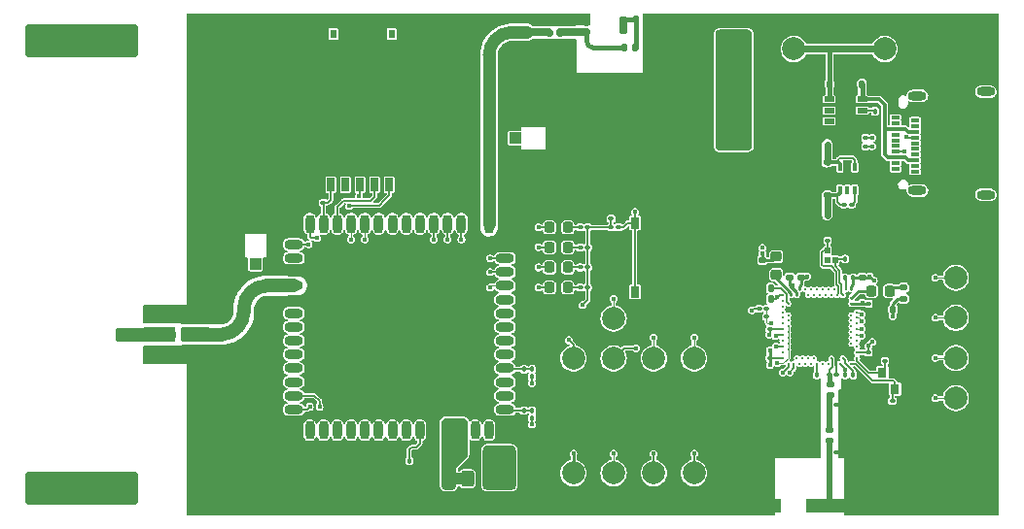
<source format=gbr>
G04 #@! TF.GenerationSoftware,KiCad,Pcbnew,7.0.2*
G04 #@! TF.CreationDate,2023-10-17T11:35:56+03:00*
G04 #@! TF.ProjectId,telemetry_box_01,74656c65-6d65-4747-9279-5f626f785f30,rev?*
G04 #@! TF.SameCoordinates,Original*
G04 #@! TF.FileFunction,Copper,L1,Top*
G04 #@! TF.FilePolarity,Positive*
%FSLAX46Y46*%
G04 Gerber Fmt 4.6, Leading zero omitted, Abs format (unit mm)*
G04 Created by KiCad (PCBNEW 7.0.2) date 2023-10-17 11:35:56*
%MOMM*%
%LPD*%
G01*
G04 APERTURE LIST*
G04 Aperture macros list*
%AMRoundRect*
0 Rectangle with rounded corners*
0 $1 Rounding radius*
0 $2 $3 $4 $5 $6 $7 $8 $9 X,Y pos of 4 corners*
0 Add a 4 corners polygon primitive as box body*
4,1,4,$2,$3,$4,$5,$6,$7,$8,$9,$2,$3,0*
0 Add four circle primitives for the rounded corners*
1,1,$1+$1,$2,$3*
1,1,$1+$1,$4,$5*
1,1,$1+$1,$6,$7*
1,1,$1+$1,$8,$9*
0 Add four rect primitives between the rounded corners*
20,1,$1+$1,$2,$3,$4,$5,0*
20,1,$1+$1,$4,$5,$6,$7,0*
20,1,$1+$1,$6,$7,$8,$9,0*
20,1,$1+$1,$8,$9,$2,$3,0*%
G04 Aperture macros list end*
G04 #@! TA.AperFunction,SMDPad,CuDef*
%ADD10RoundRect,0.225000X-0.225000X-0.250000X0.225000X-0.250000X0.225000X0.250000X-0.225000X0.250000X0*%
G04 #@! TD*
G04 #@! TA.AperFunction,SMDPad,CuDef*
%ADD11RoundRect,0.147500X-0.172500X0.147500X-0.172500X-0.147500X0.172500X-0.147500X0.172500X0.147500X0*%
G04 #@! TD*
G04 #@! TA.AperFunction,SMDPad,CuDef*
%ADD12RoundRect,0.100000X0.130000X0.100000X-0.130000X0.100000X-0.130000X-0.100000X0.130000X-0.100000X0*%
G04 #@! TD*
G04 #@! TA.AperFunction,SMDPad,CuDef*
%ADD13RoundRect,0.100000X-0.130000X-0.100000X0.130000X-0.100000X0.130000X0.100000X-0.130000X0.100000X0*%
G04 #@! TD*
G04 #@! TA.AperFunction,SMDPad,CuDef*
%ADD14RoundRect,0.140000X-0.140000X-0.170000X0.140000X-0.170000X0.140000X0.170000X-0.140000X0.170000X0*%
G04 #@! TD*
G04 #@! TA.AperFunction,SMDPad,CuDef*
%ADD15RoundRect,0.140000X-0.170000X0.140000X-0.170000X-0.140000X0.170000X-0.140000X0.170000X0.140000X0*%
G04 #@! TD*
G04 #@! TA.AperFunction,SMDPad,CuDef*
%ADD16R,0.800000X0.900000*%
G04 #@! TD*
G04 #@! TA.AperFunction,SMDPad,CuDef*
%ADD17R,0.700000X0.300000*%
G04 #@! TD*
G04 #@! TA.AperFunction,ComponentPad*
%ADD18O,1.600000X0.800000*%
G04 #@! TD*
G04 #@! TA.AperFunction,SMDPad,CuDef*
%ADD19R,2.200000X1.050000*%
G04 #@! TD*
G04 #@! TA.AperFunction,SMDPad,CuDef*
%ADD20R,1.050000X1.000000*%
G04 #@! TD*
G04 #@! TA.AperFunction,SMDPad,CuDef*
%ADD21RoundRect,0.100000X-0.100000X0.130000X-0.100000X-0.130000X0.100000X-0.130000X0.100000X0.130000X0*%
G04 #@! TD*
G04 #@! TA.AperFunction,SMDPad,CuDef*
%ADD22RoundRect,0.100000X0.100000X-0.130000X0.100000X0.130000X-0.100000X0.130000X-0.100000X-0.130000X0*%
G04 #@! TD*
G04 #@! TA.AperFunction,SMDPad,CuDef*
%ADD23RoundRect,0.218750X-0.218750X-0.256250X0.218750X-0.256250X0.218750X0.256250X-0.218750X0.256250X0*%
G04 #@! TD*
G04 #@! TA.AperFunction,SMDPad,CuDef*
%ADD24RoundRect,0.225000X0.225000X0.250000X-0.225000X0.250000X-0.225000X-0.250000X0.225000X-0.250000X0*%
G04 #@! TD*
G04 #@! TA.AperFunction,ComponentPad*
%ADD25C,2.000000*%
G04 #@! TD*
G04 #@! TA.AperFunction,SMDPad,CuDef*
%ADD26RoundRect,0.140000X0.140000X0.170000X-0.140000X0.170000X-0.140000X-0.170000X0.140000X-0.170000X0*%
G04 #@! TD*
G04 #@! TA.AperFunction,SMDPad,CuDef*
%ADD27RoundRect,0.140000X0.170000X-0.140000X0.170000X0.140000X-0.170000X0.140000X-0.170000X-0.140000X0*%
G04 #@! TD*
G04 #@! TA.AperFunction,SMDPad,CuDef*
%ADD28C,0.250000*%
G04 #@! TD*
G04 #@! TA.AperFunction,SMDPad,CuDef*
%ADD29R,4.850000X4.850000*%
G04 #@! TD*
G04 #@! TA.AperFunction,SMDPad,CuDef*
%ADD30C,2.000000*%
G04 #@! TD*
G04 #@! TA.AperFunction,SMDPad,CuDef*
%ADD31R,0.650000X1.150000*%
G04 #@! TD*
G04 #@! TA.AperFunction,SMDPad,CuDef*
%ADD32R,0.450000X1.300000*%
G04 #@! TD*
G04 #@! TA.AperFunction,SMDPad,CuDef*
%ADD33R,1.400000X1.700000*%
G04 #@! TD*
G04 #@! TA.AperFunction,SMDPad,CuDef*
%ADD34R,0.540000X0.800000*%
G04 #@! TD*
G04 #@! TA.AperFunction,SMDPad,CuDef*
%ADD35R,0.470000X0.520000*%
G04 #@! TD*
G04 #@! TA.AperFunction,SMDPad,CuDef*
%ADD36RoundRect,0.125000X-0.175000X-0.125000X0.175000X-0.125000X0.175000X0.125000X-0.175000X0.125000X0*%
G04 #@! TD*
G04 #@! TA.AperFunction,SMDPad,CuDef*
%ADD37RoundRect,0.150000X-0.150000X-0.250000X0.150000X-0.250000X0.150000X0.250000X-0.150000X0.250000X0*%
G04 #@! TD*
G04 #@! TA.AperFunction,SMDPad,CuDef*
%ADD38RoundRect,0.150000X-0.150000X-0.650000X0.150000X-0.650000X0.150000X0.650000X-0.150000X0.650000X0*%
G04 #@! TD*
G04 #@! TA.AperFunction,SMDPad,CuDef*
%ADD39RoundRect,0.147500X0.172500X-0.147500X0.172500X0.147500X-0.172500X0.147500X-0.172500X-0.147500X0*%
G04 #@! TD*
G04 #@! TA.AperFunction,SMDPad,CuDef*
%ADD40R,1.050000X2.200000*%
G04 #@! TD*
G04 #@! TA.AperFunction,SMDPad,CuDef*
%ADD41R,1.000000X1.050000*%
G04 #@! TD*
G04 #@! TA.AperFunction,SMDPad,CuDef*
%ADD42RoundRect,0.320000X-0.080000X-0.480000X0.080000X-0.480000X0.080000X0.480000X-0.080000X0.480000X0*%
G04 #@! TD*
G04 #@! TA.AperFunction,SMDPad,CuDef*
%ADD43RoundRect,0.320000X0.480000X-0.080000X0.480000X0.080000X-0.480000X0.080000X-0.480000X-0.080000X0*%
G04 #@! TD*
G04 #@! TA.AperFunction,SMDPad,CuDef*
%ADD44RoundRect,0.320000X0.080000X0.480000X-0.080000X0.480000X-0.080000X-0.480000X0.080000X-0.480000X0*%
G04 #@! TD*
G04 #@! TA.AperFunction,SMDPad,CuDef*
%ADD45R,3.000000X3.000000*%
G04 #@! TD*
G04 #@! TA.AperFunction,SMDPad,CuDef*
%ADD46R,1.500000X1.500000*%
G04 #@! TD*
G04 #@! TA.AperFunction,SMDPad,CuDef*
%ADD47R,0.320000X0.690000*%
G04 #@! TD*
G04 #@! TA.AperFunction,SMDPad,CuDef*
%ADD48R,1.600000X1.000000*%
G04 #@! TD*
G04 #@! TA.AperFunction,SMDPad,CuDef*
%ADD49R,0.700000X1.000000*%
G04 #@! TD*
G04 #@! TA.AperFunction,SMDPad,CuDef*
%ADD50RoundRect,0.250000X0.325000X0.450000X-0.325000X0.450000X-0.325000X-0.450000X0.325000X-0.450000X0*%
G04 #@! TD*
G04 #@! TA.AperFunction,SMDPad,CuDef*
%ADD51RoundRect,0.218750X0.256250X-0.218750X0.256250X0.218750X-0.256250X0.218750X-0.256250X-0.218750X0*%
G04 #@! TD*
G04 #@! TA.AperFunction,SMDPad,CuDef*
%ADD52RoundRect,0.157480X0.842520X-0.442520X0.842520X0.442520X-0.842520X0.442520X-0.842520X-0.442520X0*%
G04 #@! TD*
G04 #@! TA.AperFunction,SMDPad,CuDef*
%ADD53RoundRect,0.380577X4.569423X-1.069423X4.569423X1.069423X-4.569423X1.069423X-4.569423X-1.069423X0*%
G04 #@! TD*
G04 #@! TA.AperFunction,SMDPad,CuDef*
%ADD54R,1.000000X1.200000*%
G04 #@! TD*
G04 #@! TA.AperFunction,SMDPad,CuDef*
%ADD55RoundRect,0.020000X-0.410000X-0.180000X0.410000X-0.180000X0.410000X0.180000X-0.410000X0.180000X0*%
G04 #@! TD*
G04 #@! TA.AperFunction,SMDPad,CuDef*
%ADD56R,1.625000X2.365000*%
G04 #@! TD*
G04 #@! TA.AperFunction,ViaPad*
%ADD57C,0.400000*%
G04 #@! TD*
G04 #@! TA.AperFunction,ViaPad*
%ADD58C,0.420000*%
G04 #@! TD*
G04 #@! TA.AperFunction,Conductor*
%ADD59C,0.120000*%
G04 #@! TD*
G04 #@! TA.AperFunction,Conductor*
%ADD60C,1.000000*%
G04 #@! TD*
G04 #@! TA.AperFunction,Conductor*
%ADD61C,0.250000*%
G04 #@! TD*
G04 #@! TA.AperFunction,Conductor*
%ADD62C,1.200000*%
G04 #@! TD*
G04 #@! TA.AperFunction,Conductor*
%ADD63C,0.500000*%
G04 #@! TD*
G04 #@! TA.AperFunction,Conductor*
%ADD64C,0.160000*%
G04 #@! TD*
G04 #@! TA.AperFunction,Conductor*
%ADD65C,0.140000*%
G04 #@! TD*
G04 #@! TA.AperFunction,Conductor*
%ADD66C,0.400000*%
G04 #@! TD*
G04 #@! TA.AperFunction,Conductor*
%ADD67C,0.600000*%
G04 #@! TD*
G04 #@! TA.AperFunction,Conductor*
%ADD68C,0.300000*%
G04 #@! TD*
G04 #@! TA.AperFunction,Conductor*
%ADD69C,0.200000*%
G04 #@! TD*
G04 #@! TA.AperFunction,Conductor*
%ADD70C,0.650000*%
G04 #@! TD*
G04 #@! TA.AperFunction,Conductor*
%ADD71C,1.100000*%
G04 #@! TD*
G04 APERTURE END LIST*
D10*
X143225000Y-100950000D03*
X144775000Y-100950000D03*
D11*
X171200000Y-92415000D03*
X171200000Y-93385000D03*
D12*
X174275000Y-71695000D03*
X173635000Y-71695000D03*
D13*
X152130000Y-78750000D03*
X152770000Y-78750000D03*
D14*
X176670000Y-85900000D03*
X177630000Y-85900000D03*
D15*
X145850000Y-61740000D03*
X145850000Y-62700000D03*
D14*
X154270000Y-60650000D03*
X155230000Y-60650000D03*
D12*
X150082500Y-80500000D03*
X149442500Y-80500000D03*
D16*
X176850000Y-92850000D03*
X176850000Y-91450000D03*
X175750000Y-91450000D03*
X175750000Y-92850000D03*
D17*
X176890000Y-74165000D03*
X176890000Y-73665000D03*
X176890000Y-73165000D03*
X176890000Y-72665000D03*
X176890000Y-72165000D03*
X176890000Y-71665000D03*
X176890000Y-71165000D03*
X176890000Y-70665000D03*
X176890000Y-70165000D03*
X176890000Y-69665000D03*
X176890000Y-69165000D03*
X176890000Y-68665000D03*
X178590000Y-68915000D03*
X178590000Y-69415000D03*
X178590000Y-69915000D03*
X178590000Y-70415000D03*
X178590000Y-70915000D03*
X178590000Y-71415000D03*
X178590000Y-71915000D03*
X178590000Y-72415000D03*
X178590000Y-72915000D03*
X178590000Y-73415000D03*
X178590000Y-73915000D03*
X178590000Y-74415000D03*
D18*
X178800000Y-75545000D03*
X178800000Y-67285000D03*
X184750000Y-66925000D03*
X184750000Y-75905000D03*
D12*
X127070000Y-76600000D03*
X126430000Y-76600000D03*
D19*
X145350000Y-69500000D03*
D20*
X143825000Y-70975000D03*
D19*
X145350000Y-72450000D03*
D21*
X144550000Y-94735000D03*
X144550000Y-95375000D03*
X170050000Y-91630000D03*
X170050000Y-92270000D03*
D22*
X145250000Y-95375000D03*
X145250000Y-94735000D03*
D13*
X165030000Y-85850000D03*
X165670000Y-85850000D03*
D23*
X146775000Y-80500000D03*
X148350000Y-80500000D03*
D12*
X173065000Y-76750000D03*
X172425000Y-76750000D03*
D24*
X138075000Y-100950000D03*
X136525000Y-100950000D03*
D25*
X168050000Y-63200000D03*
D14*
X153270000Y-63100000D03*
X154230000Y-63100000D03*
D26*
X173980000Y-66250000D03*
X173020000Y-66250000D03*
D27*
X168650000Y-83130000D03*
X168650000Y-82170000D03*
D25*
X162800000Y-63200000D03*
D28*
X173550000Y-86150000D03*
X173550000Y-86650000D03*
X173550000Y-87150000D03*
X173550000Y-87650000D03*
X173550000Y-88150000D03*
X173550000Y-88650000D03*
X173550000Y-89150000D03*
X173550000Y-89650000D03*
X173550000Y-90150000D03*
X168050000Y-90650000D03*
X167800000Y-84650000D03*
X167550000Y-85400000D03*
X167550000Y-86400000D03*
X167550000Y-86900000D03*
X167550000Y-87400000D03*
X167550000Y-87900000D03*
X167550000Y-88400000D03*
X167550000Y-88900000D03*
X167550000Y-89400000D03*
X167550000Y-90650000D03*
X167050000Y-84650000D03*
X167050000Y-85150000D03*
X167050000Y-85650000D03*
X167050000Y-86150000D03*
X167050000Y-86650000D03*
X167050000Y-87150000D03*
X167050000Y-87650000D03*
X167050000Y-88150000D03*
X167050000Y-88650000D03*
X167050000Y-89150000D03*
X167050000Y-89650000D03*
X167050000Y-90150000D03*
X173050000Y-84150000D03*
X173050000Y-84900000D03*
X173050000Y-85400000D03*
X173050000Y-85900000D03*
X173050000Y-86400000D03*
X173050000Y-86900000D03*
X173050000Y-87400000D03*
X173050000Y-87900000D03*
X173050000Y-88400000D03*
X173050000Y-88900000D03*
X173050000Y-90650000D03*
X172550000Y-84150000D03*
X172300000Y-84650000D03*
X172300000Y-90150000D03*
X172050000Y-90650000D03*
D29*
X170300000Y-87400000D03*
D28*
X171800000Y-84650000D03*
X171800000Y-90150000D03*
X171550000Y-84150000D03*
X171300000Y-84650000D03*
X171300000Y-90150000D03*
X171050000Y-84150000D03*
X171050000Y-90650000D03*
X170800000Y-84650000D03*
X170550000Y-84150000D03*
X170550000Y-90650000D03*
X170300000Y-84650000D03*
X170050000Y-84150000D03*
X170050000Y-90650000D03*
X169800000Y-84650000D03*
X169800000Y-90150000D03*
X169550000Y-84150000D03*
X169550000Y-90650000D03*
X169300000Y-84650000D03*
X169300000Y-90150000D03*
X169050000Y-84150000D03*
X169050000Y-90650000D03*
X168800000Y-90150000D03*
X168550000Y-84150000D03*
X168550000Y-90650000D03*
X168300000Y-84650000D03*
X168300000Y-90150000D03*
D30*
X182150000Y-93650000D03*
D24*
X138075000Y-99450000D03*
X136525000Y-99450000D03*
D30*
X162850000Y-100200000D03*
D25*
X175950000Y-63200000D03*
D30*
X182150000Y-86650000D03*
X155850000Y-100200000D03*
D13*
X175980000Y-90400000D03*
X176620000Y-90400000D03*
D30*
X182150000Y-83150000D03*
X152350000Y-100200000D03*
D10*
X163600000Y-70050000D03*
X165150000Y-70050000D03*
D30*
X152350000Y-86700000D03*
D25*
X181200000Y-63200000D03*
D30*
X155850000Y-90200000D03*
X148850000Y-90200000D03*
D31*
X127740000Y-75047500D03*
X130280000Y-75047500D03*
X132820000Y-75047500D03*
X126470000Y-75047500D03*
X129010000Y-75047500D03*
X131550000Y-75047500D03*
D32*
X124225000Y-72877500D03*
X124225000Y-70877500D03*
X136765000Y-72877500D03*
X136765000Y-70877500D03*
D33*
X136600000Y-61317500D03*
X124390000Y-61317500D03*
D34*
X127955000Y-61897500D03*
X133035000Y-61897500D03*
D21*
X144550000Y-91135000D03*
X144550000Y-91775000D03*
D27*
X170950000Y-75960000D03*
X170950000Y-75000000D03*
D10*
X163600000Y-67050000D03*
X165150000Y-67050000D03*
D30*
X152350000Y-90200000D03*
D12*
X137620000Y-98250000D03*
X136980000Y-98250000D03*
X150082500Y-82250000D03*
X149442500Y-82250000D03*
D35*
X171635000Y-81610000D03*
X171635000Y-80790000D03*
X170965000Y-80790000D03*
X170965000Y-81610000D03*
D30*
X182150000Y-90150000D03*
D12*
X150082500Y-78750000D03*
X149442500Y-78750000D03*
D36*
X150000000Y-61700000D03*
D37*
X150000000Y-60750000D03*
D38*
X153200000Y-61150000D03*
D39*
X112950000Y-89385000D03*
X112950000Y-88415000D03*
D26*
X114930000Y-88100000D03*
X113970000Y-88100000D03*
D40*
X119700000Y-80400000D03*
D41*
X121175000Y-81925000D03*
D40*
X122650000Y-80400000D03*
D26*
X166030000Y-85000000D03*
X165070000Y-85000000D03*
D14*
X171140000Y-66250000D03*
X172100000Y-66250000D03*
D10*
X163600000Y-68550000D03*
X165150000Y-68550000D03*
D42*
X125900000Y-96450000D03*
X127100000Y-96450000D03*
X128300000Y-96450000D03*
X129500000Y-96450000D03*
X130700000Y-96450000D03*
X131900000Y-96450000D03*
X133100000Y-96450000D03*
X134300000Y-96450000D03*
X135500000Y-96450000D03*
X136700000Y-96450000D03*
X137900000Y-96450000D03*
X139100000Y-96450000D03*
X140300000Y-96450000D03*
X141500000Y-96450000D03*
D43*
X142900000Y-94650000D03*
X142900000Y-93450000D03*
X142900000Y-92250000D03*
X142900000Y-91050000D03*
X142900000Y-89850000D03*
X142900000Y-88650000D03*
X142900000Y-87450000D03*
X142900000Y-86250000D03*
X142900000Y-85050000D03*
X142900000Y-83850000D03*
X142900000Y-82650000D03*
X142900000Y-81450000D03*
X142900000Y-80250000D03*
D44*
X141500000Y-78450000D03*
X140300000Y-78450000D03*
X139100000Y-78450000D03*
X137900000Y-78450000D03*
X136700000Y-78450000D03*
X135500000Y-78450000D03*
X134300000Y-78450000D03*
X133100000Y-78450000D03*
X131900000Y-78450000D03*
X130700000Y-78450000D03*
X129500000Y-78450000D03*
X128300000Y-78450000D03*
X127100000Y-78450000D03*
X125900000Y-78450000D03*
D43*
X124500000Y-80250000D03*
X124500000Y-81450000D03*
X124500000Y-82650000D03*
X124500000Y-83850000D03*
X124500000Y-85050000D03*
X124500000Y-86250000D03*
X124500000Y-87450000D03*
X124500000Y-88650000D03*
X124500000Y-89850000D03*
X124500000Y-91050000D03*
X124500000Y-92250000D03*
X124500000Y-93450000D03*
X124500000Y-94650000D03*
D45*
X129000000Y-91650000D03*
D46*
X135600000Y-89350000D03*
D15*
X148600000Y-61740000D03*
X148600000Y-62700000D03*
D47*
X172050000Y-75520000D03*
X172700000Y-75520000D03*
X173350000Y-75520000D03*
X173350000Y-73480000D03*
X172700000Y-73480000D03*
X172050000Y-73480000D03*
D48*
X172700000Y-74500000D03*
D49*
X154200000Y-84387500D03*
X154200000Y-78387500D03*
X157900000Y-84387500D03*
X157900000Y-78387500D03*
D13*
X152135000Y-78000000D03*
X152775000Y-78000000D03*
D12*
X176620000Y-93900000D03*
X175980000Y-93900000D03*
D11*
X171150000Y-96415000D03*
X171150000Y-97385000D03*
D13*
X171130000Y-91600000D03*
X171770000Y-91600000D03*
D50*
X141675000Y-100700000D03*
X139625000Y-100700000D03*
D22*
X172500000Y-81520000D03*
X172500000Y-80880000D03*
D14*
X146740000Y-61770000D03*
X147700000Y-61770000D03*
D13*
X174530000Y-89650000D03*
X175170000Y-89650000D03*
D51*
X166500000Y-82887500D03*
X166500000Y-81312500D03*
D11*
X177600000Y-84015000D03*
X177600000Y-84985000D03*
D13*
X174530000Y-85400000D03*
X175170000Y-85400000D03*
D21*
X172500000Y-91630000D03*
X172500000Y-92270000D03*
D12*
X165970000Y-90150000D03*
X165330000Y-90150000D03*
D10*
X143225000Y-99450000D03*
X144775000Y-99450000D03*
D26*
X166030000Y-84050000D03*
X165070000Y-84050000D03*
D12*
X174275000Y-70950000D03*
X173635000Y-70950000D03*
D15*
X115950000Y-88420000D03*
X115950000Y-89380000D03*
D23*
X146775000Y-84000000D03*
X148350000Y-84000000D03*
D13*
X170980000Y-79900000D03*
X171620000Y-79900000D03*
D52*
X110000000Y-88100000D03*
D53*
X106000000Y-101500000D03*
X106000000Y-62500000D03*
D30*
X159350000Y-90200000D03*
D22*
X145250000Y-91775000D03*
X145250000Y-91135000D03*
D21*
X175100000Y-68630000D03*
X175100000Y-69270000D03*
D22*
X172500000Y-83170000D03*
X172500000Y-82530000D03*
X173200000Y-83170000D03*
X173200000Y-82530000D03*
D54*
X169600000Y-103050000D03*
X166400000Y-103050000D03*
D13*
X171130000Y-94200000D03*
X171770000Y-94200000D03*
D23*
X174812500Y-84300000D03*
X176387500Y-84300000D03*
D12*
X150082500Y-84000000D03*
X149442500Y-84000000D03*
D21*
X173200000Y-91630000D03*
X173200000Y-92270000D03*
D23*
X146775000Y-82250000D03*
X148350000Y-82250000D03*
D13*
X171130000Y-98350000D03*
X171770000Y-98350000D03*
D12*
X165670000Y-86550000D03*
X165030000Y-86550000D03*
D27*
X167700000Y-83130000D03*
X167700000Y-82170000D03*
D22*
X134550000Y-99770000D03*
X134550000Y-99130000D03*
D27*
X174050000Y-83130000D03*
X174050000Y-82170000D03*
D15*
X165300000Y-81620000D03*
X165300000Y-82580000D03*
D12*
X165970000Y-87650000D03*
X165330000Y-87650000D03*
D15*
X170950000Y-73090000D03*
X170950000Y-74050000D03*
D55*
X171115000Y-67600000D03*
X171115000Y-68550000D03*
X171115000Y-69500000D03*
X173985000Y-69500000D03*
X173985000Y-68550000D03*
X173985000Y-67600000D03*
D56*
X172550000Y-68550000D03*
D30*
X159350000Y-100200000D03*
D23*
X146775000Y-78750000D03*
X148350000Y-78750000D03*
D30*
X148850000Y-100200000D03*
D57*
X166600000Y-90600000D03*
X173950000Y-86350000D03*
D58*
X115450000Y-82950000D03*
X166100000Y-70050000D03*
X117700000Y-89250000D03*
X143000000Y-62850000D03*
X169600000Y-92900000D03*
X158550000Y-64700000D03*
X121900000Y-88850000D03*
X149300000Y-93400000D03*
X184950000Y-90650000D03*
X125900000Y-83850000D03*
X160050000Y-64350000D03*
X162400000Y-76900000D03*
X141300000Y-61700000D03*
X129000000Y-91650000D03*
X125800000Y-99900000D03*
X144350000Y-75700000D03*
X169300000Y-85400000D03*
X140500000Y-67800000D03*
X173100000Y-69450000D03*
X173550000Y-98650000D03*
X135450000Y-74850000D03*
X142350000Y-79300000D03*
X172500000Y-77950000D03*
X142500000Y-69900000D03*
X133800000Y-66000000D03*
X155150000Y-65500000D03*
X115450000Y-60950000D03*
X180950000Y-60650000D03*
X149000000Y-77250000D03*
X159600000Y-77600000D03*
X152050000Y-74400000D03*
X163300000Y-91900000D03*
X130300000Y-61650000D03*
X115450000Y-95250000D03*
X118000000Y-97350000D03*
X145050000Y-85800000D03*
X158950000Y-60650000D03*
X164400000Y-84050000D03*
X175800000Y-89650000D03*
X129600000Y-88700000D03*
X155900000Y-60650000D03*
X131250000Y-64150000D03*
X145700000Y-99050000D03*
X182950000Y-60650000D03*
X140500000Y-68850000D03*
X115450000Y-66950000D03*
X169300000Y-86400000D03*
X142500000Y-72000000D03*
X157100000Y-71550000D03*
X166100000Y-67050000D03*
X130700000Y-85100000D03*
X172550000Y-68200000D03*
X184950000Y-82650000D03*
X115450000Y-97250000D03*
X160050000Y-72350000D03*
X155150000Y-64450000D03*
X135450000Y-68850000D03*
X135600000Y-101350000D03*
X155000000Y-68550000D03*
X139200000Y-102850000D03*
X141200000Y-102850000D03*
X161750000Y-83850000D03*
X142950000Y-60800000D03*
X125600000Y-83100000D03*
X140500000Y-86500000D03*
X115450000Y-62950000D03*
X154100000Y-65500000D03*
X131650000Y-92200000D03*
X135600000Y-99850000D03*
X141500000Y-79800000D03*
X178500000Y-77950000D03*
X119050000Y-85850000D03*
X142500000Y-78300000D03*
X138600000Y-75500000D03*
X135600000Y-99050000D03*
X160050000Y-74400000D03*
X145850000Y-60950000D03*
X172650000Y-103450000D03*
X138300000Y-67400000D03*
X118550000Y-75900000D03*
X148150000Y-70050000D03*
X140500000Y-73050000D03*
X116700000Y-89250000D03*
X149700000Y-102850000D03*
X140500000Y-65700000D03*
X140500000Y-69900000D03*
X168300000Y-85400000D03*
X172950000Y-60650000D03*
X178800000Y-99250000D03*
X118200000Y-64050000D03*
X122050000Y-99650000D03*
X170300000Y-85400000D03*
X161750000Y-79850000D03*
X161700000Y-102850000D03*
X134250000Y-71000000D03*
X140750000Y-79450000D03*
X184950000Y-84650000D03*
X148850000Y-65500000D03*
X119800000Y-88750000D03*
X164400000Y-86550000D03*
X173400000Y-92900000D03*
X160050000Y-66350000D03*
X178300000Y-85900000D03*
X146750000Y-62550000D03*
X175350000Y-93900000D03*
X118750000Y-86750000D03*
X142000000Y-61150000D03*
X115450000Y-93250000D03*
X118100000Y-102950000D03*
X174050000Y-81500000D03*
X117900000Y-94600000D03*
X140500000Y-64650000D03*
X161750000Y-81850000D03*
X172150000Y-95600000D03*
X184950000Y-68650000D03*
X121900000Y-96850000D03*
X153300000Y-93400000D03*
X172650000Y-102150000D03*
X172150000Y-97100000D03*
X174950000Y-102650000D03*
X172150000Y-94850000D03*
X156050000Y-74400000D03*
X130250000Y-66550000D03*
X167700000Y-80850000D03*
X140500000Y-77250000D03*
X133650000Y-84900000D03*
X142500000Y-75150000D03*
X144900000Y-60750000D03*
X145200000Y-102850000D03*
X184950000Y-94650000D03*
X154050000Y-74400000D03*
X115450000Y-80950000D03*
X157700000Y-102850000D03*
X145700000Y-100550000D03*
X148850000Y-60650000D03*
X120400000Y-63400000D03*
X172000000Y-69450000D03*
X166950000Y-60650000D03*
X123300000Y-82700000D03*
X152000000Y-65500000D03*
X168650000Y-81500000D03*
X157050000Y-80000000D03*
X170150000Y-96350000D03*
X184950000Y-74650000D03*
X165300000Y-83250000D03*
X127600000Y-64600000D03*
X115450000Y-68950000D03*
X170150000Y-97100000D03*
X148850000Y-63400000D03*
X135100000Y-88850000D03*
X155300000Y-93400000D03*
X162950000Y-60650000D03*
X177250000Y-90400000D03*
X130800000Y-71500000D03*
X133000000Y-88050000D03*
X127900000Y-90550000D03*
X115450000Y-70950000D03*
X118350000Y-67950000D03*
X172150000Y-93350000D03*
X118550000Y-61450000D03*
X158050000Y-74400000D03*
X130750000Y-82500000D03*
X166100000Y-68550000D03*
X161750000Y-87850000D03*
X144500000Y-80450000D03*
X150950000Y-65500000D03*
X169300000Y-87400000D03*
X151300000Y-93400000D03*
X147200000Y-102850000D03*
X142500000Y-67800000D03*
X170150000Y-95600000D03*
X127800000Y-81950000D03*
X142500000Y-63600000D03*
X161750000Y-85850000D03*
X153950000Y-71400000D03*
X184950000Y-102650000D03*
X134550000Y-100350000D03*
X173200000Y-81900000D03*
X176950000Y-102650000D03*
X120600000Y-88050000D03*
X156950000Y-60650000D03*
X120350000Y-73100000D03*
X127900000Y-91650000D03*
X166150000Y-102150000D03*
X168950000Y-60650000D03*
X130100000Y-92750000D03*
X115450000Y-86950000D03*
X168300000Y-87400000D03*
X122650000Y-102850000D03*
X143900000Y-62700000D03*
X155150000Y-63400000D03*
X130100000Y-90550000D03*
X125600000Y-84600000D03*
X174950000Y-60650000D03*
X184950000Y-88650000D03*
X126850000Y-67550000D03*
X115450000Y-99250000D03*
X121250000Y-82850000D03*
X170300000Y-89400000D03*
X115450000Y-90000000D03*
X121950000Y-61350000D03*
X124650000Y-102850000D03*
X145700000Y-101350000D03*
X142500000Y-68850000D03*
X115450000Y-74950000D03*
X145100000Y-87550000D03*
X121100000Y-87150000D03*
X148450000Y-87500000D03*
X127100000Y-71500000D03*
X170150000Y-98600000D03*
X130850000Y-100200000D03*
X168300000Y-86400000D03*
X160050000Y-70350000D03*
X180950000Y-102650000D03*
X170300000Y-87400000D03*
X135600000Y-100550000D03*
X120050000Y-92850000D03*
X117400000Y-65950000D03*
X120700000Y-69550000D03*
X155700000Y-102850000D03*
X126650000Y-102850000D03*
X120650000Y-102850000D03*
X117950000Y-71450000D03*
X136400000Y-98250000D03*
X171300000Y-87400000D03*
X178800000Y-93250000D03*
X139300000Y-61500000D03*
X136700000Y-95200000D03*
X119650000Y-84000000D03*
X115450000Y-91250000D03*
X150700000Y-77350000D03*
X120350000Y-83300000D03*
X142500000Y-65700000D03*
X120300000Y-95400000D03*
X160050000Y-62350000D03*
X165500000Y-103450000D03*
X182500000Y-77950000D03*
X175500000Y-100250000D03*
X178800000Y-91250000D03*
X128650000Y-100000000D03*
X172650000Y-100850000D03*
X184950000Y-86650000D03*
X124650000Y-74900000D03*
X120950000Y-65950000D03*
X140500000Y-76200000D03*
X172300000Y-85400000D03*
X137200000Y-102850000D03*
X155150000Y-62350000D03*
X143900000Y-60750000D03*
X172300000Y-87400000D03*
X121300000Y-86150000D03*
X178800000Y-95250000D03*
X145850000Y-63350000D03*
X122100000Y-93400000D03*
X123300000Y-85000000D03*
X173250000Y-94550000D03*
X175700000Y-85400000D03*
X140500000Y-74100000D03*
X153050000Y-65500000D03*
X172650000Y-98600000D03*
X135100000Y-89850000D03*
X126350000Y-61200000D03*
X127900000Y-92750000D03*
X148050000Y-74400000D03*
X115450000Y-78950000D03*
X132300000Y-68200000D03*
X174500000Y-77950000D03*
X172150000Y-96350000D03*
X117550000Y-80100000D03*
X172500000Y-80250000D03*
X172700000Y-92900000D03*
X163950000Y-74450000D03*
X143200000Y-102850000D03*
X122300000Y-85000000D03*
X145700000Y-99850000D03*
X144900000Y-62700000D03*
X121550000Y-85250000D03*
X172300000Y-88400000D03*
X182950000Y-102650000D03*
X140500000Y-63600000D03*
X172000000Y-67650000D03*
X164950000Y-60650000D03*
X130100000Y-91650000D03*
X142500000Y-66750000D03*
X120050000Y-99650000D03*
X124600000Y-69050000D03*
X160950000Y-60650000D03*
X172300000Y-86400000D03*
X171300000Y-88400000D03*
X178950000Y-60650000D03*
X140500000Y-70950000D03*
X142500000Y-77250000D03*
X149900000Y-65500000D03*
X118850000Y-89150000D03*
X184950000Y-92650000D03*
X167550000Y-98600000D03*
X118050000Y-99650000D03*
X135200000Y-102850000D03*
X167000000Y-69300000D03*
X170150000Y-94100000D03*
X148250000Y-86400000D03*
X166150000Y-100800000D03*
X166150000Y-98600000D03*
X150550000Y-67850000D03*
X122300000Y-82700000D03*
X169300000Y-89400000D03*
X140750000Y-62550000D03*
X166150000Y-99500000D03*
X153700000Y-102850000D03*
X136100000Y-88850000D03*
X160050000Y-68350000D03*
X142500000Y-74100000D03*
X146750000Y-60950000D03*
X180500000Y-77950000D03*
X184950000Y-72650000D03*
X129000000Y-92750000D03*
X115450000Y-76950000D03*
X184950000Y-98650000D03*
X172650000Y-99550000D03*
X170150000Y-93350000D03*
X176500000Y-77950000D03*
X119200000Y-84850000D03*
X164600000Y-82600000D03*
X184950000Y-78650000D03*
X170150000Y-97850000D03*
X176950000Y-60650000D03*
X127800000Y-86650000D03*
X157300000Y-93400000D03*
X184950000Y-62650000D03*
X140500000Y-66750000D03*
X144550000Y-95950000D03*
X159300000Y-93400000D03*
X172550000Y-68900000D03*
X164700000Y-90150000D03*
X155150000Y-61300000D03*
X171300000Y-86400000D03*
X184950000Y-64650000D03*
X165500000Y-102600000D03*
X115450000Y-72950000D03*
X147800000Y-62550000D03*
X168300000Y-89400000D03*
X172150000Y-97850000D03*
X136100000Y-89850000D03*
X138150000Y-89150000D03*
X164400000Y-85000000D03*
X136800000Y-82800000D03*
X115450000Y-64950000D03*
X142500000Y-76200000D03*
X151850000Y-83150000D03*
X178800000Y-89250000D03*
X161300000Y-93400000D03*
X148850000Y-64450000D03*
X171300000Y-89400000D03*
X184950000Y-100650000D03*
X142500000Y-70950000D03*
X178950000Y-102650000D03*
X129050000Y-70050000D03*
X136050000Y-85500000D03*
X151700000Y-102850000D03*
X159700000Y-102850000D03*
X172700000Y-74500000D03*
X168650000Y-80850000D03*
X172250000Y-94100000D03*
X142500000Y-73050000D03*
X115450000Y-101250000D03*
X167000000Y-67800000D03*
X115450000Y-103250000D03*
X145000000Y-65550000D03*
X174000000Y-97850000D03*
X170300000Y-86400000D03*
X132650000Y-102850000D03*
X140500000Y-75150000D03*
X135250000Y-64150000D03*
X150350000Y-70650000D03*
X184950000Y-60650000D03*
X184950000Y-80650000D03*
X173100000Y-67650000D03*
X135450000Y-92650000D03*
X175950000Y-80300000D03*
X142500000Y-64650000D03*
X130650000Y-102850000D03*
X121800000Y-76150000D03*
X144550000Y-92350000D03*
X184950000Y-70650000D03*
X129000000Y-90550000D03*
X140500000Y-72000000D03*
X173200000Y-80900000D03*
X164700000Y-87650000D03*
X170950000Y-60650000D03*
X161750000Y-89850000D03*
X117700000Y-86950000D03*
X116700000Y-86950000D03*
X115450000Y-84950000D03*
X167700000Y-81500000D03*
X168850000Y-98600000D03*
X170150000Y-94850000D03*
X147800000Y-60950000D03*
X144450000Y-78300000D03*
X172950000Y-102650000D03*
X184950000Y-96650000D03*
X172300000Y-89400000D03*
X150050000Y-74400000D03*
X169300000Y-88400000D03*
X124300000Y-65600000D03*
X170300000Y-88400000D03*
X133750000Y-82200000D03*
X178800000Y-97250000D03*
X171300000Y-85400000D03*
X135600000Y-89350000D03*
X128650000Y-102850000D03*
X168300000Y-88400000D03*
D57*
X136700000Y-79800000D03*
X145800000Y-78750000D03*
X145800000Y-80500000D03*
X141600000Y-82650000D03*
X141600000Y-81450000D03*
X145800000Y-82250000D03*
X139100000Y-79800000D03*
X145800000Y-84000000D03*
X130150000Y-76050000D03*
X125800000Y-80250000D03*
X129350000Y-76900000D03*
X126550000Y-79700000D03*
X137900000Y-79800000D03*
X154200000Y-77400000D03*
X166477996Y-89130403D03*
X154300000Y-89300000D03*
X126750000Y-94400000D03*
X166450000Y-88250000D03*
X148450000Y-88600000D03*
X125900000Y-94400000D03*
X155850000Y-88350000D03*
X129500000Y-79800000D03*
X130700000Y-79800000D03*
X159350000Y-88350000D03*
X166050000Y-87100000D03*
X152350000Y-98500000D03*
X174530000Y-89100000D03*
X166596397Y-84865881D03*
X148850000Y-98500000D03*
X170950000Y-76800000D03*
X165950000Y-90800000D03*
X174890000Y-88740000D03*
X165300000Y-81000000D03*
X175000000Y-83400000D03*
X165300000Y-80550000D03*
X165900000Y-88100000D03*
X167900940Y-83796740D03*
X170950000Y-77700000D03*
X164400000Y-86000000D03*
X174650000Y-83050000D03*
X169200000Y-83050000D03*
X170950000Y-77250000D03*
X165950000Y-89500000D03*
X155850000Y-98500000D03*
X167100000Y-91400000D03*
X173987371Y-85325500D03*
D58*
X176650000Y-86500000D03*
D57*
X172500000Y-91200000D03*
X159350000Y-98500000D03*
X167700000Y-91400000D03*
X173950000Y-86950000D03*
X180350000Y-83150000D03*
X180350000Y-86650000D03*
X180350000Y-90150000D03*
X173950000Y-88200000D03*
X173950000Y-87600000D03*
X180350000Y-93650000D03*
X141600000Y-84000000D03*
X152350000Y-85000000D03*
X174850000Y-70950000D03*
X177850000Y-70900000D03*
X177650000Y-72150000D03*
X174850000Y-71700000D03*
X164150000Y-70800000D03*
X161450000Y-69250000D03*
X162700000Y-67050000D03*
X142800000Y-98200000D03*
X145250000Y-95950000D03*
X162700000Y-71550000D03*
X142000000Y-99700000D03*
X170950000Y-72500000D03*
X142000000Y-98950000D03*
X142000000Y-98200000D03*
X161450000Y-66300000D03*
X170950000Y-72000000D03*
X145250000Y-92350000D03*
X162700000Y-68550000D03*
X141250000Y-99700000D03*
X170950000Y-71500000D03*
X161450000Y-67800000D03*
X162700000Y-65550000D03*
X149650000Y-85550000D03*
X141250000Y-98200000D03*
X141250000Y-98950000D03*
X164150000Y-66300000D03*
X161450000Y-70800000D03*
X162700000Y-70050000D03*
X143550000Y-98200000D03*
D59*
X167100000Y-90600000D02*
X166600000Y-90600000D01*
X167200000Y-90500000D02*
X167100000Y-90600000D01*
X167550000Y-90150000D02*
X167200000Y-90500000D01*
X167550000Y-89400000D02*
X167550000Y-90150000D01*
X167550000Y-88900000D02*
X167550000Y-89400000D01*
X167550000Y-88400000D02*
X167550000Y-88900000D01*
X167550000Y-87900000D02*
X167550000Y-88400000D01*
X167550000Y-87400000D02*
X167550000Y-87900000D01*
X173650000Y-86650000D02*
X173950000Y-86950000D01*
X173550000Y-86650000D02*
X173650000Y-86650000D01*
X173750000Y-86150000D02*
X173950000Y-86350000D01*
X173550000Y-86150000D02*
X173750000Y-86150000D01*
D60*
X138325000Y-100700000D02*
X138075000Y-100950000D01*
X139625000Y-100700000D02*
X138325000Y-100700000D01*
D61*
X174900000Y-86000000D02*
X175170000Y-85730000D01*
D62*
X170100000Y-103050000D02*
X171150000Y-103050000D01*
D63*
X171150000Y-103050000D02*
X171150000Y-97385000D01*
D61*
X174070000Y-85770000D02*
X174300000Y-86000000D01*
D64*
X171725000Y-91555000D02*
X171770000Y-91600000D01*
D61*
X171800000Y-90150000D02*
X171800000Y-88900000D01*
D64*
X171800000Y-90150000D02*
X171725000Y-90225000D01*
D61*
X174300000Y-86000000D02*
X174900000Y-86000000D01*
X173180000Y-85770000D02*
X174070000Y-85770000D01*
X173050000Y-85900000D02*
X173180000Y-85770000D01*
D64*
X171725000Y-90225000D02*
X171725000Y-91555000D01*
D61*
X171800000Y-85900000D02*
X170300000Y-87400000D01*
X175170000Y-85730000D02*
X175170000Y-85400000D01*
D62*
X171150000Y-103050000D02*
X172950000Y-103050000D01*
D64*
X171800000Y-88900000D02*
X170300000Y-87400000D01*
D61*
X173050000Y-85900000D02*
X171800000Y-85900000D01*
D65*
X142900000Y-91050000D02*
X142985000Y-91135000D01*
X144550000Y-91135000D02*
X145250000Y-91135000D01*
X142985000Y-91135000D02*
X144550000Y-91135000D01*
X127100000Y-76630000D02*
X127070000Y-76600000D01*
X127100000Y-78450000D02*
X127100000Y-76630000D01*
X127500000Y-76600000D02*
X127070000Y-76600000D01*
X127740000Y-75047500D02*
X127740000Y-76360000D01*
X127740000Y-76360000D02*
X127500000Y-76600000D01*
D66*
X171115000Y-67600000D02*
X171115000Y-66275000D01*
X171115000Y-66275000D02*
X171140000Y-66250000D01*
X171140000Y-66250000D02*
X171140000Y-63200000D01*
D67*
X175950000Y-63200000D02*
X168050000Y-63200000D01*
D65*
X146775000Y-78750000D02*
X145800000Y-78750000D01*
X136700000Y-79800000D02*
X136700000Y-78450000D01*
X148350000Y-78750000D02*
X149442500Y-78750000D01*
X145800000Y-80500000D02*
X146775000Y-80500000D01*
X141600000Y-82650000D02*
X142900000Y-82650000D01*
X148350000Y-80500000D02*
X149442500Y-80500000D01*
X142900000Y-81450000D02*
X141600000Y-81450000D01*
X146775000Y-82250000D02*
X145800000Y-82250000D01*
X148350000Y-82250000D02*
X149442500Y-82250000D01*
X146775000Y-84000000D02*
X145800000Y-84000000D01*
X139100000Y-79800000D02*
X139100000Y-78450000D01*
X148350000Y-84000000D02*
X149442500Y-84000000D01*
X130280000Y-75047500D02*
X130280000Y-75920000D01*
X125800000Y-80250000D02*
X124500000Y-80250000D01*
X130280000Y-75920000D02*
X130150000Y-76050000D01*
X126000000Y-79700000D02*
X125900000Y-79600000D01*
X132820000Y-75047500D02*
X132820000Y-75980000D01*
X132400000Y-76400000D02*
X131950000Y-76850000D01*
X131950000Y-76850000D02*
X129800000Y-76850000D01*
X129400000Y-76850000D02*
X129350000Y-76900000D01*
X126550000Y-79700000D02*
X126000000Y-79700000D01*
X132820000Y-75980000D02*
X132400000Y-76400000D01*
X129800000Y-76850000D02*
X129400000Y-76850000D01*
X125900000Y-79600000D02*
X125900000Y-78450000D01*
X131550000Y-75047500D02*
X131550000Y-76100000D01*
X128800000Y-76450000D02*
X128300000Y-76950000D01*
X131200000Y-76450000D02*
X128800000Y-76450000D01*
X128300000Y-76950000D02*
X128300000Y-78450000D01*
X131550000Y-76100000D02*
X131200000Y-76450000D01*
X144550000Y-94735000D02*
X145250000Y-94735000D01*
X142900000Y-94650000D02*
X142985000Y-94735000D01*
X142985000Y-94735000D02*
X144550000Y-94735000D01*
X135500000Y-96450000D02*
X135500000Y-97600000D01*
X134750000Y-97950000D02*
X134550000Y-98150000D01*
X134550000Y-98150000D02*
X134550000Y-99130000D01*
X135150000Y-97950000D02*
X134750000Y-97950000D01*
X135500000Y-97600000D02*
X135150000Y-97950000D01*
X152770000Y-78750000D02*
X153200000Y-78750000D01*
X154200000Y-84387500D02*
X154200000Y-78387500D01*
X153562500Y-78387500D02*
X154200000Y-78387500D01*
X137900000Y-78450000D02*
X137900000Y-79799500D01*
X153200000Y-78750000D02*
X153562500Y-78387500D01*
X154200000Y-78387500D02*
X154200000Y-77400000D01*
X167050000Y-89150000D02*
X166497593Y-89150000D01*
X154300000Y-89300000D02*
X153250000Y-89300000D01*
X126300000Y-93450000D02*
X124500000Y-93450000D01*
X166497593Y-89150000D02*
X166477996Y-89130403D01*
X153250000Y-89300000D02*
X152350000Y-90200000D01*
X126750000Y-93900000D02*
X126300000Y-93450000D01*
X126750000Y-94400000D02*
X126750000Y-93900000D01*
X166550000Y-88150000D02*
X166450000Y-88250000D01*
X148450000Y-88600000D02*
X148850000Y-89000000D01*
X125900000Y-94400000D02*
X125650000Y-94650000D01*
X125650000Y-94650000D02*
X124500000Y-94650000D01*
X148850000Y-89000000D02*
X148850000Y-90200000D01*
X167050000Y-88150000D02*
X166550000Y-88150000D01*
D59*
X129500000Y-78450000D02*
X129500000Y-79800000D01*
X155850000Y-90200000D02*
X155850000Y-88350000D01*
X159350000Y-90200000D02*
X159350000Y-88350000D01*
X130700000Y-78450000D02*
X130700000Y-79800000D01*
X165670000Y-86550000D02*
X165670000Y-85850000D01*
X165750000Y-87100000D02*
X166050000Y-87100000D01*
X165670000Y-87020000D02*
X165750000Y-87100000D01*
X165670000Y-86550000D02*
X165670000Y-87020000D01*
X152350000Y-98500000D02*
X152350000Y-100200000D01*
D66*
X171130000Y-92280000D02*
X171130000Y-91600000D01*
D64*
X171300000Y-90150000D02*
X171375000Y-90225000D01*
D66*
X171200000Y-92350000D02*
X171130000Y-92280000D01*
D64*
X171375000Y-90925000D02*
X171130000Y-91170000D01*
X171130000Y-91170000D02*
X171130000Y-91600000D01*
X171375000Y-90225000D02*
X171375000Y-90925000D01*
D66*
X171200000Y-92415000D02*
X171200000Y-92350000D01*
D61*
X166500000Y-83177486D02*
X166500000Y-82887500D01*
X167800000Y-84650000D02*
X167800000Y-84477486D01*
X167800000Y-84477486D02*
X166500000Y-83177486D01*
D64*
X172550000Y-83220000D02*
X172500000Y-83170000D01*
X172550000Y-84150000D02*
X172550000Y-83220000D01*
X172300000Y-90150000D02*
X172497990Y-90347990D01*
X173200000Y-91267230D02*
X173200000Y-91630000D01*
X172497990Y-90565220D02*
X173200000Y-91267230D01*
X172497990Y-90347990D02*
X172497990Y-90565220D01*
X170050000Y-91630000D02*
X170050000Y-90650000D01*
X167415242Y-84555622D02*
X167180174Y-84320554D01*
X167179192Y-84320554D02*
X166908638Y-84050000D01*
X166908638Y-84050000D02*
X166030000Y-84050000D01*
X167180174Y-84320554D02*
X167179192Y-84320554D01*
X167550000Y-85400000D02*
X167415242Y-85265242D01*
X167415242Y-85265242D02*
X167415242Y-84555622D01*
D61*
X166192500Y-81620000D02*
X165300000Y-81620000D01*
D68*
X171840000Y-75960000D02*
X170950000Y-75960000D01*
D61*
X168300000Y-84650000D02*
X168300000Y-84440781D01*
D69*
X173550000Y-89650000D02*
X174530000Y-89650000D01*
D64*
X167050000Y-84650000D02*
X166812278Y-84650000D01*
D61*
X168550000Y-84150000D02*
X168550000Y-83869645D01*
D64*
X165970000Y-87650000D02*
X165970000Y-88030000D01*
D61*
X165300000Y-81620000D02*
X165300000Y-81000000D01*
X168550000Y-83869645D02*
X168650000Y-83769645D01*
D65*
X164550000Y-85850000D02*
X164400000Y-86000000D01*
D61*
X165970000Y-90150000D02*
X165970000Y-90780000D01*
X165970000Y-90780000D02*
X165950000Y-90800000D01*
X168650000Y-83769645D02*
X168650000Y-83130000D01*
X168300000Y-84440781D02*
X167700000Y-83840781D01*
X173200000Y-83742261D02*
X173200000Y-83170000D01*
X169120000Y-83130000D02*
X169200000Y-83050000D01*
X167744041Y-83796740D02*
X167700000Y-83840781D01*
D64*
X165970000Y-87650000D02*
X167050000Y-87650000D01*
D61*
X174570000Y-83130000D02*
X174650000Y-83050000D01*
D64*
X166812278Y-84650000D02*
X166596397Y-84865881D01*
X166030000Y-85000000D02*
X166462278Y-85000000D01*
D61*
X174650000Y-83050000D02*
X175000000Y-83400000D01*
X173240000Y-83130000D02*
X173200000Y-83170000D01*
D65*
X171840000Y-76540000D02*
X171840000Y-75960000D01*
D61*
X165970000Y-90150000D02*
X165950000Y-90130000D01*
D68*
X172050000Y-75520000D02*
X172050000Y-75750000D01*
D61*
X148850000Y-98500000D02*
X148850000Y-100200000D01*
X167700000Y-83840781D02*
X167700000Y-83130000D01*
D68*
X172050000Y-75750000D02*
X171840000Y-75960000D01*
D61*
X174050000Y-83130000D02*
X174570000Y-83130000D01*
D64*
X165970000Y-90150000D02*
X167050000Y-90150000D01*
D61*
X168650000Y-83130000D02*
X169120000Y-83130000D01*
D65*
X172425000Y-76750000D02*
X172050000Y-76750000D01*
D64*
X166462278Y-85000000D02*
X166596397Y-84865881D01*
X165970000Y-88030000D02*
X165900000Y-88100000D01*
D61*
X165950000Y-90130000D02*
X165950000Y-89500000D01*
X167900940Y-83796740D02*
X167744041Y-83796740D01*
X173050000Y-84150000D02*
X173050000Y-83892261D01*
D69*
X174530000Y-89100000D02*
X174530000Y-89650000D01*
D65*
X165030000Y-85850000D02*
X164550000Y-85850000D01*
D61*
X173050000Y-83892261D02*
X173200000Y-83742261D01*
D67*
X170950000Y-75960000D02*
X170950000Y-76800000D01*
D69*
X174530000Y-89100000D02*
X174890000Y-88740000D01*
D61*
X174050000Y-83130000D02*
X173240000Y-83130000D01*
X166500000Y-81312500D02*
X166192500Y-81620000D01*
D67*
X170950000Y-76800000D02*
X170950000Y-77700000D01*
D65*
X172050000Y-76750000D02*
X171840000Y-76540000D01*
D61*
X173050000Y-84900000D02*
X173650000Y-84300000D01*
X173650000Y-84300000D02*
X174812500Y-84300000D01*
X176672500Y-84015000D02*
X176387500Y-84300000D01*
X177600000Y-84015000D02*
X176672500Y-84015000D01*
D65*
X167350000Y-91150000D02*
X167100000Y-91400000D01*
X155850000Y-98500000D02*
X155850000Y-100200000D01*
X167550000Y-90650000D02*
X167550000Y-90950000D01*
X167550000Y-90950000D02*
X167350000Y-91150000D01*
D61*
X176670000Y-85900000D02*
X176670000Y-86480000D01*
X177600000Y-84985000D02*
X177077905Y-84985000D01*
D64*
X172500000Y-91100000D02*
X172500000Y-91200000D01*
X172050000Y-90650000D02*
X172500000Y-91100000D01*
D61*
X174530000Y-85400000D02*
X174061871Y-85400000D01*
X176670000Y-86480000D02*
X176650000Y-86500000D01*
X174061871Y-85400000D02*
X173987371Y-85325500D01*
D64*
X172500000Y-91200000D02*
X172500000Y-91630000D01*
D61*
X173050000Y-85400000D02*
X174530000Y-85400000D01*
X177077905Y-84985000D02*
X176670000Y-85392905D01*
X176670000Y-85392905D02*
X176670000Y-85900000D01*
D65*
X174900000Y-92150000D02*
X173400000Y-90650000D01*
X176850000Y-92277321D02*
X176722679Y-92150000D01*
X176620000Y-93900000D02*
X176620000Y-93080000D01*
X176850000Y-92850000D02*
X176850000Y-92277321D01*
X173400000Y-90650000D02*
X173050000Y-90650000D01*
X176620000Y-93080000D02*
X176850000Y-92850000D01*
X176722679Y-92150000D02*
X174900000Y-92150000D01*
X174575000Y-91450000D02*
X173550000Y-90425000D01*
X173550000Y-90425000D02*
X173550000Y-90150000D01*
X175750000Y-91450000D02*
X174575000Y-91450000D01*
X175980000Y-91220000D02*
X175750000Y-91450000D01*
X175980000Y-90400000D02*
X175980000Y-91220000D01*
X170980000Y-80775000D02*
X170965000Y-80790000D01*
X171282304Y-82150000D02*
X170600000Y-82150000D01*
X170500000Y-80900000D02*
X170610000Y-80790000D01*
X170610000Y-80790000D02*
X170965000Y-80790000D01*
X171750000Y-82617696D02*
X171282304Y-82150000D01*
X171925000Y-83875000D02*
X171750000Y-83700000D01*
X170980000Y-79900000D02*
X170980000Y-80775000D01*
X170600000Y-82150000D02*
X170500000Y-82050000D01*
X170500000Y-82050000D02*
X170500000Y-80900000D01*
X171750000Y-83700000D02*
X171750000Y-82617696D01*
X171925000Y-84525000D02*
X171925000Y-83875000D01*
X171800000Y-84650000D02*
X171925000Y-84525000D01*
X171635000Y-82135000D02*
X171635000Y-81610000D01*
X171725000Y-81520000D02*
X171635000Y-81610000D01*
X172010000Y-83592304D02*
X172010000Y-82510000D01*
X172010000Y-82510000D02*
X171635000Y-82135000D01*
X172300000Y-84650000D02*
X172185001Y-84535001D01*
X172185000Y-83767304D02*
X172010000Y-83592304D01*
X172500000Y-81520000D02*
X171725000Y-81520000D01*
X172185001Y-84535001D02*
X172185000Y-83767304D01*
X159350000Y-98500000D02*
X159350000Y-100200000D01*
X168050000Y-91050000D02*
X167700000Y-91400000D01*
X168050000Y-90650000D02*
X168050000Y-91050000D01*
D66*
X153270000Y-63100000D02*
X150600000Y-63100000D01*
D70*
X147730000Y-61740000D02*
X147700000Y-61770000D01*
D66*
X150000000Y-62500000D02*
X150000000Y-61700000D01*
D70*
X148600000Y-61740000D02*
X147730000Y-61740000D01*
X148600000Y-61740000D02*
X149960000Y-61740000D01*
D66*
X150000000Y-62500000D02*
G75*
G03*
X150600000Y-63100000I600000J0D01*
G01*
X154270000Y-60650000D02*
X153200000Y-60650000D01*
X154270000Y-60650000D02*
X154270000Y-63060000D01*
X154270000Y-63060000D02*
X154230000Y-63100000D01*
X153200000Y-60650000D02*
X153200000Y-61150000D01*
D70*
X145850000Y-61740000D02*
X146710000Y-61740000D01*
X145850000Y-61740000D02*
X144800000Y-61740000D01*
X144800000Y-61740000D02*
X144798207Y-61741793D01*
X146710000Y-61740000D02*
X146740000Y-61770000D01*
D71*
X141500000Y-78450000D02*
X141500000Y-63740000D01*
X143369031Y-61741793D02*
X144798207Y-61741793D01*
X143369031Y-61741789D02*
G75*
G03*
X141500001Y-63740000I135569J-2000011D01*
G01*
D62*
X110000000Y-88100000D02*
X113600000Y-88100000D01*
X118270900Y-88098723D02*
X115326277Y-88098723D01*
X124500000Y-83850000D02*
X122150000Y-83850000D01*
X120150000Y-85850000D02*
X120150000Y-86100000D01*
X115326277Y-88098723D02*
X115325000Y-88100000D01*
X118270904Y-88098780D02*
G75*
G03*
X120149999Y-86100000I-125304J2000480D01*
G01*
X122150000Y-83850000D02*
G75*
G03*
X120150000Y-85850000I0J-2000000D01*
G01*
D68*
X178590000Y-70415000D02*
X177965000Y-70415000D01*
X175950000Y-68050000D02*
X175500000Y-67600000D01*
D66*
X173985000Y-67600000D02*
X173985000Y-66255000D01*
D68*
X175950000Y-72400000D02*
X175950000Y-70150000D01*
X175965000Y-70165000D02*
X175950000Y-70150000D01*
X175500000Y-67600000D02*
X173985000Y-67600000D01*
X177965000Y-70415000D02*
X177715000Y-70165000D01*
D66*
X173985000Y-66255000D02*
X173980000Y-66250000D01*
D68*
X177715000Y-72665000D02*
X176890000Y-72665000D01*
X177965000Y-72915000D02*
X177715000Y-72665000D01*
X175950000Y-70150000D02*
X175950000Y-68050000D01*
X176890000Y-72665000D02*
X176215000Y-72665000D01*
X178590000Y-72915000D02*
X177965000Y-72915000D01*
X177715000Y-70165000D02*
X176890000Y-70165000D01*
X176215000Y-72665000D02*
X175950000Y-72400000D01*
X176890000Y-70165000D02*
X175965000Y-70165000D01*
D66*
X171130000Y-93455000D02*
X171200000Y-93385000D01*
X171130000Y-94200000D02*
X171130000Y-93455000D01*
D59*
X180350000Y-83150000D02*
X182150000Y-83150000D01*
X180350000Y-86650000D02*
X182150000Y-86650000D01*
X173550000Y-88150000D02*
X173900000Y-88150000D01*
X173900000Y-88150000D02*
X173950000Y-88200000D01*
X180350000Y-90150000D02*
X182150000Y-90150000D01*
X173900000Y-87650000D02*
X173950000Y-87600000D01*
X180350000Y-93650000D02*
X182150000Y-93650000D01*
X173550000Y-87650000D02*
X173900000Y-87650000D01*
X152350000Y-86700000D02*
X152350000Y-85000000D01*
X141750000Y-83850000D02*
X141600000Y-84000000D01*
X142900000Y-83850000D02*
X141750000Y-83850000D01*
D65*
X173065000Y-76750000D02*
X173150000Y-76750000D01*
X173350000Y-76550000D02*
X173350000Y-75520000D01*
X173150000Y-76750000D02*
X173350000Y-76550000D01*
X177865000Y-70915000D02*
X177850000Y-70900000D01*
X174850000Y-70950000D02*
X174275000Y-70950000D01*
X178590000Y-70915000D02*
X177865000Y-70915000D01*
X174280000Y-71700000D02*
X174275000Y-71695000D01*
X174850000Y-71700000D02*
X174280000Y-71700000D01*
X177635000Y-72165000D02*
X177650000Y-72150000D01*
X176890000Y-72165000D02*
X177635000Y-72165000D01*
X175020000Y-68550000D02*
X175100000Y-68630000D01*
X173985000Y-68550000D02*
X175020000Y-68550000D01*
X173350000Y-72900000D02*
X173150000Y-72700000D01*
X150082500Y-85117500D02*
X149650000Y-85550000D01*
X150082500Y-84000000D02*
X150082500Y-82250000D01*
X150082500Y-84000000D02*
X150082500Y-85117500D01*
D68*
X170960000Y-73100000D02*
X170950000Y-73090000D01*
D65*
X173150000Y-72700000D02*
X172050000Y-72700000D01*
X172050000Y-72700000D02*
X171900000Y-72850000D01*
X152135000Y-78745000D02*
X152130000Y-78750000D01*
X173350000Y-73480000D02*
X173350000Y-72900000D01*
D67*
X170950000Y-73090000D02*
X170950000Y-71500000D01*
D68*
X172050000Y-73480000D02*
X172050000Y-73250000D01*
D65*
X145250000Y-95375000D02*
X145250000Y-95950000D01*
X150082500Y-82250000D02*
X150082500Y-80500000D01*
X150082500Y-78750000D02*
X152130000Y-78750000D01*
X150082500Y-78750000D02*
X150082500Y-80500000D01*
D68*
X171900000Y-73100000D02*
X170960000Y-73100000D01*
D65*
X171900000Y-72850000D02*
X171900000Y-73100000D01*
D68*
X172050000Y-73250000D02*
X171900000Y-73100000D01*
D65*
X152135000Y-78000000D02*
X152135000Y-78745000D01*
X145250000Y-91775000D02*
X145250000Y-92350000D01*
G04 #@! TA.AperFunction,Conductor*
G36*
X114179790Y-87520210D02*
G01*
X114200000Y-87569000D01*
X114200000Y-88631000D01*
X114179790Y-88679790D01*
X114131000Y-88700000D01*
X111469000Y-88700000D01*
X111420210Y-88679790D01*
X111400000Y-88631000D01*
X111400000Y-87569000D01*
X111420210Y-87520210D01*
X111469000Y-87500000D01*
X113800000Y-87500000D01*
X114131000Y-87500000D01*
X114179790Y-87520210D01*
G37*
G04 #@! TD.AperFunction*
G04 #@! TA.AperFunction,Conductor*
G36*
X164005359Y-61500849D02*
G01*
X164031038Y-61504915D01*
X164112819Y-61517868D01*
X164133340Y-61524536D01*
X164225380Y-61571433D01*
X164242841Y-61584120D01*
X164315879Y-61657158D01*
X164328567Y-61674620D01*
X164375461Y-61766655D01*
X164382132Y-61787183D01*
X164399151Y-61894639D01*
X164400000Y-61905433D01*
X164400000Y-71644566D01*
X164399151Y-71655360D01*
X164382132Y-71762816D01*
X164375460Y-71783348D01*
X164328568Y-71875377D01*
X164315879Y-71892841D01*
X164242841Y-71965879D01*
X164225377Y-71978568D01*
X164182299Y-72000517D01*
X164133346Y-72025460D01*
X164112816Y-72032132D01*
X164005360Y-72049151D01*
X163994566Y-72050000D01*
X161605434Y-72050000D01*
X161594640Y-72049151D01*
X161487183Y-72032132D01*
X161466655Y-72025461D01*
X161374620Y-71978567D01*
X161357158Y-71965879D01*
X161284120Y-71892841D01*
X161271433Y-71875380D01*
X161224536Y-71783340D01*
X161217868Y-71762819D01*
X161200849Y-71655359D01*
X161200000Y-71644566D01*
X161200000Y-61905433D01*
X161200849Y-61894640D01*
X161202189Y-61886177D01*
X161217868Y-61787178D01*
X161224535Y-61766660D01*
X161271435Y-61674616D01*
X161284117Y-61657161D01*
X161357161Y-61584117D01*
X161374616Y-61571435D01*
X161466660Y-61524535D01*
X161487178Y-61517868D01*
X161572507Y-61504354D01*
X161594641Y-61500849D01*
X161605434Y-61500000D01*
X163994566Y-61500000D01*
X164005359Y-61500849D01*
G37*
G04 #@! TD.AperFunction*
G04 #@! TA.AperFunction,Conductor*
G36*
X171379790Y-93370210D02*
G01*
X171400000Y-93419000D01*
X171400000Y-96531000D01*
X171379790Y-96579790D01*
X171331000Y-96600000D01*
X170969000Y-96600000D01*
X170920210Y-96579790D01*
X170900000Y-96531000D01*
X170900000Y-93419000D01*
X170920210Y-93370210D01*
X170969000Y-93350000D01*
X171331000Y-93350000D01*
X171379790Y-93370210D01*
G37*
G04 #@! TD.AperFunction*
G04 #@! TA.AperFunction,Conductor*
G36*
X139255359Y-95400849D02*
G01*
X139281038Y-95404915D01*
X139362819Y-95417868D01*
X139383340Y-95424536D01*
X139475380Y-95471433D01*
X139492841Y-95484120D01*
X139565879Y-95557158D01*
X139578567Y-95574620D01*
X139625461Y-95666655D01*
X139632132Y-95687183D01*
X139649151Y-95794639D01*
X139650000Y-95805433D01*
X139650000Y-98527520D01*
X139648674Y-98540981D01*
X139622229Y-98673927D01*
X139611926Y-98698800D01*
X139536618Y-98811506D01*
X139528037Y-98821962D01*
X138767156Y-99582842D01*
X138767152Y-99582847D01*
X138650000Y-99700000D01*
X138650000Y-99865682D01*
X138650000Y-99865683D01*
X138650000Y-101244566D01*
X138649151Y-101255360D01*
X138632132Y-101362816D01*
X138625460Y-101383348D01*
X138578568Y-101475377D01*
X138565879Y-101492841D01*
X138492841Y-101565879D01*
X138475377Y-101578568D01*
X138432299Y-101600517D01*
X138383346Y-101625460D01*
X138362816Y-101632132D01*
X138255360Y-101649151D01*
X138244566Y-101650000D01*
X137755434Y-101650000D01*
X137744640Y-101649151D01*
X137637183Y-101632132D01*
X137616655Y-101625461D01*
X137524620Y-101578567D01*
X137507158Y-101565879D01*
X137434120Y-101492841D01*
X137421433Y-101475380D01*
X137374536Y-101383340D01*
X137367868Y-101362819D01*
X137350849Y-101255359D01*
X137350000Y-101244566D01*
X137350000Y-98382998D01*
X137350500Y-98377926D01*
X137350500Y-98122082D01*
X137350000Y-98117002D01*
X137350000Y-95805433D01*
X137350849Y-95794640D01*
X137352189Y-95786177D01*
X137367868Y-95687178D01*
X137374535Y-95666660D01*
X137421435Y-95574616D01*
X137434117Y-95557161D01*
X137507161Y-95484117D01*
X137524616Y-95471435D01*
X137616660Y-95424535D01*
X137637178Y-95417868D01*
X137722507Y-95404354D01*
X137744641Y-95400849D01*
X137755434Y-95400000D01*
X139244566Y-95400000D01*
X139255359Y-95400849D01*
G37*
G04 #@! TD.AperFunction*
G04 #@! TA.AperFunction,Conductor*
G36*
X117179790Y-87520210D02*
G01*
X117200000Y-87569000D01*
X117200000Y-88631000D01*
X117179790Y-88679790D01*
X117131000Y-88700000D01*
X114769000Y-88700000D01*
X114720210Y-88679790D01*
X114700000Y-88631000D01*
X114700000Y-87569000D01*
X114720210Y-87520210D01*
X114769000Y-87500000D01*
X117131000Y-87500000D01*
X117179790Y-87520210D01*
G37*
G04 #@! TD.AperFunction*
G04 #@! TA.AperFunction,Conductor*
G36*
X143455359Y-97800849D02*
G01*
X143481038Y-97804915D01*
X143562819Y-97817868D01*
X143583340Y-97824536D01*
X143675380Y-97871433D01*
X143692841Y-97884120D01*
X143765879Y-97957158D01*
X143778567Y-97974620D01*
X143825461Y-98066655D01*
X143832132Y-98087183D01*
X143849151Y-98194639D01*
X143850000Y-98205433D01*
X143850000Y-101244566D01*
X143849151Y-101255360D01*
X143832132Y-101362816D01*
X143825460Y-101383348D01*
X143778568Y-101475377D01*
X143765879Y-101492841D01*
X143692841Y-101565879D01*
X143675377Y-101578568D01*
X143632299Y-101600517D01*
X143583346Y-101625460D01*
X143562816Y-101632132D01*
X143455360Y-101649151D01*
X143444566Y-101650000D01*
X141355434Y-101650000D01*
X141344640Y-101649151D01*
X141237183Y-101632132D01*
X141216655Y-101625461D01*
X141124620Y-101578567D01*
X141107158Y-101565879D01*
X141034120Y-101492841D01*
X141021433Y-101475380D01*
X140974536Y-101383340D01*
X140967868Y-101362819D01*
X140950849Y-101255359D01*
X140950000Y-101244566D01*
X140950000Y-98205433D01*
X140950849Y-98194640D01*
X140952189Y-98186177D01*
X140967868Y-98087178D01*
X140974535Y-98066660D01*
X141021435Y-97974616D01*
X141034117Y-97957161D01*
X141107161Y-97884117D01*
X141124616Y-97871435D01*
X141216660Y-97824535D01*
X141237178Y-97817868D01*
X141322507Y-97804354D01*
X141344641Y-97800849D01*
X141355434Y-97800000D01*
X143444566Y-97800000D01*
X143455359Y-97800849D01*
G37*
G04 #@! TD.AperFunction*
G04 #@! TA.AperFunction,Conductor*
G36*
X150279790Y-60120710D02*
G01*
X150300000Y-60169500D01*
X150300000Y-61081000D01*
X150279790Y-61129790D01*
X150231000Y-61150000D01*
X149099999Y-61150000D01*
X149086565Y-61163433D01*
X149079790Y-61179790D01*
X149031000Y-61200000D01*
X145341973Y-61200000D01*
X145297621Y-61183857D01*
X145212638Y-61112548D01*
X145212637Y-61112547D01*
X145057020Y-61034394D01*
X145057019Y-61034393D01*
X145057018Y-61034393D01*
X144887573Y-60994233D01*
X144801524Y-60989222D01*
X144801512Y-60989221D01*
X144800505Y-60989163D01*
X143371329Y-60989163D01*
X143369362Y-60989392D01*
X143369342Y-60989394D01*
X143348581Y-60991820D01*
X143338826Y-60989052D01*
X143001540Y-61031595D01*
X143001533Y-61031596D01*
X142999569Y-61031844D01*
X142997637Y-61032318D01*
X142997631Y-61032320D01*
X142692578Y-61107304D01*
X142692563Y-61107308D01*
X142690633Y-61107783D01*
X142688776Y-61108474D01*
X142688762Y-61108479D01*
X142394378Y-61218139D01*
X142394373Y-61218140D01*
X142392513Y-61218834D01*
X142390746Y-61219736D01*
X142390733Y-61219742D01*
X142110975Y-61362602D01*
X142110962Y-61362609D01*
X142109185Y-61363517D01*
X142107526Y-61364621D01*
X142107511Y-61364631D01*
X141846088Y-61538796D01*
X141846075Y-61538805D01*
X141844428Y-61539903D01*
X141842915Y-61541185D01*
X141842912Y-61541188D01*
X141603292Y-61744349D01*
X141603281Y-61744359D01*
X141601773Y-61745638D01*
X141600411Y-61747093D01*
X141600409Y-61747096D01*
X141385816Y-61976524D01*
X141385808Y-61976533D01*
X141384457Y-61977978D01*
X141383285Y-61979563D01*
X141383274Y-61979577D01*
X141196563Y-62232221D01*
X141196552Y-62232237D01*
X141195379Y-62233825D01*
X141194391Y-62235545D01*
X141194387Y-62235553D01*
X141038052Y-62508035D01*
X141038044Y-62508050D01*
X141037060Y-62509766D01*
X141036276Y-62511592D01*
X141036274Y-62511597D01*
X140936786Y-62743452D01*
X140911612Y-62802120D01*
X140911045Y-62804020D01*
X140911039Y-62804038D01*
X140821281Y-63105066D01*
X140821276Y-63105083D01*
X140820709Y-63106988D01*
X140765562Y-63420304D01*
X140765444Y-63422301D01*
X140765444Y-63422307D01*
X140748326Y-63713721D01*
X140745173Y-63721260D01*
X140749702Y-63764732D01*
X140750040Y-63773732D01*
X140750000Y-63774423D01*
X140750000Y-63775428D01*
X140750000Y-77446301D01*
X140749883Y-77450313D01*
X140748564Y-77472962D01*
X140748564Y-78822962D01*
X140748796Y-78824950D01*
X140748797Y-78824961D01*
X140768779Y-78995920D01*
X140768779Y-78995922D01*
X140768780Y-78995924D01*
X140828340Y-79159561D01*
X140924031Y-79305053D01*
X141050695Y-79424554D01*
X141201504Y-79511624D01*
X141368328Y-79561568D01*
X141542173Y-79571693D01*
X141713666Y-79541454D01*
X141829306Y-79491572D01*
X141873565Y-79472481D01*
X141937942Y-79424553D01*
X142013245Y-79368492D01*
X142125180Y-79235094D01*
X142203333Y-79079477D01*
X142243493Y-78910032D01*
X142248564Y-78822962D01*
X142248564Y-78750000D01*
X145454247Y-78750000D01*
X145475098Y-78868254D01*
X145535138Y-78972246D01*
X145625667Y-79048209D01*
X145627123Y-79049431D01*
X145739961Y-79090500D01*
X145860039Y-79090500D01*
X145972877Y-79049431D01*
X146059622Y-78976642D01*
X146103974Y-78960500D01*
X146128000Y-78960500D01*
X146176790Y-78980710D01*
X146197000Y-79029500D01*
X146197000Y-79040343D01*
X146207173Y-79110173D01*
X146259833Y-79217890D01*
X146344609Y-79302666D01*
X146344610Y-79302666D01*
X146344612Y-79302668D01*
X146424521Y-79341733D01*
X146452326Y-79355326D01*
X146522156Y-79365500D01*
X147027842Y-79365500D01*
X147027844Y-79365500D01*
X147074396Y-79358717D01*
X147097674Y-79355326D01*
X147205388Y-79302668D01*
X147290168Y-79217888D01*
X147342826Y-79110174D01*
X147353000Y-79040342D01*
X147353000Y-78459658D01*
X147342826Y-78389826D01*
X147290168Y-78282112D01*
X147290166Y-78282110D01*
X147290166Y-78282109D01*
X147205390Y-78197333D01*
X147097673Y-78144673D01*
X147027844Y-78134500D01*
X147027842Y-78134500D01*
X146522158Y-78134500D01*
X146522156Y-78134500D01*
X146452326Y-78144673D01*
X146344609Y-78197333D01*
X146259833Y-78282109D01*
X146207173Y-78389826D01*
X146197000Y-78459656D01*
X146197000Y-78470500D01*
X146176790Y-78519290D01*
X146128000Y-78539500D01*
X146103974Y-78539500D01*
X146059622Y-78523357D01*
X145972877Y-78450569D01*
X145972875Y-78450568D01*
X145860039Y-78409500D01*
X145739961Y-78409500D01*
X145683542Y-78430034D01*
X145627123Y-78450569D01*
X145535139Y-78527752D01*
X145535137Y-78527754D01*
X145535138Y-78527754D01*
X145475098Y-78631746D01*
X145454247Y-78750000D01*
X142248564Y-78750000D01*
X142248564Y-78511082D01*
X142248681Y-78507070D01*
X142249007Y-78501466D01*
X142250000Y-78484423D01*
X142250000Y-76141880D01*
X170499500Y-76141880D01*
X170499729Y-76143859D01*
X170499730Y-76143865D01*
X170502220Y-76165331D01*
X170503621Y-76168503D01*
X170509500Y-76196374D01*
X170509500Y-77733016D01*
X170524314Y-77831304D01*
X170524315Y-77831306D01*
X170581930Y-77950946D01*
X170672250Y-78048287D01*
X170787249Y-78114682D01*
X170916710Y-78144230D01*
X171046553Y-78134500D01*
X171049129Y-78134307D01*
X171116158Y-78108000D01*
X171172738Y-78085794D01*
X171276557Y-78003001D01*
X171351360Y-77893285D01*
X171390500Y-77766395D01*
X171390500Y-76766986D01*
X171390500Y-76319500D01*
X171410710Y-76270710D01*
X171459500Y-76250500D01*
X171560500Y-76250500D01*
X171609290Y-76270710D01*
X171629500Y-76319500D01*
X171629500Y-76492510D01*
X171625629Y-76515297D01*
X171625444Y-76515825D01*
X171629066Y-76547970D01*
X171629500Y-76555695D01*
X171629500Y-76563716D01*
X171631285Y-76571541D01*
X171632579Y-76579161D01*
X171636202Y-76611311D01*
X171636500Y-76611785D01*
X171645343Y-76633133D01*
X171645467Y-76633679D01*
X171665639Y-76658975D01*
X171670113Y-76665281D01*
X171674380Y-76672072D01*
X171674383Y-76672075D01*
X171674384Y-76672076D01*
X171680054Y-76677746D01*
X171685204Y-76683509D01*
X171705378Y-76708807D01*
X171705379Y-76708807D01*
X171705380Y-76708808D01*
X171705880Y-76709048D01*
X171724734Y-76722426D01*
X171867572Y-76865264D01*
X171880947Y-76884112D01*
X171881192Y-76884620D01*
X171904872Y-76903504D01*
X171906484Y-76904789D01*
X171912247Y-76909939D01*
X171917924Y-76915616D01*
X171922450Y-76918460D01*
X171924717Y-76919884D01*
X171931029Y-76924363D01*
X171956317Y-76944530D01*
X171956318Y-76944530D01*
X171956319Y-76944531D01*
X171956859Y-76944654D01*
X171978214Y-76953499D01*
X171978688Y-76953797D01*
X172010835Y-76957418D01*
X172018456Y-76958713D01*
X172026284Y-76960500D01*
X172034304Y-76960500D01*
X172042016Y-76960932D01*
X172051112Y-76961957D01*
X172097332Y-76987498D01*
X172100756Y-76992183D01*
X172121609Y-77023391D01*
X172183217Y-77064556D01*
X172201161Y-77076546D01*
X172271311Y-77090500D01*
X172578688Y-77090500D01*
X172578689Y-77090500D01*
X172613763Y-77083523D01*
X172648839Y-77076546D01*
X172706664Y-77037908D01*
X172758461Y-77027605D01*
X172783335Y-77037908D01*
X172841161Y-77076546D01*
X172911311Y-77090500D01*
X173218688Y-77090500D01*
X173218689Y-77090500D01*
X173253763Y-77083523D01*
X173288839Y-77076546D01*
X173368391Y-77023391D01*
X173421546Y-76943839D01*
X173431276Y-76894922D01*
X173435500Y-76873689D01*
X173435500Y-76790771D01*
X173455706Y-76741984D01*
X173465265Y-76732425D01*
X173484116Y-76719050D01*
X173484620Y-76718808D01*
X173504792Y-76693511D01*
X173509939Y-76687751D01*
X173515616Y-76682076D01*
X173519887Y-76675277D01*
X173524358Y-76668976D01*
X173544530Y-76643682D01*
X173544529Y-76643682D01*
X173544531Y-76643681D01*
X173544654Y-76643141D01*
X173553500Y-76621784D01*
X173553797Y-76621312D01*
X173557419Y-76589162D01*
X173558714Y-76581538D01*
X173560500Y-76573716D01*
X173560500Y-76565695D01*
X173560934Y-76557970D01*
X173561627Y-76551822D01*
X173564556Y-76525825D01*
X173564370Y-76525295D01*
X173560500Y-76502510D01*
X173560500Y-76037117D01*
X173580710Y-75988327D01*
X173591160Y-75979749D01*
X173611295Y-75966295D01*
X173642349Y-75919821D01*
X173643703Y-75913017D01*
X173647722Y-75892808D01*
X173650500Y-75878841D01*
X173650499Y-75161160D01*
X173642349Y-75120179D01*
X173611295Y-75073705D01*
X173564821Y-75042651D01*
X173564820Y-75042650D01*
X173564818Y-75042649D01*
X173523842Y-75034500D01*
X173176161Y-75034500D01*
X173135178Y-75042651D01*
X173088703Y-75073705D01*
X173082368Y-75083187D01*
X173038456Y-75112524D01*
X172986661Y-75102218D01*
X172967630Y-75083186D01*
X172961295Y-75073705D01*
X172914821Y-75042651D01*
X172914820Y-75042650D01*
X172914818Y-75042649D01*
X172873842Y-75034500D01*
X172526161Y-75034500D01*
X172485178Y-75042651D01*
X172438703Y-75073705D01*
X172432368Y-75083187D01*
X172388456Y-75112524D01*
X172336661Y-75102218D01*
X172317630Y-75083186D01*
X172311295Y-75073705D01*
X172264821Y-75042651D01*
X172264820Y-75042650D01*
X172264818Y-75042649D01*
X172223842Y-75034500D01*
X171876161Y-75034500D01*
X171835178Y-75042651D01*
X171788706Y-75073704D01*
X171788705Y-75073705D01*
X171784877Y-75079434D01*
X171757649Y-75120181D01*
X171749500Y-75161156D01*
X171749500Y-75600500D01*
X171729290Y-75649290D01*
X171680500Y-75669500D01*
X171394768Y-75669500D01*
X171345978Y-75649290D01*
X171281268Y-75584580D01*
X171185332Y-75542220D01*
X171163865Y-75539730D01*
X171163859Y-75539729D01*
X171161880Y-75539500D01*
X171159883Y-75539500D01*
X171095034Y-75539500D01*
X171079680Y-75537770D01*
X170983290Y-75515770D01*
X170850872Y-75525692D01*
X170834884Y-75531967D01*
X170827844Y-75534730D01*
X170802638Y-75539500D01*
X170738120Y-75539500D01*
X170736141Y-75539729D01*
X170736134Y-75539730D01*
X170714667Y-75542220D01*
X170618731Y-75584580D01*
X170544580Y-75658731D01*
X170502220Y-75754667D01*
X170499730Y-75776134D01*
X170499500Y-75778120D01*
X170499500Y-76141880D01*
X142250000Y-76141880D01*
X142250000Y-74981898D01*
X177108292Y-74981898D01*
X177118158Y-75113566D01*
X177166395Y-75236472D01*
X177248720Y-75339703D01*
X177357812Y-75414081D01*
X177483980Y-75453000D01*
X177582821Y-75453000D01*
X177582823Y-75453000D01*
X177631690Y-75445633D01*
X177680561Y-75438268D01*
X177764967Y-75397619D01*
X177817692Y-75394659D01*
X177857070Y-75429849D01*
X177863742Y-75464495D01*
X177855690Y-75582230D01*
X177855690Y-75582232D01*
X177885919Y-75727704D01*
X177954276Y-75859626D01*
X178055690Y-75968214D01*
X178182640Y-76045414D01*
X178182642Y-76045415D01*
X178325709Y-76085500D01*
X178325710Y-76085500D01*
X179234616Y-76085500D01*
X179236974Y-76085500D01*
X179347196Y-76070350D01*
X179483476Y-76011156D01*
X179568195Y-75942232D01*
X183805690Y-75942232D01*
X183835919Y-76087704D01*
X183904276Y-76219626D01*
X184005690Y-76328214D01*
X184132640Y-76405414D01*
X184132642Y-76405415D01*
X184275709Y-76445500D01*
X184275710Y-76445500D01*
X185184616Y-76445500D01*
X185186974Y-76445500D01*
X185297196Y-76430350D01*
X185433476Y-76371156D01*
X185548731Y-76277389D01*
X185634414Y-76156003D01*
X185684171Y-76016002D01*
X185694310Y-75867768D01*
X185664081Y-75722296D01*
X185595724Y-75590374D01*
X185494310Y-75481786D01*
X185367360Y-75404586D01*
X185367357Y-75404584D01*
X185224291Y-75364500D01*
X185224290Y-75364500D01*
X184313026Y-75364500D01*
X184310694Y-75364820D01*
X184310687Y-75364821D01*
X184202806Y-75379649D01*
X184066522Y-75438845D01*
X183951269Y-75532610D01*
X183865586Y-75653996D01*
X183815828Y-75793999D01*
X183805690Y-75942230D01*
X183805690Y-75942232D01*
X179568195Y-75942232D01*
X179598731Y-75917389D01*
X179684414Y-75796003D01*
X179734171Y-75656002D01*
X179744310Y-75507768D01*
X179714081Y-75362296D01*
X179645724Y-75230374D01*
X179544310Y-75121786D01*
X179417360Y-75044586D01*
X179417357Y-75044584D01*
X179274291Y-75004500D01*
X179274290Y-75004500D01*
X178363026Y-75004500D01*
X178360694Y-75004820D01*
X178360687Y-75004821D01*
X178252806Y-75019649D01*
X178252803Y-75019650D01*
X178252804Y-75019650D01*
X178128356Y-75073705D01*
X178116522Y-75078845D01*
X178103530Y-75089415D01*
X178052928Y-75104528D01*
X178006461Y-75079434D01*
X177991179Y-75041046D01*
X177990688Y-75034500D01*
X177981841Y-74916435D01*
X177981841Y-74916433D01*
X177933604Y-74793527D01*
X177851279Y-74690296D01*
X177742187Y-74615918D01*
X177616020Y-74577000D01*
X177616018Y-74577000D01*
X177517179Y-74577000D01*
X177517177Y-74577000D01*
X177419440Y-74591731D01*
X177300479Y-74649020D01*
X177203689Y-74738827D01*
X177137671Y-74853174D01*
X177108292Y-74981898D01*
X142250000Y-74981898D01*
X142250000Y-73271880D01*
X170499500Y-73271880D01*
X170499729Y-73273859D01*
X170499730Y-73273865D01*
X170502220Y-73295332D01*
X170544580Y-73391268D01*
X170618731Y-73465419D01*
X170618732Y-73465419D01*
X170618733Y-73465420D01*
X170714667Y-73507779D01*
X170738120Y-73510500D01*
X170804966Y-73510500D01*
X170820319Y-73512229D01*
X170916710Y-73534230D01*
X171049128Y-73524307D01*
X171072155Y-73515269D01*
X171097362Y-73510500D01*
X171159883Y-73510500D01*
X171161880Y-73510500D01*
X171185333Y-73507779D01*
X171281267Y-73465420D01*
X171293353Y-73453334D01*
X171335978Y-73410710D01*
X171384768Y-73390500D01*
X171680500Y-73390500D01*
X171729290Y-73410710D01*
X171749500Y-73459500D01*
X171749500Y-73838838D01*
X171755662Y-73869818D01*
X171757651Y-73879821D01*
X171788705Y-73926295D01*
X171835179Y-73957349D01*
X171835181Y-73957350D01*
X171855669Y-73961424D01*
X171876159Y-73965500D01*
X172223840Y-73965499D01*
X172264821Y-73957349D01*
X172311295Y-73926295D01*
X172342349Y-73879821D01*
X172350500Y-73838841D01*
X172350499Y-73121160D01*
X172342349Y-73080179D01*
X172311295Y-73033705D01*
X172311294Y-73033704D01*
X172303670Y-73022294D01*
X172305483Y-73021082D01*
X172286693Y-72992960D01*
X172296998Y-72941164D01*
X172340908Y-72911825D01*
X172354368Y-72910500D01*
X173034227Y-72910500D01*
X173083017Y-72930710D01*
X173087639Y-72935332D01*
X173107849Y-72984122D01*
X173096220Y-73022457D01*
X173057650Y-73080179D01*
X173049500Y-73121156D01*
X173049500Y-73838838D01*
X173055662Y-73869818D01*
X173057651Y-73879821D01*
X173088705Y-73926295D01*
X173135179Y-73957349D01*
X173135181Y-73957350D01*
X173155669Y-73961424D01*
X173176159Y-73965500D01*
X173523840Y-73965499D01*
X173564821Y-73957349D01*
X173611295Y-73926295D01*
X173642349Y-73879821D01*
X173650500Y-73838841D01*
X173650499Y-73121160D01*
X173642349Y-73080179D01*
X173611295Y-73033705D01*
X173591163Y-73020252D01*
X173561826Y-72976343D01*
X173560500Y-72962883D01*
X173560500Y-72947490D01*
X173564372Y-72924701D01*
X173564382Y-72924670D01*
X173564556Y-72924175D01*
X173560934Y-72892028D01*
X173560500Y-72884303D01*
X173560500Y-72876285D01*
X173558714Y-72868461D01*
X173557418Y-72860830D01*
X173556606Y-72853626D01*
X173553797Y-72828688D01*
X173553499Y-72828214D01*
X173544654Y-72806859D01*
X173544531Y-72806319D01*
X173544530Y-72806318D01*
X173544530Y-72806317D01*
X173524363Y-72781029D01*
X173519884Y-72774717D01*
X173515616Y-72767924D01*
X173509939Y-72762247D01*
X173504789Y-72756484D01*
X173504657Y-72756319D01*
X173484620Y-72731192D01*
X173484112Y-72730947D01*
X173465264Y-72717572D01*
X173332426Y-72584734D01*
X173319048Y-72565879D01*
X173318807Y-72565378D01*
X173293509Y-72545204D01*
X173287746Y-72540054D01*
X173282076Y-72534384D01*
X173282075Y-72534383D01*
X173282072Y-72534380D01*
X173275281Y-72530113D01*
X173268975Y-72525639D01*
X173243679Y-72505467D01*
X173243133Y-72505343D01*
X173221785Y-72496500D01*
X173221311Y-72496202D01*
X173189161Y-72492579D01*
X173181541Y-72491285D01*
X173173717Y-72489500D01*
X173173716Y-72489500D01*
X173165697Y-72489500D01*
X173157970Y-72489066D01*
X173125825Y-72485443D01*
X173125299Y-72485628D01*
X173102509Y-72489500D01*
X172097491Y-72489500D01*
X172074701Y-72485628D01*
X172074174Y-72485443D01*
X172042030Y-72489066D01*
X172034303Y-72489500D01*
X172026284Y-72489500D01*
X172018460Y-72491285D01*
X172010841Y-72492579D01*
X171978687Y-72496202D01*
X171978208Y-72496504D01*
X171956867Y-72505343D01*
X171956320Y-72505467D01*
X171931024Y-72525640D01*
X171924717Y-72530115D01*
X171917923Y-72534383D01*
X171912251Y-72540056D01*
X171906485Y-72545208D01*
X171881190Y-72565380D01*
X171880946Y-72565888D01*
X171867573Y-72584733D01*
X171784733Y-72667573D01*
X171765888Y-72680946D01*
X171765380Y-72681190D01*
X171745208Y-72706485D01*
X171740056Y-72712251D01*
X171734383Y-72717923D01*
X171730115Y-72724717D01*
X171725640Y-72731024D01*
X171703460Y-72758837D01*
X171675010Y-72798927D01*
X171638305Y-72809500D01*
X171459500Y-72809500D01*
X171410710Y-72789290D01*
X171390500Y-72740500D01*
X171390500Y-71818689D01*
X173904500Y-71818689D01*
X173918453Y-71888838D01*
X173918454Y-71888839D01*
X173971609Y-71968391D01*
X174018064Y-71999431D01*
X174051161Y-72021546D01*
X174121311Y-72035500D01*
X174428688Y-72035500D01*
X174428689Y-72035500D01*
X174483757Y-72024546D01*
X174498839Y-72021546D01*
X174569726Y-71974180D01*
X174621519Y-71963878D01*
X174652412Y-71978696D01*
X174677123Y-71999431D01*
X174789961Y-72040500D01*
X174910039Y-72040500D01*
X175022877Y-71999431D01*
X175114862Y-71922246D01*
X175174902Y-71818254D01*
X175195753Y-71700000D01*
X175174902Y-71581746D01*
X175114862Y-71477754D01*
X175022877Y-71400569D01*
X175022876Y-71400568D01*
X174993396Y-71389839D01*
X174954460Y-71354161D01*
X174952156Y-71301401D01*
X174987834Y-71262465D01*
X174993396Y-71260161D01*
X175022877Y-71249431D01*
X175114862Y-71172246D01*
X175174902Y-71068254D01*
X175195753Y-70950000D01*
X175174902Y-70831746D01*
X175114862Y-70727754D01*
X175022877Y-70650569D01*
X175022876Y-70650568D01*
X174910039Y-70609500D01*
X174789961Y-70609500D01*
X174771185Y-70616334D01*
X174677124Y-70650568D01*
X174655727Y-70668522D01*
X174605360Y-70684400D01*
X174573041Y-70673034D01*
X174498838Y-70623453D01*
X174428689Y-70609500D01*
X174428688Y-70609500D01*
X174121312Y-70609500D01*
X174121311Y-70609500D01*
X174051161Y-70623453D01*
X173971609Y-70676609D01*
X173918453Y-70756161D01*
X173904500Y-70826310D01*
X173904500Y-71073689D01*
X173918453Y-71143838D01*
X173923715Y-71151713D01*
X173971609Y-71223391D01*
X174005410Y-71245976D01*
X174034073Y-71265129D01*
X174063412Y-71309040D01*
X174053109Y-71360835D01*
X174034073Y-71379871D01*
X173971609Y-71421609D01*
X173918453Y-71501161D01*
X173904500Y-71571310D01*
X173904500Y-71818689D01*
X171390500Y-71818689D01*
X171390500Y-71466983D01*
X171377370Y-71379871D01*
X171375685Y-71368694D01*
X171318070Y-71249054D01*
X171227750Y-71151713D01*
X171227749Y-71151712D01*
X171112750Y-71085317D01*
X170983290Y-71055770D01*
X170850870Y-71065692D01*
X170727262Y-71114205D01*
X170623444Y-71196997D01*
X170569209Y-71276546D01*
X170548640Y-71306715D01*
X170510114Y-71431617D01*
X170509500Y-71433606D01*
X170509500Y-72853626D01*
X170503622Y-72881495D01*
X170502220Y-72884668D01*
X170501223Y-72893265D01*
X170499500Y-72908120D01*
X170499500Y-73271880D01*
X142250000Y-73271880D01*
X142250000Y-71488838D01*
X143159500Y-71488838D01*
X143161951Y-71501160D01*
X143167651Y-71529821D01*
X143198705Y-71576295D01*
X143245179Y-71607349D01*
X143245181Y-71607350D01*
X143269721Y-71612230D01*
X143286159Y-71615500D01*
X144280830Y-71615499D01*
X144329620Y-71635709D01*
X144349830Y-71684499D01*
X144349830Y-71925000D01*
X146450000Y-71925000D01*
X146450000Y-70024842D01*
X144349830Y-70024842D01*
X144349830Y-70265500D01*
X144329620Y-70314290D01*
X144280830Y-70334500D01*
X143286161Y-70334500D01*
X143245178Y-70342651D01*
X143198706Y-70373704D01*
X143167649Y-70420181D01*
X143159500Y-70461156D01*
X143159500Y-71488838D01*
X142250000Y-71488838D01*
X142250000Y-63774423D01*
X142247365Y-63751886D01*
X142246899Y-63743763D01*
X142246950Y-63713721D01*
X142247072Y-63640027D01*
X142248041Y-63628624D01*
X142250559Y-63613761D01*
X142281174Y-63433031D01*
X142284029Y-63421907D01*
X142349190Y-63234557D01*
X142353862Y-63224047D01*
X142367050Y-63200000D01*
X142449239Y-63050133D01*
X142455580Y-63040561D01*
X142578532Y-62884904D01*
X142586385Y-62876508D01*
X142733483Y-62743445D01*
X142742611Y-62736478D01*
X142909787Y-62629693D01*
X142919947Y-62624340D01*
X143102522Y-62546822D01*
X143113438Y-62543227D01*
X143306396Y-62497108D01*
X143317697Y-62495383D01*
X143396461Y-62489981D01*
X143406039Y-62489325D01*
X143410759Y-62489163D01*
X144798496Y-62489163D01*
X144800505Y-62489163D01*
X144973467Y-62468947D01*
X145137104Y-62409387D01*
X145282596Y-62313696D01*
X145282595Y-62313696D01*
X145286162Y-62311351D01*
X145324078Y-62300000D01*
X149031000Y-62300000D01*
X149079790Y-62320210D01*
X149100000Y-62369000D01*
X149100000Y-65250000D01*
X154900000Y-65250000D01*
X154900000Y-61906784D01*
X161054487Y-61906784D01*
X161054500Y-71644566D01*
X161054540Y-71645922D01*
X161054948Y-71655976D01*
X161055041Y-71657337D01*
X161055797Y-71666769D01*
X161055942Y-71668105D01*
X161057140Y-71678119D01*
X161057340Y-71679468D01*
X161073946Y-71784236D01*
X161074159Y-71785579D01*
X161074471Y-71786881D01*
X161074476Y-71786903D01*
X161079174Y-71806469D01*
X161079177Y-71806481D01*
X161079490Y-71807783D01*
X161079903Y-71809054D01*
X161079905Y-71809061D01*
X161085739Y-71827017D01*
X161085745Y-71827035D01*
X161086158Y-71828304D01*
X161086672Y-71829545D01*
X161086678Y-71829561D01*
X161094374Y-71848138D01*
X161094895Y-71849396D01*
X161095506Y-71850596D01*
X161095512Y-71850608D01*
X161114992Y-71888838D01*
X161141792Y-71941436D01*
X161142496Y-71942585D01*
X161142499Y-71942590D01*
X161149798Y-71954500D01*
X161153724Y-71960906D01*
X161154516Y-71961996D01*
X161159162Y-71968391D01*
X161166411Y-71978367D01*
X161167289Y-71979395D01*
X161167293Y-71979400D01*
X161180353Y-71994692D01*
X161180362Y-71994702D01*
X161181236Y-71995725D01*
X161254274Y-72068763D01*
X161271630Y-72083587D01*
X161272726Y-72084383D01*
X161272732Y-72084388D01*
X161287997Y-72095480D01*
X161288006Y-72095486D01*
X161289092Y-72096275D01*
X161290238Y-72096977D01*
X161290245Y-72096982D01*
X161295959Y-72100483D01*
X161308565Y-72108209D01*
X161400600Y-72155103D01*
X161421687Y-72163838D01*
X161422973Y-72164256D01*
X161422976Y-72164257D01*
X161440913Y-72170086D01*
X161442215Y-72170509D01*
X161464422Y-72175841D01*
X161570610Y-72192659D01*
X161571879Y-72192860D01*
X161573209Y-72193030D01*
X161583231Y-72194203D01*
X161584593Y-72194324D01*
X161594025Y-72195052D01*
X161595370Y-72195118D01*
X161605434Y-72195500D01*
X161606785Y-72195513D01*
X163994566Y-72195500D01*
X163995922Y-72195460D01*
X164005975Y-72195052D01*
X164007333Y-72194959D01*
X164016769Y-72194203D01*
X164018104Y-72194058D01*
X164028121Y-72192860D01*
X164029478Y-72192659D01*
X164132973Y-72176253D01*
X164135577Y-72175841D01*
X164157786Y-72170508D01*
X164178316Y-72163836D01*
X164199401Y-72155102D01*
X164291432Y-72108210D01*
X164310903Y-72096278D01*
X164328367Y-72083589D01*
X164345725Y-72068763D01*
X164418763Y-71995725D01*
X164433589Y-71978367D01*
X164446278Y-71960903D01*
X164458209Y-71941434D01*
X164505101Y-71849405D01*
X164513837Y-71828315D01*
X164520509Y-71807783D01*
X164525841Y-71785577D01*
X164542860Y-71678121D01*
X164542860Y-71678119D01*
X164543030Y-71676791D01*
X164544203Y-71666769D01*
X164544324Y-71665407D01*
X164545052Y-71655975D01*
X164545118Y-71654630D01*
X164545500Y-71644566D01*
X164545513Y-71643215D01*
X164545510Y-69695807D01*
X170544500Y-69695807D01*
X170553812Y-69742624D01*
X170589285Y-69795714D01*
X170642375Y-69831187D01*
X170689193Y-69840500D01*
X171540806Y-69840500D01*
X171540807Y-69840500D01*
X171587624Y-69831187D01*
X171640714Y-69795714D01*
X171676187Y-69742624D01*
X171685500Y-69695807D01*
X171685500Y-69304192D01*
X171676187Y-69257375D01*
X171640714Y-69204285D01*
X171587624Y-69168812D01*
X171540807Y-69159500D01*
X171540806Y-69159500D01*
X170689194Y-69159500D01*
X170689193Y-69159500D01*
X170642375Y-69168812D01*
X170589285Y-69204285D01*
X170553812Y-69257375D01*
X170544500Y-69304192D01*
X170544500Y-69695807D01*
X164545510Y-69695807D01*
X164545509Y-68745807D01*
X170544500Y-68745807D01*
X170553812Y-68792624D01*
X170589285Y-68845714D01*
X170642375Y-68881187D01*
X170689193Y-68890500D01*
X171540806Y-68890500D01*
X171540807Y-68890500D01*
X171587624Y-68881187D01*
X171640714Y-68845714D01*
X171676187Y-68792624D01*
X171685500Y-68745807D01*
X173414500Y-68745807D01*
X173423812Y-68792624D01*
X173459285Y-68845714D01*
X173512375Y-68881187D01*
X173559193Y-68890500D01*
X174410806Y-68890500D01*
X174410807Y-68890500D01*
X174457624Y-68881187D01*
X174510714Y-68845714D01*
X174547162Y-68791166D01*
X174591072Y-68761826D01*
X174604533Y-68760500D01*
X174698261Y-68760500D01*
X174747051Y-68780710D01*
X174765935Y-68816040D01*
X174773453Y-68853838D01*
X174773454Y-68853839D01*
X174826609Y-68933391D01*
X174906161Y-68986546D01*
X174976311Y-69000500D01*
X175223688Y-69000500D01*
X175223689Y-69000500D01*
X175258763Y-68993523D01*
X175293839Y-68986546D01*
X175373391Y-68933391D01*
X175426546Y-68853839D01*
X175440500Y-68783688D01*
X175440500Y-68476312D01*
X175426546Y-68406161D01*
X175373391Y-68326609D01*
X175293839Y-68273454D01*
X175293838Y-68273453D01*
X175223689Y-68259500D01*
X175223688Y-68259500D01*
X174976312Y-68259500D01*
X174976311Y-68259500D01*
X174906161Y-68273453D01*
X174824720Y-68327871D01*
X174786385Y-68339500D01*
X174604533Y-68339500D01*
X174555743Y-68319290D01*
X174547162Y-68308834D01*
X174510714Y-68254285D01*
X174457624Y-68218812D01*
X174410807Y-68209500D01*
X174410806Y-68209500D01*
X173559194Y-68209500D01*
X173559193Y-68209500D01*
X173512375Y-68218812D01*
X173459285Y-68254285D01*
X173423812Y-68307375D01*
X173414500Y-68354192D01*
X173414500Y-68745807D01*
X171685500Y-68745807D01*
X171685500Y-68354192D01*
X171676187Y-68307375D01*
X171640714Y-68254285D01*
X171587624Y-68218812D01*
X171540807Y-68209500D01*
X171540806Y-68209500D01*
X170689194Y-68209500D01*
X170689193Y-68209500D01*
X170642375Y-68218812D01*
X170589285Y-68254285D01*
X170553812Y-68307375D01*
X170544500Y-68354192D01*
X170544500Y-68745807D01*
X164545509Y-68745807D01*
X164545502Y-63200000D01*
X166904613Y-63200000D01*
X166924116Y-63410464D01*
X166981959Y-63613762D01*
X167029631Y-63709500D01*
X167076173Y-63802968D01*
X167203550Y-63971642D01*
X167359751Y-64114038D01*
X167539458Y-64225308D01*
X167736550Y-64301662D01*
X167875061Y-64327553D01*
X167944316Y-64340500D01*
X168155683Y-64340500D01*
X168155684Y-64340500D01*
X168207624Y-64330790D01*
X168363450Y-64301662D01*
X168560542Y-64225308D01*
X168740249Y-64114038D01*
X168896450Y-63971642D01*
X169023827Y-63802968D01*
X169085683Y-63678744D01*
X169125523Y-63644077D01*
X169147450Y-63640500D01*
X170730500Y-63640500D01*
X170779290Y-63660710D01*
X170799500Y-63709500D01*
X170799500Y-65855232D01*
X170779290Y-65904022D01*
X170764580Y-65918731D01*
X170722220Y-66014667D01*
X170719730Y-66036134D01*
X170719500Y-66038120D01*
X170719500Y-66461880D01*
X170719729Y-66463859D01*
X170719730Y-66463865D01*
X170722220Y-66485332D01*
X170768621Y-66590419D01*
X170774500Y-66618289D01*
X170774500Y-67190500D01*
X170754290Y-67239290D01*
X170705500Y-67259500D01*
X170689193Y-67259500D01*
X170642375Y-67268812D01*
X170589285Y-67304285D01*
X170553812Y-67357375D01*
X170544500Y-67404192D01*
X170544500Y-67795807D01*
X170553812Y-67842624D01*
X170589285Y-67895714D01*
X170642375Y-67931187D01*
X170689193Y-67940500D01*
X171540806Y-67940500D01*
X171540807Y-67940500D01*
X171587624Y-67931187D01*
X171640714Y-67895714D01*
X171676187Y-67842624D01*
X171685500Y-67795807D01*
X173414500Y-67795807D01*
X173423812Y-67842624D01*
X173459285Y-67895714D01*
X173512375Y-67931187D01*
X173559193Y-67940500D01*
X174410806Y-67940500D01*
X174410807Y-67940500D01*
X174426411Y-67937395D01*
X174457624Y-67931187D01*
X174501114Y-67902128D01*
X174539449Y-67890500D01*
X175351091Y-67890500D01*
X175399881Y-67910710D01*
X175639290Y-68150119D01*
X175659500Y-68198909D01*
X175659500Y-70091356D01*
X175657145Y-70105791D01*
X175659426Y-70155109D01*
X175659500Y-70158296D01*
X175659500Y-72341356D01*
X175657145Y-72355791D01*
X175659426Y-72405109D01*
X175659500Y-72408296D01*
X175659500Y-72426917D01*
X175659861Y-72428848D01*
X175660962Y-72438342D01*
X175662317Y-72467662D01*
X175667405Y-72479186D01*
X175672109Y-72494373D01*
X175674424Y-72506757D01*
X175674425Y-72506758D01*
X175688885Y-72530113D01*
X175689872Y-72531706D01*
X175694327Y-72540158D01*
X175706185Y-72567014D01*
X175706186Y-72567015D01*
X175706187Y-72567016D01*
X175715093Y-72575922D01*
X175724965Y-72588385D01*
X175731599Y-72599099D01*
X175751898Y-72614428D01*
X175755026Y-72616790D01*
X175762234Y-72623063D01*
X175968117Y-72828946D01*
X175976659Y-72840818D01*
X176013168Y-72874100D01*
X176015452Y-72876281D01*
X176028620Y-72889449D01*
X176030242Y-72890560D01*
X176037728Y-72896489D01*
X176059422Y-72916266D01*
X176071171Y-72920817D01*
X176085230Y-72928228D01*
X176095629Y-72935351D01*
X176124198Y-72942070D01*
X176133317Y-72944893D01*
X176160696Y-72955500D01*
X176173292Y-72955500D01*
X176189089Y-72957333D01*
X176201351Y-72960217D01*
X176201351Y-72960216D01*
X176201352Y-72960217D01*
X176230421Y-72956161D01*
X176239954Y-72955500D01*
X176330500Y-72955500D01*
X176379290Y-72975710D01*
X176399500Y-73024500D01*
X176399500Y-73328838D01*
X176399501Y-73328841D01*
X176407651Y-73369821D01*
X176407651Y-73369822D01*
X176407652Y-73369823D01*
X176412224Y-73376666D01*
X176422527Y-73428461D01*
X176412224Y-73453334D01*
X176407650Y-73460178D01*
X176399500Y-73501157D01*
X176399500Y-73828838D01*
X176401490Y-73838843D01*
X176407651Y-73869821D01*
X176438705Y-73916295D01*
X176485179Y-73947349D01*
X176485181Y-73947350D01*
X176509721Y-73952230D01*
X176526159Y-73955500D01*
X177253840Y-73955499D01*
X177294821Y-73947349D01*
X177341295Y-73916295D01*
X177372349Y-73869821D01*
X177380500Y-73828841D01*
X177380499Y-73501160D01*
X177372349Y-73460179D01*
X177371895Y-73459500D01*
X177367776Y-73453334D01*
X177357473Y-73401539D01*
X177367777Y-73376664D01*
X177369845Y-73373567D01*
X177372349Y-73369821D01*
X177380500Y-73328841D01*
X177380499Y-73024499D01*
X177400708Y-72975710D01*
X177449499Y-72955500D01*
X177566091Y-72955500D01*
X177614881Y-72975710D01*
X177718117Y-73078946D01*
X177726659Y-73090818D01*
X177729159Y-73093097D01*
X177729160Y-73093098D01*
X177759938Y-73121156D01*
X177763168Y-73124100D01*
X177765452Y-73126281D01*
X177778619Y-73139448D01*
X177778622Y-73139451D01*
X177780238Y-73140558D01*
X177787728Y-73146490D01*
X177809422Y-73166266D01*
X177821166Y-73170816D01*
X177835236Y-73178232D01*
X177845627Y-73185350D01*
X177859397Y-73188588D01*
X177874199Y-73192070D01*
X177883310Y-73194890D01*
X177910696Y-73205500D01*
X177923291Y-73205500D01*
X177939088Y-73207333D01*
X177942515Y-73208138D01*
X177951351Y-73210217D01*
X177980417Y-73206162D01*
X177989951Y-73205500D01*
X178030500Y-73205500D01*
X178079290Y-73225710D01*
X178099500Y-73274500D01*
X178099500Y-73578838D01*
X178099501Y-73578841D01*
X178107651Y-73619821D01*
X178107651Y-73619822D01*
X178107652Y-73619823D01*
X178112224Y-73626666D01*
X178122527Y-73678461D01*
X178112224Y-73703334D01*
X178107650Y-73710178D01*
X178099500Y-73751157D01*
X178099500Y-74078838D01*
X178099501Y-74078841D01*
X178107651Y-74119821D01*
X178138705Y-74166295D01*
X178185179Y-74197349D01*
X178185181Y-74197350D01*
X178209721Y-74202230D01*
X178226159Y-74205500D01*
X178953840Y-74205499D01*
X178994821Y-74197349D01*
X179041295Y-74166295D01*
X179072349Y-74119821D01*
X179080500Y-74078841D01*
X179080499Y-73751160D01*
X179072349Y-73710179D01*
X179072347Y-73710176D01*
X179067776Y-73703334D01*
X179057473Y-73651539D01*
X179067777Y-73626664D01*
X179069845Y-73623567D01*
X179072349Y-73619821D01*
X179080500Y-73578841D01*
X179080499Y-73251160D01*
X179072349Y-73210179D01*
X179072347Y-73210176D01*
X179067776Y-73203334D01*
X179057473Y-73151539D01*
X179067777Y-73126664D01*
X179069845Y-73123567D01*
X179072349Y-73119821D01*
X179080500Y-73078841D01*
X179080499Y-72751160D01*
X179072349Y-72710179D01*
X179069881Y-72706485D01*
X179067776Y-72703334D01*
X179057473Y-72651539D01*
X179067777Y-72626664D01*
X179070183Y-72623063D01*
X179072349Y-72619821D01*
X179080500Y-72578841D01*
X179080499Y-72251160D01*
X179072349Y-72210179D01*
X179072347Y-72210176D01*
X179067776Y-72203334D01*
X179057473Y-72151539D01*
X179067777Y-72126664D01*
X179069845Y-72123567D01*
X179072349Y-72119821D01*
X179080500Y-72078841D01*
X179080499Y-71751160D01*
X179072349Y-71710179D01*
X179072347Y-71710176D01*
X179067776Y-71703334D01*
X179057473Y-71651539D01*
X179067777Y-71626664D01*
X179069845Y-71623567D01*
X179072349Y-71619821D01*
X179080500Y-71578841D01*
X179080499Y-71251160D01*
X179072349Y-71210179D01*
X179070592Y-71207549D01*
X179067776Y-71203334D01*
X179057473Y-71151539D01*
X179067777Y-71126664D01*
X179069845Y-71123567D01*
X179072349Y-71119821D01*
X179080500Y-71078841D01*
X179080499Y-70751160D01*
X179072349Y-70710179D01*
X179072347Y-70710176D01*
X179067776Y-70703334D01*
X179057473Y-70651539D01*
X179067777Y-70626664D01*
X179071961Y-70620401D01*
X179072349Y-70619821D01*
X179080500Y-70578841D01*
X179080499Y-70251160D01*
X179072349Y-70210179D01*
X179072347Y-70210176D01*
X179067776Y-70203334D01*
X179057473Y-70151539D01*
X179067777Y-70126664D01*
X179069845Y-70123567D01*
X179072349Y-70119821D01*
X179080500Y-70078841D01*
X179080499Y-69751160D01*
X179072349Y-69710179D01*
X179072347Y-69710176D01*
X179067776Y-69703334D01*
X179057473Y-69651539D01*
X179067777Y-69626664D01*
X179069845Y-69623567D01*
X179072349Y-69619821D01*
X179080500Y-69578841D01*
X179080499Y-69251160D01*
X179072349Y-69210179D01*
X179041295Y-69163705D01*
X178994821Y-69132651D01*
X178994820Y-69132650D01*
X178994818Y-69132649D01*
X178953843Y-69124500D01*
X178226161Y-69124500D01*
X178185178Y-69132651D01*
X178138706Y-69163704D01*
X178138705Y-69163705D01*
X178135292Y-69168813D01*
X178107649Y-69210181D01*
X178099500Y-69251157D01*
X178099500Y-69578838D01*
X178099501Y-69578841D01*
X178107651Y-69619821D01*
X178107651Y-69619822D01*
X178107652Y-69619823D01*
X178112224Y-69626666D01*
X178122527Y-69678461D01*
X178112224Y-69703334D01*
X178107650Y-69710178D01*
X178099500Y-69751157D01*
X178099500Y-69972091D01*
X178079290Y-70020881D01*
X178030500Y-70041091D01*
X177981710Y-70020881D01*
X177961883Y-70001054D01*
X177953340Y-69989180D01*
X177916830Y-69955897D01*
X177914544Y-69953715D01*
X177901381Y-69940552D01*
X177901380Y-69940551D01*
X177901378Y-69940549D01*
X177899760Y-69939441D01*
X177892273Y-69933511D01*
X177870578Y-69913734D01*
X177858827Y-69909181D01*
X177844762Y-69901767D01*
X177834373Y-69894650D01*
X177805800Y-69887929D01*
X177796676Y-69885103D01*
X177769305Y-69874500D01*
X177769304Y-69874500D01*
X177756709Y-69874500D01*
X177740912Y-69872667D01*
X177728649Y-69869782D01*
X177699580Y-69873838D01*
X177690047Y-69874500D01*
X177449500Y-69874500D01*
X177400710Y-69854290D01*
X177380500Y-69805500D01*
X177380499Y-69501161D01*
X177380498Y-69501157D01*
X177372349Y-69460179D01*
X177372347Y-69460176D01*
X177367776Y-69453334D01*
X177357473Y-69401539D01*
X177367777Y-69376664D01*
X177369845Y-69373567D01*
X177372349Y-69369821D01*
X177380500Y-69328841D01*
X177380499Y-69001160D01*
X177372349Y-68960179D01*
X177341295Y-68913705D01*
X177294821Y-68882651D01*
X177294820Y-68882650D01*
X177294818Y-68882649D01*
X177253843Y-68874500D01*
X176526161Y-68874500D01*
X176485178Y-68882651D01*
X176438706Y-68913704D01*
X176438705Y-68913705D01*
X176428353Y-68929196D01*
X176407649Y-68960181D01*
X176399500Y-69001157D01*
X176399500Y-69328838D01*
X176399501Y-69328841D01*
X176407651Y-69369821D01*
X176407651Y-69369822D01*
X176407652Y-69369823D01*
X176412224Y-69376666D01*
X176422527Y-69428461D01*
X176412224Y-69453334D01*
X176407650Y-69460178D01*
X176399500Y-69501157D01*
X176399501Y-69805500D01*
X176379292Y-69854290D01*
X176330501Y-69874500D01*
X176309500Y-69874500D01*
X176260710Y-69854290D01*
X176240500Y-69805500D01*
X176240500Y-68108643D01*
X176242854Y-68094211D01*
X176240574Y-68044889D01*
X176240500Y-68041702D01*
X176240500Y-68023081D01*
X176240139Y-68021152D01*
X176239037Y-68011667D01*
X176237682Y-67982338D01*
X176232594Y-67970815D01*
X176227889Y-67955621D01*
X176225575Y-67943243D01*
X176225575Y-67943242D01*
X176210122Y-67918285D01*
X176205668Y-67909833D01*
X176199434Y-67895714D01*
X176193813Y-67882984D01*
X176184905Y-67874076D01*
X176175035Y-67861616D01*
X176168401Y-67850901D01*
X176144973Y-67833209D01*
X176137765Y-67826936D01*
X176125828Y-67814999D01*
X177119195Y-67814999D01*
X177123650Y-67843120D01*
X177124500Y-67853915D01*
X177124500Y-68026178D01*
X177148713Y-68108643D01*
X177158971Y-68143577D01*
X177225121Y-68246509D01*
X177317591Y-68326635D01*
X177428890Y-68377463D01*
X177536475Y-68392931D01*
X177549999Y-68394876D01*
X177549999Y-68394875D01*
X177550000Y-68394876D01*
X177671110Y-68377463D01*
X177782409Y-68326635D01*
X177874879Y-68246509D01*
X177941029Y-68143577D01*
X177975500Y-68026178D01*
X177975500Y-67965000D01*
X177975500Y-67938071D01*
X177975500Y-67938070D01*
X177975500Y-67853914D01*
X177976350Y-67843120D01*
X177978377Y-67830326D01*
X177980804Y-67815000D01*
X177977415Y-67793608D01*
X177989744Y-67742257D01*
X178034772Y-67714664D01*
X178081417Y-67723859D01*
X178182640Y-67785414D01*
X178325709Y-67825500D01*
X178325710Y-67825500D01*
X179234616Y-67825500D01*
X179236974Y-67825500D01*
X179347196Y-67810350D01*
X179483476Y-67751156D01*
X179598731Y-67657389D01*
X179684414Y-67536003D01*
X179734171Y-67396002D01*
X179744310Y-67247768D01*
X179714081Y-67102296D01*
X179645724Y-66970374D01*
X179638120Y-66962232D01*
X183805690Y-66962232D01*
X183835919Y-67107704D01*
X183904276Y-67239626D01*
X184005690Y-67348214D01*
X184126865Y-67421902D01*
X184132642Y-67425415D01*
X184275709Y-67465500D01*
X184275710Y-67465500D01*
X185184616Y-67465500D01*
X185186974Y-67465500D01*
X185297196Y-67450350D01*
X185433476Y-67391156D01*
X185548731Y-67297389D01*
X185634414Y-67176003D01*
X185684171Y-67036002D01*
X185694310Y-66887768D01*
X185664081Y-66742296D01*
X185595724Y-66610374D01*
X185494310Y-66501786D01*
X185367360Y-66424586D01*
X185367357Y-66424584D01*
X185224291Y-66384500D01*
X185224290Y-66384500D01*
X184313026Y-66384500D01*
X184310694Y-66384820D01*
X184310687Y-66384821D01*
X184202806Y-66399649D01*
X184066522Y-66458845D01*
X183951269Y-66552610D01*
X183865586Y-66673996D01*
X183815828Y-66813999D01*
X183815497Y-66818845D01*
X183805690Y-66962232D01*
X179638120Y-66962232D01*
X179544310Y-66861786D01*
X179417360Y-66784586D01*
X179417357Y-66784584D01*
X179274291Y-66744500D01*
X179274290Y-66744500D01*
X178363026Y-66744500D01*
X178360694Y-66744820D01*
X178360687Y-66744821D01*
X178252806Y-66759649D01*
X178252803Y-66759650D01*
X178252804Y-66759650D01*
X178127679Y-66813999D01*
X178116522Y-66818845D01*
X178001269Y-66912610D01*
X177915586Y-67033996D01*
X177865828Y-67173999D01*
X177861525Y-67236912D01*
X177838033Y-67284209D01*
X177787977Y-67301042D01*
X177764023Y-67294968D01*
X177671110Y-67252537D01*
X177550000Y-67235123D01*
X177444114Y-67250347D01*
X177428890Y-67252537D01*
X177335978Y-67294968D01*
X177317589Y-67303366D01*
X177225121Y-67383490D01*
X177158970Y-67486424D01*
X177124499Y-67603821D01*
X177124498Y-67677652D01*
X177124500Y-67677665D01*
X177124499Y-67776078D01*
X177123650Y-67786868D01*
X177119195Y-67814999D01*
X176125828Y-67814999D01*
X175746883Y-67436054D01*
X175738340Y-67424180D01*
X175701830Y-67390897D01*
X175699544Y-67388715D01*
X175686381Y-67375552D01*
X175686380Y-67375551D01*
X175686378Y-67375549D01*
X175684760Y-67374441D01*
X175677273Y-67368511D01*
X175655578Y-67348734D01*
X175654236Y-67348214D01*
X175643827Y-67344181D01*
X175629762Y-67336767D01*
X175619373Y-67329650D01*
X175590800Y-67322929D01*
X175581676Y-67320103D01*
X175554305Y-67309500D01*
X175554304Y-67309500D01*
X175541709Y-67309500D01*
X175525912Y-67307667D01*
X175513649Y-67304782D01*
X175484580Y-67308838D01*
X175475047Y-67309500D01*
X174539449Y-67309500D01*
X174501115Y-67297872D01*
X174480666Y-67284209D01*
X174457624Y-67268813D01*
X174457623Y-67268812D01*
X174457622Y-67268812D01*
X174410807Y-67259500D01*
X174410806Y-67259500D01*
X174394500Y-67259500D01*
X174345710Y-67239290D01*
X174325500Y-67190500D01*
X174325500Y-66639767D01*
X174345710Y-66590977D01*
X174345710Y-66590976D01*
X174355420Y-66581267D01*
X174397779Y-66485333D01*
X174400500Y-66461880D01*
X174400500Y-66038120D01*
X174397779Y-66014667D01*
X174355420Y-65918733D01*
X174355419Y-65918732D01*
X174355419Y-65918731D01*
X174281268Y-65844580D01*
X174185332Y-65802220D01*
X174163865Y-65799730D01*
X174163859Y-65799729D01*
X174161880Y-65799500D01*
X174159883Y-65799500D01*
X173800117Y-65799500D01*
X173798120Y-65799500D01*
X173796141Y-65799729D01*
X173796134Y-65799730D01*
X173774667Y-65802220D01*
X173678731Y-65844580D01*
X173604580Y-65918731D01*
X173562220Y-66014667D01*
X173559730Y-66036134D01*
X173559500Y-66038120D01*
X173559500Y-66461880D01*
X173559729Y-66463859D01*
X173559730Y-66463865D01*
X173562220Y-66485332D01*
X173604579Y-66581266D01*
X173604580Y-66581267D01*
X173624290Y-66600977D01*
X173644500Y-66649766D01*
X173644500Y-67190500D01*
X173624290Y-67239290D01*
X173575500Y-67259500D01*
X173559193Y-67259500D01*
X173512375Y-67268812D01*
X173459285Y-67304285D01*
X173423812Y-67357375D01*
X173414500Y-67404192D01*
X173414500Y-67795807D01*
X171685500Y-67795807D01*
X171685500Y-67404192D01*
X171676187Y-67357375D01*
X171640714Y-67304285D01*
X171587624Y-67268812D01*
X171540807Y-67259500D01*
X171540806Y-67259500D01*
X171524500Y-67259500D01*
X171475710Y-67239290D01*
X171455500Y-67190500D01*
X171455500Y-66669767D01*
X171475710Y-66620977D01*
X171515420Y-66581267D01*
X171557779Y-66485333D01*
X171560500Y-66461880D01*
X171560500Y-66038120D01*
X171557779Y-66014667D01*
X171515420Y-65918733D01*
X171515418Y-65918731D01*
X171515418Y-65918730D01*
X171500708Y-65904019D01*
X171480500Y-65855231D01*
X171480500Y-63709500D01*
X171500710Y-63660710D01*
X171549500Y-63640500D01*
X174852550Y-63640500D01*
X174901340Y-63660710D01*
X174914316Y-63678744D01*
X174976172Y-63802967D01*
X174976173Y-63802968D01*
X175103550Y-63971642D01*
X175259751Y-64114038D01*
X175439458Y-64225308D01*
X175636550Y-64301662D01*
X175775061Y-64327553D01*
X175844316Y-64340500D01*
X176055683Y-64340500D01*
X176055684Y-64340500D01*
X176107624Y-64330790D01*
X176263450Y-64301662D01*
X176460542Y-64225308D01*
X176640249Y-64114038D01*
X176796450Y-63971642D01*
X176923827Y-63802968D01*
X177018041Y-63613761D01*
X177075884Y-63410464D01*
X177095386Y-63200000D01*
X177075884Y-62989536D01*
X177018041Y-62786239D01*
X176923827Y-62597032D01*
X176796450Y-62428358D01*
X176640249Y-62285962D01*
X176640248Y-62285961D01*
X176460544Y-62174693D01*
X176460542Y-62174692D01*
X176263450Y-62098338D01*
X176263449Y-62098337D01*
X176263447Y-62098337D01*
X176055684Y-62059500D01*
X176055683Y-62059500D01*
X175844317Y-62059500D01*
X175844316Y-62059500D01*
X175636552Y-62098337D01*
X175439455Y-62174693D01*
X175259751Y-62285961D01*
X175103548Y-62428359D01*
X174976172Y-62597032D01*
X174914316Y-62721256D01*
X174874477Y-62755923D01*
X174852550Y-62759500D01*
X169147450Y-62759500D01*
X169098660Y-62739290D01*
X169085684Y-62721256D01*
X169023827Y-62597032D01*
X168896451Y-62428359D01*
X168740248Y-62285961D01*
X168560544Y-62174693D01*
X168560542Y-62174692D01*
X168363450Y-62098338D01*
X168363449Y-62098337D01*
X168363447Y-62098337D01*
X168155684Y-62059500D01*
X168155683Y-62059500D01*
X167944317Y-62059500D01*
X167944316Y-62059500D01*
X167736552Y-62098337D01*
X167539455Y-62174693D01*
X167359751Y-62285961D01*
X167203549Y-62428359D01*
X167076172Y-62597033D01*
X166981959Y-62786237D01*
X166924116Y-62989535D01*
X166904613Y-63200000D01*
X164545502Y-63200000D01*
X164545500Y-61905433D01*
X164545460Y-61904077D01*
X164545052Y-61894024D01*
X164544959Y-61892666D01*
X164544203Y-61883230D01*
X164544058Y-61881895D01*
X164542860Y-61871878D01*
X164542659Y-61870521D01*
X164526051Y-61765750D01*
X164525841Y-61764422D01*
X164520509Y-61742215D01*
X164513838Y-61721687D01*
X164505103Y-61700600D01*
X164458209Y-61608565D01*
X164446275Y-61589092D01*
X164445485Y-61588005D01*
X164445480Y-61587997D01*
X164434388Y-61572732D01*
X164434384Y-61572727D01*
X164433587Y-61571630D01*
X164418763Y-61554274D01*
X164345725Y-61481236D01*
X164344702Y-61480362D01*
X164344692Y-61480353D01*
X164329400Y-61467293D01*
X164329396Y-61467289D01*
X164328367Y-61466411D01*
X164327275Y-61465618D01*
X164327268Y-61465612D01*
X164311996Y-61454516D01*
X164311992Y-61454513D01*
X164310906Y-61453724D01*
X164292887Y-61442681D01*
X164292590Y-61442499D01*
X164292585Y-61442496D01*
X164291436Y-61441792D01*
X164284279Y-61438145D01*
X164200608Y-61395512D01*
X164200596Y-61395506D01*
X164199396Y-61394895D01*
X164198141Y-61394375D01*
X164179561Y-61386678D01*
X164179545Y-61386672D01*
X164178304Y-61386158D01*
X164177035Y-61385745D01*
X164177017Y-61385739D01*
X164159061Y-61379905D01*
X164159054Y-61379903D01*
X164157783Y-61379490D01*
X164156481Y-61379177D01*
X164156469Y-61379174D01*
X164136903Y-61374476D01*
X164136881Y-61374471D01*
X164135579Y-61374159D01*
X164134243Y-61373947D01*
X164134241Y-61373947D01*
X164028119Y-61357140D01*
X164026783Y-61356969D01*
X164016769Y-61355797D01*
X164015408Y-61355676D01*
X164005976Y-61354948D01*
X164004633Y-61354882D01*
X163994566Y-61354500D01*
X163993215Y-61354487D01*
X161605434Y-61354500D01*
X161604078Y-61354540D01*
X161594024Y-61354948D01*
X161592663Y-61355041D01*
X161583231Y-61355797D01*
X161581892Y-61355942D01*
X161571882Y-61357140D01*
X161570537Y-61357339D01*
X161465752Y-61373947D01*
X161465730Y-61373951D01*
X161464419Y-61374159D01*
X161463116Y-61374471D01*
X161463100Y-61374475D01*
X161443536Y-61379172D01*
X161443521Y-61379176D01*
X161442214Y-61379490D01*
X161440935Y-61379905D01*
X161440930Y-61379907D01*
X161422988Y-61385737D01*
X161422983Y-61385738D01*
X161421696Y-61386157D01*
X161420453Y-61386671D01*
X161420439Y-61386677D01*
X161401855Y-61394375D01*
X161401846Y-61394378D01*
X161400603Y-61394894D01*
X161399402Y-61395505D01*
X161399391Y-61395511D01*
X161309768Y-61441177D01*
X161309748Y-61441187D01*
X161308559Y-61441794D01*
X161307424Y-61442489D01*
X161307400Y-61442503D01*
X161290244Y-61453018D01*
X161289092Y-61453724D01*
X161288018Y-61454504D01*
X161288005Y-61454513D01*
X161272725Y-61465614D01*
X161272700Y-61465633D01*
X161271637Y-61466406D01*
X161270627Y-61467268D01*
X161270610Y-61467282D01*
X161255310Y-61480350D01*
X161255307Y-61480353D01*
X161254277Y-61481233D01*
X161253324Y-61482185D01*
X161253311Y-61482198D01*
X161182198Y-61553311D01*
X161182185Y-61553324D01*
X161181233Y-61554277D01*
X161180359Y-61555299D01*
X161180350Y-61555310D01*
X161167282Y-61570610D01*
X161167268Y-61570627D01*
X161166406Y-61571637D01*
X161165633Y-61572700D01*
X161165614Y-61572725D01*
X161154513Y-61588005D01*
X161154504Y-61588018D01*
X161153724Y-61589092D01*
X161153021Y-61590237D01*
X161153019Y-61590242D01*
X161142503Y-61607400D01*
X161142489Y-61607424D01*
X161141794Y-61608559D01*
X161141187Y-61609748D01*
X161141177Y-61609768D01*
X161095511Y-61699391D01*
X161095505Y-61699402D01*
X161094894Y-61700603D01*
X161094378Y-61701846D01*
X161094375Y-61701855D01*
X161086677Y-61720439D01*
X161086671Y-61720453D01*
X161086157Y-61721696D01*
X161085741Y-61722976D01*
X161085737Y-61722988D01*
X161079905Y-61740935D01*
X161079901Y-61740948D01*
X161079490Y-61742214D01*
X161079179Y-61743508D01*
X161079174Y-61743527D01*
X161074476Y-61763093D01*
X161074473Y-61763109D01*
X161074159Y-61764418D01*
X161073948Y-61765748D01*
X161073947Y-61765755D01*
X161057140Y-61871880D01*
X161056969Y-61873216D01*
X161055797Y-61883230D01*
X161055676Y-61884591D01*
X161054948Y-61894023D01*
X161054882Y-61895366D01*
X161054500Y-61905433D01*
X161054487Y-61906784D01*
X154900000Y-61906784D01*
X154900000Y-60169500D01*
X154920210Y-60120710D01*
X154969000Y-60100500D01*
X185830500Y-60100500D01*
X185879290Y-60120710D01*
X185899500Y-60169500D01*
X185899500Y-103830500D01*
X185879290Y-103879290D01*
X185830500Y-103899500D01*
X172469000Y-103899500D01*
X172420210Y-103879290D01*
X172400000Y-103830500D01*
X172400000Y-98850000D01*
X171969000Y-98850000D01*
X171920210Y-98829790D01*
X171900000Y-98781000D01*
X171900000Y-92969000D01*
X171920210Y-92920210D01*
X171969000Y-92900000D01*
X172150000Y-92900000D01*
X172150000Y-92011292D01*
X172170210Y-91962502D01*
X172219000Y-91942292D01*
X172257333Y-91953920D01*
X172270177Y-91962502D01*
X172306161Y-91986546D01*
X172376311Y-92000500D01*
X172376312Y-92000500D01*
X172623689Y-92000500D01*
X172676243Y-91990046D01*
X172693839Y-91986546D01*
X172773391Y-91933391D01*
X172792629Y-91904598D01*
X172836539Y-91875260D01*
X172888335Y-91885563D01*
X172907370Y-91904598D01*
X172926609Y-91933391D01*
X173002919Y-91984380D01*
X173006161Y-91986546D01*
X173076311Y-92000500D01*
X173076312Y-92000500D01*
X173323689Y-92000500D01*
X173376243Y-91990046D01*
X173393839Y-91986546D01*
X173473391Y-91933391D01*
X173526546Y-91853839D01*
X173540500Y-91783688D01*
X173540500Y-91476312D01*
X173537116Y-91459301D01*
X173526546Y-91406161D01*
X173498436Y-91364092D01*
X173473391Y-91326609D01*
X173452198Y-91312448D01*
X173422859Y-91268537D01*
X173421628Y-91251465D01*
X173422650Y-91231967D01*
X173420094Y-91225308D01*
X173414018Y-91209478D01*
X173410945Y-91199102D01*
X173405937Y-91175541D01*
X173400790Y-91168457D01*
X173392193Y-91152623D01*
X173389058Y-91144454D01*
X173372027Y-91127423D01*
X173364995Y-91119190D01*
X173350839Y-91099705D01*
X173343255Y-91095327D01*
X173328966Y-91084362D01*
X173222894Y-90978290D01*
X173202684Y-90929500D01*
X173222894Y-90880710D01*
X173271684Y-90860500D01*
X173284228Y-90860500D01*
X173333018Y-90880710D01*
X174717571Y-92265262D01*
X174730946Y-92284110D01*
X174731192Y-92284620D01*
X174748854Y-92298705D01*
X174756489Y-92304793D01*
X174762252Y-92309943D01*
X174767924Y-92315615D01*
X174774710Y-92319879D01*
X174781014Y-92324352D01*
X174790256Y-92331721D01*
X174806318Y-92344531D01*
X174806858Y-92344654D01*
X174828218Y-92353500D01*
X174828688Y-92353796D01*
X174860841Y-92357419D01*
X174868457Y-92358713D01*
X174871208Y-92359341D01*
X174876283Y-92360500D01*
X174876284Y-92360500D01*
X174884305Y-92360500D01*
X174892030Y-92360933D01*
X174903714Y-92362250D01*
X174924173Y-92364556D01*
X174924173Y-92364555D01*
X174924174Y-92364556D01*
X174924699Y-92364372D01*
X174947490Y-92360500D01*
X176240500Y-92360500D01*
X176289290Y-92380710D01*
X176309500Y-92429500D01*
X176309500Y-93313838D01*
X176313656Y-93334734D01*
X176317651Y-93354821D01*
X176348705Y-93401295D01*
X176378834Y-93421427D01*
X176408173Y-93465338D01*
X176409499Y-93478798D01*
X176409499Y-93527660D01*
X176389289Y-93576450D01*
X176378834Y-93585031D01*
X176316609Y-93626609D01*
X176263453Y-93706161D01*
X176249500Y-93776310D01*
X176249500Y-94023689D01*
X176263453Y-94093838D01*
X176263454Y-94093839D01*
X176316609Y-94173391D01*
X176396161Y-94226546D01*
X176466311Y-94240500D01*
X176466312Y-94240500D01*
X176773689Y-94240500D01*
X176808763Y-94233523D01*
X176843839Y-94226546D01*
X176923391Y-94173391D01*
X176976546Y-94093839D01*
X176990500Y-94023688D01*
X176990500Y-93776312D01*
X176988897Y-93768254D01*
X176976546Y-93706161D01*
X176959540Y-93680710D01*
X176939020Y-93650000D01*
X180004247Y-93650000D01*
X180025098Y-93768254D01*
X180085138Y-93872246D01*
X180147023Y-93924174D01*
X180177123Y-93949431D01*
X180289961Y-93990500D01*
X180410039Y-93990500D01*
X180522877Y-93949431D01*
X180595876Y-93888177D01*
X180621540Y-93866643D01*
X180665892Y-93850500D01*
X180969175Y-93850500D01*
X181017965Y-93870710D01*
X181035540Y-93900615D01*
X181064757Y-94003304D01*
X181081959Y-94063762D01*
X181129016Y-94158265D01*
X181176173Y-94252968D01*
X181303550Y-94421642D01*
X181459751Y-94564038D01*
X181639458Y-94675308D01*
X181836550Y-94751662D01*
X181975061Y-94777553D01*
X182044316Y-94790500D01*
X182255683Y-94790500D01*
X182255684Y-94790500D01*
X182307624Y-94780790D01*
X182463450Y-94751662D01*
X182660542Y-94675308D01*
X182840249Y-94564038D01*
X182996450Y-94421642D01*
X183123827Y-94252968D01*
X183218041Y-94063761D01*
X183275884Y-93860464D01*
X183295386Y-93650000D01*
X183275884Y-93439536D01*
X183218041Y-93236239D01*
X183123827Y-93047032D01*
X182996450Y-92878358D01*
X182840249Y-92735962D01*
X182840248Y-92735961D01*
X182660544Y-92624693D01*
X182660542Y-92624692D01*
X182463450Y-92548338D01*
X182463449Y-92548337D01*
X182463447Y-92548337D01*
X182255684Y-92509500D01*
X182255683Y-92509500D01*
X182044317Y-92509500D01*
X182044316Y-92509500D01*
X181836552Y-92548337D01*
X181639455Y-92624693D01*
X181459751Y-92735961D01*
X181303549Y-92878359D01*
X181176172Y-93047033D01*
X181081959Y-93236237D01*
X181059880Y-93313838D01*
X181048221Y-93354818D01*
X181035541Y-93399383D01*
X181002751Y-93440780D01*
X180969175Y-93449500D01*
X180665892Y-93449500D01*
X180621540Y-93433357D01*
X180522877Y-93350569D01*
X180410039Y-93309500D01*
X180289961Y-93309500D01*
X180233542Y-93330034D01*
X180177123Y-93350569D01*
X180085139Y-93427752D01*
X180082485Y-93432349D01*
X180025098Y-93531746D01*
X180004247Y-93650000D01*
X176939020Y-93650000D01*
X176923391Y-93626609D01*
X176896440Y-93608601D01*
X176861165Y-93585030D01*
X176831826Y-93541119D01*
X176830500Y-93527659D01*
X176830500Y-93509499D01*
X176850710Y-93460709D01*
X176899500Y-93440499D01*
X177263838Y-93440499D01*
X177263840Y-93440499D01*
X177304821Y-93432349D01*
X177351295Y-93401295D01*
X177382349Y-93354821D01*
X177390500Y-93313841D01*
X177390499Y-92386160D01*
X177382349Y-92345179D01*
X177351295Y-92298705D01*
X177304821Y-92267651D01*
X177304820Y-92267650D01*
X177304818Y-92267649D01*
X177263844Y-92259500D01*
X177263841Y-92259500D01*
X177121486Y-92259500D01*
X177072696Y-92239290D01*
X177062879Y-92218904D01*
X177062177Y-92219346D01*
X177053797Y-92206010D01*
X177053797Y-92206009D01*
X177053499Y-92205535D01*
X177044654Y-92184180D01*
X177044531Y-92183640D01*
X177044530Y-92183639D01*
X177044530Y-92183638D01*
X177024363Y-92158350D01*
X177019884Y-92152038D01*
X177015616Y-92145245D01*
X177009939Y-92139568D01*
X177004789Y-92133805D01*
X176984620Y-92108513D01*
X176984113Y-92108269D01*
X176965264Y-92094893D01*
X176905105Y-92034734D01*
X176891727Y-92015879D01*
X176891486Y-92015378D01*
X176866188Y-91995204D01*
X176860425Y-91990054D01*
X176854755Y-91984384D01*
X176854754Y-91984383D01*
X176854751Y-91984380D01*
X176847960Y-91980113D01*
X176841654Y-91975639D01*
X176816358Y-91955467D01*
X176815812Y-91955343D01*
X176794464Y-91946500D01*
X176793990Y-91946202D01*
X176761840Y-91942579D01*
X176754220Y-91941285D01*
X176746396Y-91939500D01*
X176746395Y-91939500D01*
X176738376Y-91939500D01*
X176730649Y-91939066D01*
X176698504Y-91935443D01*
X176697978Y-91935628D01*
X176675188Y-91939500D01*
X176359500Y-91939500D01*
X176310710Y-91919290D01*
X176290500Y-91870500D01*
X176290499Y-90986161D01*
X176288024Y-90973716D01*
X176282349Y-90945179D01*
X176251295Y-90898705D01*
X176237878Y-90889740D01*
X176221165Y-90878572D01*
X176191826Y-90834661D01*
X176190500Y-90821201D01*
X176190500Y-90772340D01*
X176210710Y-90723550D01*
X176221165Y-90714969D01*
X176283391Y-90673391D01*
X176336546Y-90593839D01*
X176350500Y-90523688D01*
X176350500Y-90276312D01*
X176350398Y-90275801D01*
X176336546Y-90206161D01*
X176319376Y-90180465D01*
X176299020Y-90150000D01*
X180004247Y-90150000D01*
X180025098Y-90268254D01*
X180085138Y-90372246D01*
X180162096Y-90436822D01*
X180177123Y-90449431D01*
X180289961Y-90490500D01*
X180410039Y-90490500D01*
X180522877Y-90449431D01*
X180595731Y-90388299D01*
X180621540Y-90366643D01*
X180665892Y-90350500D01*
X180969175Y-90350500D01*
X181017965Y-90370710D01*
X181035540Y-90400615D01*
X181063294Y-90498161D01*
X181081959Y-90563762D01*
X181163016Y-90726546D01*
X181176173Y-90752968D01*
X181303550Y-90921642D01*
X181459751Y-91064038D01*
X181639458Y-91175308D01*
X181836550Y-91251662D01*
X181975061Y-91277553D01*
X182044316Y-91290500D01*
X182255683Y-91290500D01*
X182255684Y-91290500D01*
X182307624Y-91280790D01*
X182463450Y-91251662D01*
X182660542Y-91175308D01*
X182840249Y-91064038D01*
X182996450Y-90921642D01*
X183123827Y-90752968D01*
X183218041Y-90563761D01*
X183275884Y-90360464D01*
X183295386Y-90150000D01*
X183275884Y-89939536D01*
X183218041Y-89736239D01*
X183123827Y-89547032D01*
X182996450Y-89378358D01*
X182840249Y-89235962D01*
X182840248Y-89235961D01*
X182660544Y-89124693D01*
X182660542Y-89124692D01*
X182463450Y-89048338D01*
X182463449Y-89048337D01*
X182463447Y-89048337D01*
X182255684Y-89009500D01*
X182255683Y-89009500D01*
X182044317Y-89009500D01*
X182044316Y-89009500D01*
X181836552Y-89048337D01*
X181639455Y-89124693D01*
X181459751Y-89235961D01*
X181303549Y-89378359D01*
X181176172Y-89547033D01*
X181081959Y-89736237D01*
X181067733Y-89786237D01*
X181035697Y-89898835D01*
X181035541Y-89899383D01*
X181002751Y-89940780D01*
X180969175Y-89949500D01*
X180665892Y-89949500D01*
X180621540Y-89933357D01*
X180522877Y-89850569D01*
X180410039Y-89809500D01*
X180289961Y-89809500D01*
X180236657Y-89828901D01*
X180177123Y-89850569D01*
X180085139Y-89927752D01*
X180067338Y-89958584D01*
X180025098Y-90031746D01*
X180004247Y-90150000D01*
X176299020Y-90150000D01*
X176283391Y-90126609D01*
X176230235Y-90091091D01*
X176203838Y-90073453D01*
X176133689Y-90059500D01*
X176133688Y-90059500D01*
X175826312Y-90059500D01*
X175826311Y-90059500D01*
X175756161Y-90073453D01*
X175676609Y-90126609D01*
X175623453Y-90206161D01*
X175609500Y-90276310D01*
X175609500Y-90523689D01*
X175623453Y-90593838D01*
X175676609Y-90673391D01*
X175738833Y-90714968D01*
X175768173Y-90758878D01*
X175769499Y-90772339D01*
X175769499Y-90790500D01*
X175749289Y-90839290D01*
X175700499Y-90859500D01*
X175336161Y-90859500D01*
X175295178Y-90867651D01*
X175255993Y-90893835D01*
X175248705Y-90898705D01*
X175242302Y-90908287D01*
X175217649Y-90945181D01*
X175209500Y-90986156D01*
X175209500Y-91170500D01*
X175189290Y-91219290D01*
X175140500Y-91239500D01*
X174690772Y-91239500D01*
X174641982Y-91219290D01*
X173790544Y-90367852D01*
X173770334Y-90319062D01*
X173781962Y-90280730D01*
X173800095Y-90253593D01*
X173800966Y-90249217D01*
X173820701Y-90150000D01*
X173813925Y-90115934D01*
X173800095Y-90046407D01*
X173767639Y-89997833D01*
X173757337Y-89946039D01*
X173786676Y-89902129D01*
X173825011Y-89890500D01*
X174167751Y-89890500D01*
X174216541Y-89910710D01*
X174225122Y-89921166D01*
X174226609Y-89923391D01*
X174282000Y-89960402D01*
X174306161Y-89976546D01*
X174376311Y-89990500D01*
X174376312Y-89990500D01*
X174683689Y-89990500D01*
X174718763Y-89983523D01*
X174753839Y-89976546D01*
X174833391Y-89923391D01*
X174886546Y-89843839D01*
X174895058Y-89801046D01*
X174900500Y-89773689D01*
X174900500Y-89526310D01*
X174886546Y-89456161D01*
X174867969Y-89428359D01*
X174833391Y-89376609D01*
X174833390Y-89376608D01*
X174825766Y-89365198D01*
X174827021Y-89364359D01*
X174807332Y-89334891D01*
X174815250Y-89286932D01*
X174854902Y-89218254D01*
X174869137Y-89137517D01*
X174897512Y-89092979D01*
X174937089Y-89080500D01*
X174950039Y-89080500D01*
X175062877Y-89039431D01*
X175154862Y-88962246D01*
X175214902Y-88858254D01*
X175235753Y-88740000D01*
X175214902Y-88621746D01*
X175154862Y-88517754D01*
X175062877Y-88440569D01*
X175062876Y-88440568D01*
X174950039Y-88399500D01*
X174829961Y-88399500D01*
X174773542Y-88420034D01*
X174717123Y-88440569D01*
X174625139Y-88517752D01*
X174598339Y-88564171D01*
X174565098Y-88621746D01*
X174550862Y-88702482D01*
X174522488Y-88747021D01*
X174482911Y-88759500D01*
X174469961Y-88759500D01*
X174413542Y-88780034D01*
X174357123Y-88800569D01*
X174265139Y-88877752D01*
X174205098Y-88981746D01*
X174184468Y-89098749D01*
X174184247Y-89100000D01*
X174205098Y-89218254D01*
X174215322Y-89235962D01*
X174244748Y-89286930D01*
X174251641Y-89339289D01*
X174233451Y-89364674D01*
X174234234Y-89365197D01*
X174225122Y-89378834D01*
X174181212Y-89408174D01*
X174167751Y-89409500D01*
X173825011Y-89409500D01*
X173776221Y-89389290D01*
X173756011Y-89340500D01*
X173767639Y-89302166D01*
X173800095Y-89253593D01*
X173820701Y-89150000D01*
X173816336Y-89128054D01*
X173800095Y-89046406D01*
X173741415Y-88958585D01*
X173739598Y-88957371D01*
X173710258Y-88913462D01*
X173720560Y-88861667D01*
X173739597Y-88842629D01*
X173741415Y-88841415D01*
X173800095Y-88753593D01*
X173820701Y-88650000D01*
X173816922Y-88631000D01*
X173815323Y-88622961D01*
X173825626Y-88571166D01*
X173869536Y-88541826D01*
X173882997Y-88540500D01*
X174010039Y-88540500D01*
X174122877Y-88499431D01*
X174214862Y-88422246D01*
X174274902Y-88318254D01*
X174295753Y-88200000D01*
X174274902Y-88081746D01*
X174214862Y-87977754D01*
X174192017Y-87958585D01*
X174185190Y-87952856D01*
X174160806Y-87906012D01*
X174176686Y-87855646D01*
X174185184Y-87847148D01*
X174214862Y-87822246D01*
X174274902Y-87718254D01*
X174295753Y-87600000D01*
X174274902Y-87481746D01*
X174214862Y-87377754D01*
X174155396Y-87327856D01*
X174131013Y-87281014D01*
X174146893Y-87230647D01*
X174155397Y-87222143D01*
X174160033Y-87218253D01*
X174214862Y-87172246D01*
X174274902Y-87068254D01*
X174295753Y-86950000D01*
X174274902Y-86831746D01*
X174214862Y-86727754D01*
X174192017Y-86708585D01*
X174185190Y-86702856D01*
X174160806Y-86656012D01*
X174176686Y-86605646D01*
X174185184Y-86597148D01*
X174214862Y-86572246D01*
X174274902Y-86468254D01*
X174295753Y-86350000D01*
X174274902Y-86231746D01*
X174214862Y-86127754D01*
X174122877Y-86050569D01*
X174122876Y-86050568D01*
X174010039Y-86009500D01*
X173921630Y-86009500D01*
X173883949Y-85993891D01*
X173882381Y-85996387D01*
X173869494Y-85988288D01*
X173863190Y-85983815D01*
X173839220Y-85964700D01*
X173817939Y-85955885D01*
X173787491Y-85952455D01*
X173779867Y-85951160D01*
X173772592Y-85949500D01*
X173772590Y-85949500D01*
X173765127Y-85949500D01*
X173757406Y-85949066D01*
X173748080Y-85948015D01*
X173737701Y-85946846D01*
X173707095Y-85935652D01*
X173653593Y-85899904D01*
X173550000Y-85879298D01*
X173446406Y-85899904D01*
X173358584Y-85958584D01*
X173299904Y-86046406D01*
X173284714Y-86122774D01*
X173255374Y-86166684D01*
X173203579Y-86176987D01*
X173178706Y-86166685D01*
X173171795Y-86162067D01*
X173153593Y-86149905D01*
X173153592Y-86149904D01*
X173153591Y-86149904D01*
X173050000Y-86129298D01*
X172946406Y-86149904D01*
X172858584Y-86208584D01*
X172799904Y-86296406D01*
X172779298Y-86400000D01*
X172799904Y-86503593D01*
X172858584Y-86591414D01*
X172860402Y-86592629D01*
X172889741Y-86636540D01*
X172879438Y-86688335D01*
X172860402Y-86707371D01*
X172858584Y-86708585D01*
X172799904Y-86796406D01*
X172779298Y-86900000D01*
X172799904Y-87003593D01*
X172856252Y-87087924D01*
X172858585Y-87091415D01*
X172860402Y-87092629D01*
X172889741Y-87136540D01*
X172879438Y-87188335D01*
X172860402Y-87207370D01*
X172860216Y-87207494D01*
X172858584Y-87208585D01*
X172799904Y-87296406D01*
X172779298Y-87400000D01*
X172799904Y-87503593D01*
X172858584Y-87591414D01*
X172860402Y-87592629D01*
X172889741Y-87636540D01*
X172879438Y-87688335D01*
X172860402Y-87707371D01*
X172858584Y-87708585D01*
X172799904Y-87796406D01*
X172779298Y-87899999D01*
X172799904Y-88003593D01*
X172858584Y-88091414D01*
X172860402Y-88092629D01*
X172889741Y-88136540D01*
X172879438Y-88188335D01*
X172860402Y-88207371D01*
X172858584Y-88208585D01*
X172799904Y-88296406D01*
X172779298Y-88399999D01*
X172799904Y-88503593D01*
X172858584Y-88591414D01*
X172860402Y-88592629D01*
X172889741Y-88636540D01*
X172879438Y-88688335D01*
X172860402Y-88707371D01*
X172858584Y-88708585D01*
X172799904Y-88796406D01*
X172779298Y-88900000D01*
X172799904Y-89003593D01*
X172858584Y-89091415D01*
X172946406Y-89150095D01*
X173050000Y-89170701D01*
X173153593Y-89150095D01*
X173178706Y-89133314D01*
X173230500Y-89123012D01*
X173274411Y-89152351D01*
X173284714Y-89177225D01*
X173299904Y-89253593D01*
X173358584Y-89341414D01*
X173360402Y-89342629D01*
X173389741Y-89386540D01*
X173379438Y-89438335D01*
X173360402Y-89457371D01*
X173358584Y-89458585D01*
X173299904Y-89546406D01*
X173279298Y-89649999D01*
X173299904Y-89753593D01*
X173358584Y-89841414D01*
X173360402Y-89842629D01*
X173389741Y-89886540D01*
X173379438Y-89938335D01*
X173360402Y-89957371D01*
X173358584Y-89958585D01*
X173299904Y-90046406D01*
X173279298Y-90150000D01*
X173299904Y-90253592D01*
X173299905Y-90253593D01*
X173327871Y-90295447D01*
X173339500Y-90333781D01*
X173339500Y-90370500D01*
X173319290Y-90419290D01*
X173270500Y-90439500D01*
X173233783Y-90439500D01*
X173195449Y-90427872D01*
X173184717Y-90420701D01*
X173153593Y-90399905D01*
X173153592Y-90399904D01*
X173153591Y-90399904D01*
X173050000Y-90379298D01*
X172946406Y-90399904D01*
X172858584Y-90458584D01*
X172844861Y-90479124D01*
X172800951Y-90508464D01*
X172749156Y-90498161D01*
X172719816Y-90454251D01*
X172718490Y-90440790D01*
X172718490Y-90355555D01*
X172718585Y-90351944D01*
X172720640Y-90312727D01*
X172719896Y-90310788D01*
X172712008Y-90290238D01*
X172708935Y-90279862D01*
X172703927Y-90256301D01*
X172698780Y-90249217D01*
X172690183Y-90233383D01*
X172688051Y-90227828D01*
X172687048Y-90225214D01*
X172670017Y-90208183D01*
X172662985Y-90199950D01*
X172648829Y-90180465D01*
X172641245Y-90176087D01*
X172626956Y-90165122D01*
X172575288Y-90113454D01*
X172556404Y-90078124D01*
X172550095Y-90046406D01*
X172491415Y-89958584D01*
X172403593Y-89899904D01*
X172300000Y-89879298D01*
X172196406Y-89899904D01*
X172108584Y-89958584D01*
X172049904Y-90046406D01*
X172029298Y-90149999D01*
X172049904Y-90253591D01*
X172049904Y-90253592D01*
X172049905Y-90253593D01*
X172059701Y-90268254D01*
X172066685Y-90278706D01*
X172076987Y-90330502D01*
X172047647Y-90374412D01*
X172022774Y-90384714D01*
X171946406Y-90399904D01*
X171858584Y-90458584D01*
X171799904Y-90546406D01*
X171779298Y-90649999D01*
X171799904Y-90753593D01*
X171826012Y-90792666D01*
X171836315Y-90844461D01*
X171806975Y-90888371D01*
X171768641Y-90900000D01*
X171664500Y-90900000D01*
X171615710Y-90879790D01*
X171595500Y-90831000D01*
X171595500Y-90232565D01*
X171595595Y-90228954D01*
X171597650Y-90189737D01*
X171597650Y-90189736D01*
X171589018Y-90167248D01*
X171585945Y-90156872D01*
X171580937Y-90133311D01*
X171575790Y-90126227D01*
X171567194Y-90110395D01*
X171564058Y-90102224D01*
X171564057Y-90102223D01*
X171560229Y-90092250D01*
X171556974Y-90080994D01*
X171550095Y-90046407D01*
X171550094Y-90046406D01*
X171550094Y-90046404D01*
X171491415Y-89958584D01*
X171403593Y-89899904D01*
X171300000Y-89879298D01*
X171196406Y-89899904D01*
X171108584Y-89958584D01*
X171049904Y-90046406D01*
X171029298Y-90149999D01*
X171049904Y-90253591D01*
X171049904Y-90253592D01*
X171049905Y-90253593D01*
X171059701Y-90268254D01*
X171066685Y-90278706D01*
X171076987Y-90330502D01*
X171047647Y-90374412D01*
X171022774Y-90384714D01*
X170946406Y-90399904D01*
X170858585Y-90458584D01*
X170857371Y-90460402D01*
X170813460Y-90489741D01*
X170761665Y-90479438D01*
X170742629Y-90460402D01*
X170741414Y-90458584D01*
X170653593Y-90399904D01*
X170550000Y-90379298D01*
X170446406Y-90399904D01*
X170358585Y-90458584D01*
X170357371Y-90460402D01*
X170313460Y-90489741D01*
X170261665Y-90479438D01*
X170242629Y-90460402D01*
X170241414Y-90458584D01*
X170153593Y-90399904D01*
X170077225Y-90384714D01*
X170033315Y-90355374D01*
X170023012Y-90303579D01*
X170033315Y-90278706D01*
X170050095Y-90253593D01*
X170070701Y-90150000D01*
X170061198Y-90102224D01*
X170050095Y-90046406D01*
X169991415Y-89958584D01*
X169903593Y-89899904D01*
X169800000Y-89879298D01*
X169696406Y-89899904D01*
X169608585Y-89958584D01*
X169607371Y-89960402D01*
X169563460Y-89989741D01*
X169511665Y-89979438D01*
X169492629Y-89960402D01*
X169491414Y-89958584D01*
X169403593Y-89899904D01*
X169300000Y-89879298D01*
X169196406Y-89899904D01*
X169108585Y-89958584D01*
X169107371Y-89960402D01*
X169063460Y-89989741D01*
X169011665Y-89979438D01*
X168992629Y-89960402D01*
X168991414Y-89958584D01*
X168903593Y-89899904D01*
X168800000Y-89879298D01*
X168696406Y-89899904D01*
X168608585Y-89958584D01*
X168607371Y-89960402D01*
X168563460Y-89989741D01*
X168511665Y-89979438D01*
X168492629Y-89960402D01*
X168491414Y-89958584D01*
X168403593Y-89899904D01*
X168300000Y-89879298D01*
X168196406Y-89899904D01*
X168108584Y-89958584D01*
X168049904Y-90046406D01*
X168029298Y-90150000D01*
X168049904Y-90253591D01*
X168049904Y-90253592D01*
X168049905Y-90253593D01*
X168059701Y-90268254D01*
X168066685Y-90278706D01*
X168076987Y-90330502D01*
X168047647Y-90374412D01*
X168022774Y-90384714D01*
X167946406Y-90399904D01*
X167858583Y-90458585D01*
X167857368Y-90460405D01*
X167813456Y-90489742D01*
X167761661Y-90479436D01*
X167742629Y-90460402D01*
X167741415Y-90458585D01*
X167727715Y-90449431D01*
X167685713Y-90421366D01*
X167656373Y-90377456D01*
X167666676Y-90325661D01*
X167670099Y-90320976D01*
X167678222Y-90310788D01*
X167678224Y-90310788D01*
X167697329Y-90286829D01*
X167702460Y-90281089D01*
X167707749Y-90275801D01*
X167711720Y-90269480D01*
X167716195Y-90263175D01*
X167735301Y-90239217D01*
X167744114Y-90217939D01*
X167747291Y-90189737D01*
X167747545Y-90187485D01*
X167748841Y-90179859D01*
X167750500Y-90172591D01*
X167750500Y-90165133D01*
X167750934Y-90157408D01*
X167750994Y-90156872D01*
X167754363Y-90126974D01*
X167754362Y-90126971D01*
X167754364Y-90126956D01*
X167750500Y-90104211D01*
X167750500Y-89598749D01*
X167762128Y-89560415D01*
X167767489Y-89552392D01*
X167800095Y-89503593D01*
X167820701Y-89400000D01*
X167816397Y-89378359D01*
X167800095Y-89296406D01*
X167762128Y-89239582D01*
X167750500Y-89201249D01*
X167750500Y-89098749D01*
X167762128Y-89060415D01*
X167800095Y-89003593D01*
X167820701Y-88900000D01*
X167814321Y-88867925D01*
X167800095Y-88796406D01*
X167762128Y-88739582D01*
X167750500Y-88701249D01*
X167750500Y-88598749D01*
X167762128Y-88560415D01*
X167764595Y-88556723D01*
X167800095Y-88503593D01*
X167820701Y-88400000D01*
X167814387Y-88368254D01*
X167800095Y-88296406D01*
X167762128Y-88239582D01*
X167750500Y-88201249D01*
X167750500Y-88098749D01*
X167762128Y-88060415D01*
X167768707Y-88050569D01*
X167800095Y-88003593D01*
X167820701Y-87900000D01*
X167820280Y-87897880D01*
X167800095Y-87796406D01*
X167762128Y-87739582D01*
X167750500Y-87701249D01*
X167750500Y-87598749D01*
X167762128Y-87560415D01*
X167800095Y-87503593D01*
X167820701Y-87400000D01*
X167806351Y-87327857D01*
X167800095Y-87296406D01*
X167741415Y-87208585D01*
X167739598Y-87207371D01*
X167710258Y-87163462D01*
X167720560Y-87111667D01*
X167739597Y-87092629D01*
X167741415Y-87091415D01*
X167800095Y-87003593D01*
X167820701Y-86900000D01*
X167816558Y-86879169D01*
X167800095Y-86796406D01*
X167750791Y-86722618D01*
X167741415Y-86708585D01*
X167741414Y-86708584D01*
X167739596Y-86707369D01*
X167710257Y-86663458D01*
X167720562Y-86611663D01*
X167739597Y-86592629D01*
X167741415Y-86591415D01*
X167800095Y-86503593D01*
X167820701Y-86400000D01*
X167809048Y-86341415D01*
X167800095Y-86296406D01*
X167741415Y-86208584D01*
X167653593Y-86149904D01*
X167550000Y-86129298D01*
X167446406Y-86149904D01*
X167421292Y-86166685D01*
X167369497Y-86176987D01*
X167325587Y-86147646D01*
X167315285Y-86122774D01*
X167314661Y-86119639D01*
X167300220Y-86047033D01*
X167300095Y-86046406D01*
X167241415Y-85958585D01*
X167241414Y-85958584D01*
X167239598Y-85957371D01*
X167210258Y-85913462D01*
X167220560Y-85861667D01*
X167239597Y-85842629D01*
X167241415Y-85841415D01*
X167300095Y-85753593D01*
X167315285Y-85677225D01*
X167344624Y-85633315D01*
X167396419Y-85623012D01*
X167421293Y-85633315D01*
X167446406Y-85650095D01*
X167550000Y-85670701D01*
X167653593Y-85650095D01*
X167741415Y-85591415D01*
X167800095Y-85503593D01*
X167820701Y-85400000D01*
X167817756Y-85385192D01*
X167800095Y-85296406D01*
X167741416Y-85208586D01*
X167741415Y-85208585D01*
X167666407Y-85158467D01*
X167637068Y-85114557D01*
X167635742Y-85101096D01*
X167635742Y-84972105D01*
X167655952Y-84923315D01*
X167704742Y-84903105D01*
X167718203Y-84904431D01*
X167800000Y-84920701D01*
X167903593Y-84900095D01*
X167991415Y-84841415D01*
X167992628Y-84839598D01*
X168036538Y-84810258D01*
X168088333Y-84820560D01*
X168107372Y-84839599D01*
X168108585Y-84841415D01*
X168196406Y-84900095D01*
X168300000Y-84920701D01*
X168403593Y-84900095D01*
X168491415Y-84841415D01*
X168523374Y-84793585D01*
X168550094Y-84753595D01*
X168550094Y-84753594D01*
X168550095Y-84753593D01*
X168555010Y-84728882D01*
X168570701Y-84650000D01*
X168566825Y-84630517D01*
X168565500Y-84617057D01*
X168565500Y-84474244D01*
X168585710Y-84425454D01*
X168621039Y-84406570D01*
X168653593Y-84400095D01*
X168741415Y-84341415D01*
X168742628Y-84339598D01*
X168786538Y-84310258D01*
X168838333Y-84320560D01*
X168857372Y-84339599D01*
X168858585Y-84341415D01*
X168946406Y-84400095D01*
X168972061Y-84405197D01*
X169022774Y-84415285D01*
X169066684Y-84444624D01*
X169076987Y-84496420D01*
X169066685Y-84521292D01*
X169049904Y-84546406D01*
X169029298Y-84650000D01*
X169049904Y-84753593D01*
X169108584Y-84841415D01*
X169196406Y-84900095D01*
X169300000Y-84920701D01*
X169403593Y-84900095D01*
X169491415Y-84841415D01*
X169492628Y-84839598D01*
X169536538Y-84810258D01*
X169588333Y-84820560D01*
X169607372Y-84839599D01*
X169608585Y-84841415D01*
X169696406Y-84900095D01*
X169800000Y-84920701D01*
X169903593Y-84900095D01*
X169991415Y-84841415D01*
X169992628Y-84839598D01*
X170036538Y-84810258D01*
X170088333Y-84820560D01*
X170107372Y-84839599D01*
X170108585Y-84841415D01*
X170196406Y-84900095D01*
X170300000Y-84920701D01*
X170403593Y-84900095D01*
X170491415Y-84841415D01*
X170492628Y-84839598D01*
X170536538Y-84810258D01*
X170588333Y-84820560D01*
X170607372Y-84839599D01*
X170608585Y-84841415D01*
X170696406Y-84900095D01*
X170800000Y-84920701D01*
X170903593Y-84900095D01*
X170991415Y-84841415D01*
X170992628Y-84839598D01*
X171036538Y-84810258D01*
X171088333Y-84820560D01*
X171107372Y-84839599D01*
X171108585Y-84841415D01*
X171196406Y-84900095D01*
X171300000Y-84920701D01*
X171403593Y-84900095D01*
X171491415Y-84841415D01*
X171492628Y-84839598D01*
X171536538Y-84810258D01*
X171588333Y-84820560D01*
X171607372Y-84839599D01*
X171608585Y-84841415D01*
X171696406Y-84900095D01*
X171800000Y-84920701D01*
X171903593Y-84900095D01*
X171991415Y-84841415D01*
X171992628Y-84839598D01*
X172036538Y-84810258D01*
X172088333Y-84820560D01*
X172107372Y-84839599D01*
X172108585Y-84841415D01*
X172196406Y-84900095D01*
X172300000Y-84920701D01*
X172403593Y-84900095D01*
X172491415Y-84841415D01*
X172550095Y-84753593D01*
X172570701Y-84650000D01*
X172564148Y-84617057D01*
X172550095Y-84546406D01*
X172533315Y-84521293D01*
X172523012Y-84469498D01*
X172552352Y-84425588D01*
X172577224Y-84415285D01*
X172653593Y-84400095D01*
X172741415Y-84341415D01*
X172742628Y-84339598D01*
X172786538Y-84310258D01*
X172838333Y-84320560D01*
X172857372Y-84339599D01*
X172858585Y-84341415D01*
X172946406Y-84400095D01*
X172972285Y-84405242D01*
X173009989Y-84412742D01*
X173053899Y-84442081D01*
X173064202Y-84493877D01*
X173045318Y-84529206D01*
X172885558Y-84688966D01*
X172875104Y-84697546D01*
X172858585Y-84708585D01*
X172812368Y-84777754D01*
X172806769Y-84786134D01*
X172799904Y-84796408D01*
X172779297Y-84899999D01*
X172788358Y-84945547D01*
X172799905Y-85003593D01*
X172858585Y-85091415D01*
X172860402Y-85092629D01*
X172889741Y-85136540D01*
X172879438Y-85188335D01*
X172860402Y-85207371D01*
X172858584Y-85208585D01*
X172799904Y-85296406D01*
X172779298Y-85399999D01*
X172799904Y-85503593D01*
X172858584Y-85591415D01*
X172946406Y-85650095D01*
X173049999Y-85670701D01*
X173049999Y-85670700D01*
X173050000Y-85670701D01*
X173069481Y-85666825D01*
X173082942Y-85665500D01*
X173913794Y-85665500D01*
X173916630Y-85666000D01*
X173927332Y-85666000D01*
X174031438Y-85666000D01*
X174044899Y-85667325D01*
X174061871Y-85670702D01*
X174081356Y-85666825D01*
X174094818Y-85665500D01*
X174193868Y-85665500D01*
X174232203Y-85677129D01*
X174306161Y-85726546D01*
X174376311Y-85740500D01*
X174376312Y-85740500D01*
X174683689Y-85740500D01*
X174718763Y-85733523D01*
X174753839Y-85726546D01*
X174833391Y-85673391D01*
X174886546Y-85593839D01*
X174900500Y-85523688D01*
X174900500Y-85276312D01*
X174898553Y-85266526D01*
X174886546Y-85206161D01*
X174873528Y-85186678D01*
X174833391Y-85126609D01*
X174766231Y-85081734D01*
X174753838Y-85073453D01*
X174683689Y-85059500D01*
X174683688Y-85059500D01*
X174376312Y-85059500D01*
X174376311Y-85059500D01*
X174306160Y-85073453D01*
X174299402Y-85077969D01*
X174247606Y-85088270D01*
X174216718Y-85073453D01*
X174160248Y-85026069D01*
X174160246Y-85026068D01*
X174047410Y-84985000D01*
X173927332Y-84985000D01*
X173886120Y-85000000D01*
X173814494Y-85026069D01*
X173713189Y-85111074D01*
X173711922Y-85109564D01*
X173682489Y-85132149D01*
X173664632Y-85134500D01*
X173357553Y-85134500D01*
X173308763Y-85114290D01*
X173288553Y-85065500D01*
X173308763Y-85016710D01*
X173739763Y-84585710D01*
X173788553Y-84565500D01*
X174171205Y-84565500D01*
X174219995Y-84585710D01*
X174239484Y-84624553D01*
X174244673Y-84660173D01*
X174297333Y-84767890D01*
X174382109Y-84852666D01*
X174382110Y-84852666D01*
X174382112Y-84852668D01*
X174481675Y-84901341D01*
X174489826Y-84905326D01*
X174559656Y-84915500D01*
X174559658Y-84915500D01*
X175065344Y-84915500D01*
X175111896Y-84908717D01*
X175135174Y-84905326D01*
X175242888Y-84852668D01*
X175327668Y-84767888D01*
X175380326Y-84660174D01*
X175390500Y-84590343D01*
X175809500Y-84590343D01*
X175819673Y-84660173D01*
X175872333Y-84767890D01*
X175957109Y-84852666D01*
X175957110Y-84852666D01*
X175957112Y-84852668D01*
X176056675Y-84901341D01*
X176064826Y-84905326D01*
X176134656Y-84915500D01*
X176605350Y-84915500D01*
X176654140Y-84935710D01*
X176674350Y-84984500D01*
X176654140Y-85033290D01*
X176579678Y-85107752D01*
X176505559Y-85181871D01*
X176495105Y-85190450D01*
X176478586Y-85201488D01*
X176437481Y-85263008D01*
X176419905Y-85289312D01*
X176399297Y-85392904D01*
X176403174Y-85412389D01*
X176404500Y-85425851D01*
X176404500Y-85433826D01*
X176384290Y-85482616D01*
X176372875Y-85490436D01*
X176294580Y-85568731D01*
X176252220Y-85664667D01*
X176250449Y-85679937D01*
X176249500Y-85688120D01*
X176249500Y-86111880D01*
X176249729Y-86113859D01*
X176249730Y-86113865D01*
X176252220Y-86135332D01*
X176294579Y-86231266D01*
X176294580Y-86231267D01*
X176324695Y-86261382D01*
X176344905Y-86310171D01*
X176337385Y-86341496D01*
X176312499Y-86390339D01*
X176295130Y-86500000D01*
X176312499Y-86609658D01*
X176312499Y-86609659D01*
X176312500Y-86609661D01*
X176332764Y-86649431D01*
X176362906Y-86708589D01*
X176441410Y-86787093D01*
X176441412Y-86787094D01*
X176441413Y-86787095D01*
X176540339Y-86837500D01*
X176650000Y-86854869D01*
X176759661Y-86837500D01*
X176858587Y-86787095D01*
X176937095Y-86708587D01*
X176966946Y-86650000D01*
X180004247Y-86650000D01*
X180025098Y-86768254D01*
X180085138Y-86872246D01*
X180177123Y-86949431D01*
X180289961Y-86990500D01*
X180410039Y-86990500D01*
X180522877Y-86949431D01*
X180597827Y-86886540D01*
X180621540Y-86866643D01*
X180665892Y-86850500D01*
X180969175Y-86850500D01*
X181017965Y-86870710D01*
X181035540Y-86900615D01*
X181062431Y-86995127D01*
X181081959Y-87063762D01*
X181149633Y-87199668D01*
X181176173Y-87252968D01*
X181303550Y-87421642D01*
X181459751Y-87564038D01*
X181639458Y-87675308D01*
X181836550Y-87751662D01*
X181975061Y-87777553D01*
X182044316Y-87790500D01*
X182255683Y-87790500D01*
X182255684Y-87790500D01*
X182307624Y-87780790D01*
X182463450Y-87751662D01*
X182660542Y-87675308D01*
X182840249Y-87564038D01*
X182996450Y-87421642D01*
X183123827Y-87252968D01*
X183218041Y-87063761D01*
X183275884Y-86860464D01*
X183295386Y-86650000D01*
X183275884Y-86439536D01*
X183218041Y-86236239D01*
X183123827Y-86047032D01*
X182996450Y-85878358D01*
X182840249Y-85735962D01*
X182840248Y-85735961D01*
X182660544Y-85624693D01*
X182660542Y-85624692D01*
X182463450Y-85548338D01*
X182463449Y-85548337D01*
X182463447Y-85548337D01*
X182255684Y-85509500D01*
X182255683Y-85509500D01*
X182044317Y-85509500D01*
X182044316Y-85509500D01*
X181836552Y-85548337D01*
X181639455Y-85624693D01*
X181459751Y-85735961D01*
X181303549Y-85878359D01*
X181176172Y-86047033D01*
X181081959Y-86236237D01*
X181056857Y-86324459D01*
X181039042Y-86387079D01*
X181035541Y-86399383D01*
X181002751Y-86440780D01*
X180969175Y-86449500D01*
X180665892Y-86449500D01*
X180621540Y-86433357D01*
X180522877Y-86350569D01*
X180410039Y-86309500D01*
X180289961Y-86309500D01*
X180273894Y-86315348D01*
X180177123Y-86350569D01*
X180085139Y-86427752D01*
X180025098Y-86531746D01*
X180014364Y-86592625D01*
X180004247Y-86650000D01*
X176966946Y-86650000D01*
X176987500Y-86609661D01*
X177004869Y-86500000D01*
X176987500Y-86390339D01*
X176985839Y-86387079D01*
X176976116Y-86367995D01*
X176971973Y-86315348D01*
X176988804Y-86287882D01*
X177045420Y-86231267D01*
X177087779Y-86135333D01*
X177090500Y-86111880D01*
X177090500Y-85688120D01*
X177087779Y-85664667D01*
X177045420Y-85568733D01*
X177006321Y-85529634D01*
X176986112Y-85480846D01*
X177006319Y-85432058D01*
X177114252Y-85324125D01*
X177163041Y-85303916D01*
X177211831Y-85324126D01*
X177261918Y-85374213D01*
X177261919Y-85374213D01*
X177261921Y-85374215D01*
X177360420Y-85417707D01*
X177384495Y-85420500D01*
X177815504Y-85420499D01*
X177839580Y-85417707D01*
X177938079Y-85374215D01*
X178014215Y-85298079D01*
X178057707Y-85199580D01*
X178060500Y-85175505D01*
X178060499Y-84794496D01*
X178057707Y-84770420D01*
X178014215Y-84671921D01*
X178014213Y-84671919D01*
X178014213Y-84671918D01*
X177938080Y-84595785D01*
X177871642Y-84566450D01*
X177864101Y-84563120D01*
X177827631Y-84524926D01*
X177828851Y-84472130D01*
X177864101Y-84436879D01*
X177938079Y-84404215D01*
X178014215Y-84328079D01*
X178057707Y-84229580D01*
X178060500Y-84205505D01*
X178060499Y-83824496D01*
X178057707Y-83800420D01*
X178014215Y-83701921D01*
X178014213Y-83701919D01*
X178014213Y-83701918D01*
X177938081Y-83625786D01*
X177888075Y-83603706D01*
X177839580Y-83582293D01*
X177839579Y-83582292D01*
X177839577Y-83582292D01*
X177817491Y-83579730D01*
X177817484Y-83579729D01*
X177815505Y-83579500D01*
X177813508Y-83579500D01*
X177386482Y-83579500D01*
X177386464Y-83579500D01*
X177384496Y-83579501D01*
X177382532Y-83579728D01*
X177382527Y-83579729D01*
X177360419Y-83582293D01*
X177261918Y-83625786D01*
X177185784Y-83701920D01*
X177182936Y-83708371D01*
X177144741Y-83744841D01*
X177119816Y-83749500D01*
X176838286Y-83749500D01*
X176807981Y-83742489D01*
X176801173Y-83739161D01*
X176710174Y-83694674D01*
X176710172Y-83694673D01*
X176640344Y-83684500D01*
X176640342Y-83684500D01*
X176134658Y-83684500D01*
X176134656Y-83684500D01*
X176064826Y-83694673D01*
X175957109Y-83747333D01*
X175872333Y-83832109D01*
X175819673Y-83939826D01*
X175809500Y-84009656D01*
X175809500Y-84590343D01*
X175390500Y-84590343D01*
X175390500Y-84590342D01*
X175390500Y-84009658D01*
X175386976Y-83985473D01*
X175380326Y-83939826D01*
X175360642Y-83899562D01*
X175327668Y-83832112D01*
X175327666Y-83832110D01*
X175327666Y-83832109D01*
X175238144Y-83742587D01*
X175217934Y-83693797D01*
X175238144Y-83645007D01*
X175242564Y-83640955D01*
X175264862Y-83622246D01*
X175324902Y-83518254D01*
X175345753Y-83400000D01*
X175324902Y-83281746D01*
X175264862Y-83177754D01*
X175231786Y-83150000D01*
X180004247Y-83150000D01*
X180025098Y-83268254D01*
X180085138Y-83372246D01*
X180177123Y-83449431D01*
X180289961Y-83490500D01*
X180410039Y-83490500D01*
X180522877Y-83449431D01*
X180587149Y-83395500D01*
X180621540Y-83366643D01*
X180665892Y-83350500D01*
X180969175Y-83350500D01*
X181017965Y-83370710D01*
X181035540Y-83400615D01*
X181063052Y-83497309D01*
X181081959Y-83563762D01*
X181152421Y-83705267D01*
X181176173Y-83752968D01*
X181303550Y-83921642D01*
X181459751Y-84064038D01*
X181639458Y-84175308D01*
X181836550Y-84251662D01*
X181952786Y-84273390D01*
X182044316Y-84290500D01*
X182255683Y-84290500D01*
X182255684Y-84290500D01*
X182324666Y-84277605D01*
X182463450Y-84251662D01*
X182660542Y-84175308D01*
X182840249Y-84064038D01*
X182996450Y-83921642D01*
X183123827Y-83752968D01*
X183218041Y-83563761D01*
X183275884Y-83360464D01*
X183295386Y-83150000D01*
X183275884Y-82939536D01*
X183218041Y-82736239D01*
X183123827Y-82547032D01*
X182996450Y-82378358D01*
X182840249Y-82235962D01*
X182840248Y-82235961D01*
X182660544Y-82124693D01*
X182660542Y-82124692D01*
X182463450Y-82048338D01*
X182463449Y-82048337D01*
X182463447Y-82048337D01*
X182255684Y-82009500D01*
X182255683Y-82009500D01*
X182044317Y-82009500D01*
X182044316Y-82009500D01*
X181836552Y-82048337D01*
X181639455Y-82124693D01*
X181459751Y-82235961D01*
X181334034Y-82350568D01*
X181310243Y-82372257D01*
X181303549Y-82378359D01*
X181176172Y-82547033D01*
X181081959Y-82736237D01*
X181064917Y-82796134D01*
X181040854Y-82880710D01*
X181035541Y-82899383D01*
X181002751Y-82940780D01*
X180969175Y-82949500D01*
X180665892Y-82949500D01*
X180621540Y-82933357D01*
X180522877Y-82850569D01*
X180410039Y-82809500D01*
X180289961Y-82809500D01*
X180270509Y-82816580D01*
X180177123Y-82850569D01*
X180085139Y-82927752D01*
X180025098Y-83031746D01*
X180009981Y-83117483D01*
X180004247Y-83150000D01*
X175231786Y-83150000D01*
X175182182Y-83108377D01*
X175172876Y-83100568D01*
X175048606Y-83055339D01*
X175049248Y-83053574D01*
X175014764Y-83039290D01*
X175004774Y-83029300D01*
X174985612Y-82992491D01*
X174985261Y-82990500D01*
X174974902Y-82931746D01*
X174914862Y-82827754D01*
X174827657Y-82754580D01*
X174822876Y-82750568D01*
X174710039Y-82709500D01*
X174589961Y-82709500D01*
X174552348Y-82723189D01*
X174477122Y-82750569D01*
X174471253Y-82755494D01*
X174420886Y-82771372D01*
X174393576Y-82758636D01*
X174393067Y-82759790D01*
X174285332Y-82712220D01*
X174263865Y-82709730D01*
X174263859Y-82709729D01*
X174261880Y-82709500D01*
X173838120Y-82709500D01*
X173836141Y-82709729D01*
X173836134Y-82709730D01*
X173814667Y-82712220D01*
X173718731Y-82754580D01*
X173635459Y-82837853D01*
X173633662Y-82836056D01*
X173608754Y-82859840D01*
X173583827Y-82864500D01*
X173491165Y-82864500D01*
X173452831Y-82852871D01*
X173393839Y-82813454D01*
X173393838Y-82813453D01*
X173393837Y-82813453D01*
X173323689Y-82799500D01*
X173323688Y-82799500D01*
X173076312Y-82799500D01*
X173076311Y-82799500D01*
X173006161Y-82813453D01*
X172926608Y-82866609D01*
X172907371Y-82895400D01*
X172863460Y-82924739D01*
X172811665Y-82914436D01*
X172792629Y-82895400D01*
X172773391Y-82866609D01*
X172693838Y-82813453D01*
X172623689Y-82799500D01*
X172623688Y-82799500D01*
X172376312Y-82799500D01*
X172376309Y-82799500D01*
X172302960Y-82814089D01*
X172251165Y-82803786D01*
X172221826Y-82759875D01*
X172220500Y-82746415D01*
X172220500Y-82557490D01*
X172224372Y-82534701D01*
X172224382Y-82534670D01*
X172224556Y-82534175D01*
X172220934Y-82502028D01*
X172220500Y-82494303D01*
X172220500Y-82486285D01*
X172219846Y-82483419D01*
X172218713Y-82478456D01*
X172217418Y-82470830D01*
X172216630Y-82463838D01*
X172213797Y-82438688D01*
X172213499Y-82438214D01*
X172204654Y-82416859D01*
X172204531Y-82416319D01*
X172204530Y-82416318D01*
X172204530Y-82416317D01*
X172184363Y-82391029D01*
X172179884Y-82384717D01*
X172175616Y-82377924D01*
X172169939Y-82372247D01*
X172164789Y-82366484D01*
X172157905Y-82357852D01*
X172144620Y-82341192D01*
X172144112Y-82340947D01*
X172125264Y-82327572D01*
X171909472Y-82111779D01*
X171889262Y-82062989D01*
X171909472Y-82014199D01*
X171919927Y-82005618D01*
X171924818Y-82002349D01*
X171924821Y-82002349D01*
X171971295Y-81971295D01*
X172002349Y-81924821D01*
X172002622Y-81923453D01*
X172010500Y-81883843D01*
X172010500Y-81799500D01*
X172030710Y-81750710D01*
X172079500Y-81730500D01*
X172127660Y-81730500D01*
X172176450Y-81750710D01*
X172185030Y-81761164D01*
X172226609Y-81823391D01*
X172306161Y-81876546D01*
X172376311Y-81890500D01*
X172376312Y-81890500D01*
X172623689Y-81890500D01*
X172658763Y-81883523D01*
X172693839Y-81876546D01*
X172773391Y-81823391D01*
X172826546Y-81743839D01*
X172840500Y-81673688D01*
X172840500Y-81366312D01*
X172838150Y-81354500D01*
X172826546Y-81296161D01*
X172821955Y-81289290D01*
X172773391Y-81216609D01*
X172693839Y-81163454D01*
X172693838Y-81163453D01*
X172623689Y-81149500D01*
X172623688Y-81149500D01*
X172376312Y-81149500D01*
X172376311Y-81149500D01*
X172306161Y-81163453D01*
X172247774Y-81202467D01*
X172226609Y-81216609D01*
X172205163Y-81248706D01*
X172185031Y-81278835D01*
X172141121Y-81308174D01*
X172127660Y-81309500D01*
X172048799Y-81309500D01*
X172000009Y-81289290D01*
X171991428Y-81278835D01*
X171989119Y-81275380D01*
X171971295Y-81248705D01*
X171924821Y-81217651D01*
X171924820Y-81217650D01*
X171924818Y-81217649D01*
X171883843Y-81209500D01*
X171391494Y-81209500D01*
X171342704Y-81189290D01*
X171322494Y-81140500D01*
X171330504Y-81114098D01*
X171332603Y-81103543D01*
X171340500Y-81063841D01*
X171340499Y-80516160D01*
X171332349Y-80475179D01*
X171301295Y-80428705D01*
X171254821Y-80397651D01*
X171254820Y-80397650D01*
X171254818Y-80397649D01*
X171246038Y-80395903D01*
X171202128Y-80366562D01*
X171190500Y-80328229D01*
X171190500Y-80272340D01*
X171210710Y-80223550D01*
X171221165Y-80214969D01*
X171283391Y-80173391D01*
X171336546Y-80093839D01*
X171347355Y-80039500D01*
X171350500Y-80023689D01*
X171350500Y-79776310D01*
X171336546Y-79706161D01*
X171320208Y-79681710D01*
X171283391Y-79626609D01*
X171216249Y-79581746D01*
X171203838Y-79573453D01*
X171133689Y-79559500D01*
X171133688Y-79559500D01*
X170826312Y-79559500D01*
X170826311Y-79559500D01*
X170756161Y-79573453D01*
X170676609Y-79626609D01*
X170623453Y-79706161D01*
X170609500Y-79776310D01*
X170609500Y-80023689D01*
X170623453Y-80093838D01*
X170676609Y-80173391D01*
X170738833Y-80214968D01*
X170768173Y-80258878D01*
X170769499Y-80272339D01*
X170769499Y-80322264D01*
X170749289Y-80371054D01*
X170713958Y-80389939D01*
X170675178Y-80397651D01*
X170628706Y-80428704D01*
X170628705Y-80428705D01*
X170626673Y-80431746D01*
X170597649Y-80475181D01*
X170589500Y-80516156D01*
X170589500Y-80518817D01*
X170588481Y-80521274D01*
X170588174Y-80522823D01*
X170587865Y-80522761D01*
X170569290Y-80567607D01*
X170551099Y-80576368D01*
X170552018Y-80577830D01*
X170538212Y-80586503D01*
X170516864Y-80595344D01*
X170516319Y-80595468D01*
X170491015Y-80615646D01*
X170484713Y-80620117D01*
X170477924Y-80624383D01*
X170472250Y-80630057D01*
X170466486Y-80635207D01*
X170441190Y-80655380D01*
X170440946Y-80655888D01*
X170427573Y-80674733D01*
X170384733Y-80717573D01*
X170365888Y-80730946D01*
X170365380Y-80731190D01*
X170345208Y-80756485D01*
X170340056Y-80762251D01*
X170334383Y-80767923D01*
X170330115Y-80774717D01*
X170325640Y-80781024D01*
X170305467Y-80806320D01*
X170305343Y-80806867D01*
X170296504Y-80828208D01*
X170296202Y-80828687D01*
X170292579Y-80860841D01*
X170291285Y-80868460D01*
X170289500Y-80876284D01*
X170289500Y-80884303D01*
X170289066Y-80892028D01*
X170285444Y-80924175D01*
X170285628Y-80924701D01*
X170289500Y-80947490D01*
X170289500Y-82002510D01*
X170285629Y-82025295D01*
X170285444Y-82025825D01*
X170287071Y-82040269D01*
X170289066Y-82057970D01*
X170289500Y-82065695D01*
X170289500Y-82073716D01*
X170291285Y-82081541D01*
X170292579Y-82089161D01*
X170296202Y-82121311D01*
X170296500Y-82121785D01*
X170305343Y-82143133D01*
X170305467Y-82143679D01*
X170325640Y-82168976D01*
X170330113Y-82175281D01*
X170334380Y-82182071D01*
X170334382Y-82182073D01*
X170334384Y-82182076D01*
X170340059Y-82187750D01*
X170345210Y-82193514D01*
X170365379Y-82218808D01*
X170365878Y-82219048D01*
X170384733Y-82232425D01*
X170417572Y-82265263D01*
X170430948Y-82284115D01*
X170431190Y-82284618D01*
X170431191Y-82284619D01*
X170431192Y-82284620D01*
X170456489Y-82304793D01*
X170462252Y-82309943D01*
X170467924Y-82315615D01*
X170474710Y-82319879D01*
X170481014Y-82324352D01*
X170490256Y-82331721D01*
X170506318Y-82344531D01*
X170506858Y-82344654D01*
X170528218Y-82353500D01*
X170528688Y-82353796D01*
X170560841Y-82357419D01*
X170568457Y-82358713D01*
X170571208Y-82359341D01*
X170576283Y-82360500D01*
X170576284Y-82360500D01*
X170584305Y-82360500D01*
X170592030Y-82360933D01*
X170603714Y-82362250D01*
X170624173Y-82364556D01*
X170624173Y-82364555D01*
X170624174Y-82364556D01*
X170624699Y-82364372D01*
X170647490Y-82360500D01*
X171166532Y-82360500D01*
X171215322Y-82380710D01*
X171519290Y-82684677D01*
X171539500Y-82733467D01*
X171539500Y-83652510D01*
X171535629Y-83675297D01*
X171535444Y-83675825D01*
X171539066Y-83707970D01*
X171539500Y-83715695D01*
X171539500Y-83723716D01*
X171541285Y-83731541D01*
X171542579Y-83739161D01*
X171546202Y-83771311D01*
X171546500Y-83771785D01*
X171555344Y-83793135D01*
X171558133Y-83805350D01*
X171549291Y-83857415D01*
X171506223Y-83887978D01*
X171504326Y-83888383D01*
X171446406Y-83899904D01*
X171358585Y-83958584D01*
X171357371Y-83960402D01*
X171313460Y-83989741D01*
X171261665Y-83979438D01*
X171242629Y-83960402D01*
X171241414Y-83958584D01*
X171153593Y-83899904D01*
X171050000Y-83879298D01*
X170946406Y-83899904D01*
X170858585Y-83958584D01*
X170857371Y-83960402D01*
X170813460Y-83989741D01*
X170761665Y-83979438D01*
X170742629Y-83960402D01*
X170741414Y-83958584D01*
X170653593Y-83899904D01*
X170549999Y-83879298D01*
X170446406Y-83899904D01*
X170358585Y-83958584D01*
X170357371Y-83960402D01*
X170313460Y-83989741D01*
X170261665Y-83979438D01*
X170242629Y-83960402D01*
X170241414Y-83958584D01*
X170153593Y-83899904D01*
X170050000Y-83879298D01*
X169946406Y-83899904D01*
X169858585Y-83958584D01*
X169857371Y-83960402D01*
X169813460Y-83989741D01*
X169761665Y-83979438D01*
X169742629Y-83960402D01*
X169741414Y-83958584D01*
X169653593Y-83899904D01*
X169550000Y-83879298D01*
X169446406Y-83899904D01*
X169358585Y-83958584D01*
X169357371Y-83960402D01*
X169313460Y-83989741D01*
X169261665Y-83979438D01*
X169242629Y-83960402D01*
X169241414Y-83958584D01*
X169153593Y-83899904D01*
X169049999Y-83879298D01*
X168993945Y-83890448D01*
X168942149Y-83880145D01*
X168912810Y-83836235D01*
X168912810Y-83809315D01*
X168915500Y-83795792D01*
X168920701Y-83769645D01*
X168920630Y-83769290D01*
X168916826Y-83750164D01*
X168915500Y-83736702D01*
X168915500Y-83579418D01*
X168935710Y-83530628D01*
X168956627Y-83516298D01*
X168981267Y-83505420D01*
X169022439Y-83464248D01*
X169064541Y-83422147D01*
X169067914Y-83425520D01*
X169088847Y-83405503D01*
X169106651Y-83403950D01*
X169106538Y-83403380D01*
X169120000Y-83400702D01*
X169120428Y-83400617D01*
X169164620Y-83391826D01*
X169178082Y-83390500D01*
X169260039Y-83390500D01*
X169372877Y-83349431D01*
X169464862Y-83272246D01*
X169524902Y-83168254D01*
X169545753Y-83050000D01*
X169524902Y-82931746D01*
X169464862Y-82827754D01*
X169377657Y-82754580D01*
X169372876Y-82750568D01*
X169260039Y-82709500D01*
X169139961Y-82709500D01*
X169023088Y-82752037D01*
X168971619Y-82750319D01*
X168885332Y-82712220D01*
X168863865Y-82709730D01*
X168863859Y-82709729D01*
X168861880Y-82709500D01*
X168438120Y-82709500D01*
X168436141Y-82709729D01*
X168436134Y-82709730D01*
X168414667Y-82712220D01*
X168318731Y-82754580D01*
X168244580Y-82828731D01*
X168238121Y-82843361D01*
X168199926Y-82879832D01*
X168147130Y-82878612D01*
X168111879Y-82843361D01*
X168105419Y-82828731D01*
X168031268Y-82754580D01*
X167935332Y-82712220D01*
X167913865Y-82709730D01*
X167913859Y-82709729D01*
X167911880Y-82709500D01*
X167488120Y-82709500D01*
X167486141Y-82709729D01*
X167486134Y-82709730D01*
X167464667Y-82712220D01*
X167368731Y-82754580D01*
X167294580Y-82828731D01*
X167271630Y-82880710D01*
X167256739Y-82914436D01*
X167248005Y-82934216D01*
X167244621Y-82932722D01*
X167227341Y-82963744D01*
X167176546Y-82978195D01*
X167130411Y-82952496D01*
X167115500Y-82909655D01*
X167115500Y-82773321D01*
X167115500Y-82634658D01*
X167105326Y-82564826D01*
X167052668Y-82457112D01*
X167052666Y-82457110D01*
X167052666Y-82457109D01*
X166967890Y-82372333D01*
X166860173Y-82319673D01*
X166790344Y-82309500D01*
X166790342Y-82309500D01*
X166209658Y-82309500D01*
X166209656Y-82309500D01*
X166139826Y-82319673D01*
X166032109Y-82372333D01*
X165947333Y-82457109D01*
X165894673Y-82564826D01*
X165884500Y-82634656D01*
X165884500Y-83140343D01*
X165894673Y-83210173D01*
X165947333Y-83317890D01*
X166032109Y-83402666D01*
X166032110Y-83402666D01*
X166032112Y-83402668D01*
X166091660Y-83431779D01*
X166139826Y-83455326D01*
X166187149Y-83462221D01*
X166213925Y-83478175D01*
X166250344Y-83465500D01*
X166383960Y-83465500D01*
X166432750Y-83485710D01*
X166658750Y-83711710D01*
X166678960Y-83760500D01*
X166658750Y-83809290D01*
X166609960Y-83829500D01*
X166499289Y-83829500D01*
X166450499Y-83809290D01*
X166436168Y-83788371D01*
X166429539Y-83773357D01*
X166405420Y-83718733D01*
X166405418Y-83718731D01*
X166405418Y-83718730D01*
X166331268Y-83644580D01*
X166238696Y-83603706D01*
X166235333Y-83602221D01*
X166235332Y-83602220D01*
X166225784Y-83598005D01*
X166227277Y-83594621D01*
X166214073Y-83587266D01*
X166177202Y-83599500D01*
X165848120Y-83599500D01*
X165846141Y-83599729D01*
X165846134Y-83599730D01*
X165824667Y-83602220D01*
X165728731Y-83644580D01*
X165654580Y-83718731D01*
X165612220Y-83814667D01*
X165610201Y-83832076D01*
X165609500Y-83838120D01*
X165609500Y-84261880D01*
X165609729Y-84263859D01*
X165609730Y-84263865D01*
X165612220Y-84285332D01*
X165654580Y-84381268D01*
X165728731Y-84455419D01*
X165743361Y-84461879D01*
X165779832Y-84500074D01*
X165778612Y-84552870D01*
X165743361Y-84588121D01*
X165728731Y-84594580D01*
X165654580Y-84668731D01*
X165612220Y-84764667D01*
X165610249Y-84781663D01*
X165609500Y-84788120D01*
X165609500Y-85211880D01*
X165609729Y-85213859D01*
X165609730Y-85213865D01*
X165612220Y-85235332D01*
X165654580Y-85331268D01*
X165715022Y-85391710D01*
X165735232Y-85440500D01*
X165715022Y-85489290D01*
X165666232Y-85509500D01*
X165516311Y-85509500D01*
X165446161Y-85523453D01*
X165388335Y-85562092D01*
X165336539Y-85572395D01*
X165311665Y-85562092D01*
X165253838Y-85523453D01*
X165183689Y-85509500D01*
X165183688Y-85509500D01*
X164876312Y-85509500D01*
X164876311Y-85509500D01*
X164806161Y-85523453D01*
X164726609Y-85576609D01*
X164705076Y-85608835D01*
X164661165Y-85638174D01*
X164647705Y-85639500D01*
X164597491Y-85639500D01*
X164574701Y-85635628D01*
X164574174Y-85635443D01*
X164542030Y-85639066D01*
X164534303Y-85639500D01*
X164526284Y-85639500D01*
X164518460Y-85641285D01*
X164510841Y-85642579D01*
X164478687Y-85646202D01*
X164478208Y-85646504D01*
X164456868Y-85655343D01*
X164446250Y-85657768D01*
X164430887Y-85659500D01*
X164339961Y-85659500D01*
X164291525Y-85677129D01*
X164227123Y-85700569D01*
X164135139Y-85777752D01*
X164135137Y-85777754D01*
X164135138Y-85777754D01*
X164075098Y-85881746D01*
X164054247Y-86000000D01*
X164075098Y-86118254D01*
X164135138Y-86222246D01*
X164227123Y-86299431D01*
X164339961Y-86340500D01*
X164460039Y-86340500D01*
X164572877Y-86299431D01*
X164664862Y-86222246D01*
X164686401Y-86184938D01*
X164728298Y-86152789D01*
X164780656Y-86159682D01*
X164784473Y-86162055D01*
X164806161Y-86176546D01*
X164806163Y-86176547D01*
X164876311Y-86190500D01*
X164876312Y-86190500D01*
X165183689Y-86190500D01*
X165230502Y-86181188D01*
X165253839Y-86176546D01*
X165304601Y-86142628D01*
X165311665Y-86137908D01*
X165363461Y-86127605D01*
X165388336Y-86137909D01*
X165395401Y-86142630D01*
X165424740Y-86186541D01*
X165414435Y-86238336D01*
X165395400Y-86257371D01*
X165366609Y-86276608D01*
X165313453Y-86356161D01*
X165299500Y-86426310D01*
X165299500Y-86673689D01*
X165313453Y-86743838D01*
X165339850Y-86783343D01*
X165366609Y-86823391D01*
X165438835Y-86871651D01*
X165468174Y-86915560D01*
X165469500Y-86929021D01*
X165469500Y-86974213D01*
X165465636Y-86996957D01*
X165469066Y-87027401D01*
X165469500Y-87035126D01*
X165469500Y-87042591D01*
X165471160Y-87049867D01*
X165472455Y-87057491D01*
X165475885Y-87087939D01*
X165484700Y-87109220D01*
X165503815Y-87133190D01*
X165508288Y-87139494D01*
X165512252Y-87145801D01*
X165517526Y-87151075D01*
X165522676Y-87156838D01*
X165541786Y-87180801D01*
X165560604Y-87194153D01*
X165575847Y-87209396D01*
X165589201Y-87228215D01*
X165613160Y-87247323D01*
X165618928Y-87252478D01*
X165624196Y-87257746D01*
X165624198Y-87257747D01*
X165624199Y-87257748D01*
X165630515Y-87261717D01*
X165636812Y-87266185D01*
X165647866Y-87275000D01*
X165654798Y-87280528D01*
X165680343Y-87326749D01*
X165669148Y-87372809D01*
X165613453Y-87456161D01*
X165599500Y-87526310D01*
X165599500Y-87773689D01*
X165616131Y-87857301D01*
X165614982Y-87857529D01*
X165622055Y-87893090D01*
X165614137Y-87914128D01*
X165575098Y-87981746D01*
X165554247Y-88100000D01*
X165575098Y-88218254D01*
X165635138Y-88322246D01*
X165727123Y-88399431D01*
X165839961Y-88440500D01*
X165960038Y-88440500D01*
X165960039Y-88440500D01*
X166072877Y-88399431D01*
X166072877Y-88399430D01*
X166076498Y-88398113D01*
X166129258Y-88400417D01*
X166159852Y-88428451D01*
X166182833Y-88468254D01*
X166185138Y-88472246D01*
X166277123Y-88549431D01*
X166389961Y-88590500D01*
X166510039Y-88590500D01*
X166622877Y-88549431D01*
X166684344Y-88497853D01*
X166734709Y-88481972D01*
X166781552Y-88506357D01*
X166797434Y-88556723D01*
X166796370Y-88564171D01*
X166779298Y-88649999D01*
X166799904Y-88753591D01*
X166799904Y-88753592D01*
X166799905Y-88753593D01*
X166828511Y-88796406D01*
X166839272Y-88812510D01*
X166849574Y-88864305D01*
X166820234Y-88908216D01*
X166768439Y-88918518D01*
X166737548Y-88903701D01*
X166650873Y-88830972D01*
X166650871Y-88830971D01*
X166538035Y-88789903D01*
X166417957Y-88789903D01*
X166361538Y-88810437D01*
X166305119Y-88830972D01*
X166213135Y-88908155D01*
X166153094Y-89012149D01*
X166134331Y-89118559D01*
X166105956Y-89163099D01*
X166054397Y-89174529D01*
X166042781Y-89171416D01*
X166010040Y-89159500D01*
X166010039Y-89159500D01*
X165889961Y-89159500D01*
X165841262Y-89177225D01*
X165777123Y-89200569D01*
X165685139Y-89277752D01*
X165665125Y-89312417D01*
X165625098Y-89381746D01*
X165604247Y-89500000D01*
X165625098Y-89618254D01*
X165662721Y-89683419D01*
X165675256Y-89705129D01*
X165684500Y-89739629D01*
X165684500Y-89828901D01*
X165672871Y-89867235D01*
X165613453Y-89956159D01*
X165599500Y-90026310D01*
X165599500Y-90273689D01*
X165613453Y-90343838D01*
X165666607Y-90423389D01*
X165666608Y-90423389D01*
X165666609Y-90423391D01*
X165673833Y-90428218D01*
X165703174Y-90472127D01*
X165704500Y-90485590D01*
X165704500Y-90529332D01*
X165689272Y-90566093D01*
X165691221Y-90567218D01*
X165685138Y-90577753D01*
X165685138Y-90577754D01*
X165625098Y-90681746D01*
X165604247Y-90800000D01*
X165625098Y-90918254D01*
X165685138Y-91022246D01*
X165777123Y-91099431D01*
X165889961Y-91140500D01*
X166010039Y-91140500D01*
X166122877Y-91099431D01*
X166214862Y-91022246D01*
X166274902Y-90918254D01*
X166276659Y-90908286D01*
X166305034Y-90863747D01*
X166356592Y-90852316D01*
X166388962Y-90867410D01*
X166427123Y-90899431D01*
X166539961Y-90940500D01*
X166660039Y-90940500D01*
X166772877Y-90899431D01*
X166848511Y-90835966D01*
X166871540Y-90816643D01*
X166915892Y-90800500D01*
X167054214Y-90800500D01*
X167076956Y-90804364D01*
X167107404Y-90800934D01*
X167115128Y-90800500D01*
X167122587Y-90800500D01*
X167122590Y-90800500D01*
X167129873Y-90798837D01*
X167137463Y-90797546D01*
X167167924Y-90794116D01*
X167167927Y-90794113D01*
X167167943Y-90794112D01*
X167189217Y-90785301D01*
X167213181Y-90766190D01*
X167219479Y-90761719D01*
X167223137Y-90759421D01*
X167275198Y-90750572D01*
X167317220Y-90779507D01*
X167327870Y-90795445D01*
X167339500Y-90833781D01*
X167339500Y-90834226D01*
X167319290Y-90883016D01*
X167185322Y-91016983D01*
X167185322Y-91016985D01*
X167163019Y-91039289D01*
X167114230Y-91059500D01*
X167039961Y-91059500D01*
X167000908Y-91073714D01*
X166927123Y-91100569D01*
X166835139Y-91177752D01*
X166811435Y-91218808D01*
X166775098Y-91281746D01*
X166754247Y-91400000D01*
X166775098Y-91518254D01*
X166835138Y-91622246D01*
X166927123Y-91699431D01*
X167039961Y-91740500D01*
X167160039Y-91740500D01*
X167272877Y-91699431D01*
X167355649Y-91629976D01*
X167406013Y-91614097D01*
X167444349Y-91629975D01*
X167527123Y-91699431D01*
X167639961Y-91740500D01*
X167760039Y-91740500D01*
X167872877Y-91699431D01*
X167964862Y-91622246D01*
X168024902Y-91518254D01*
X168045753Y-91400000D01*
X168044786Y-91394518D01*
X168056213Y-91342960D01*
X168063941Y-91333749D01*
X168165265Y-91232425D01*
X168184116Y-91219050D01*
X168184620Y-91218808D01*
X168204792Y-91193511D01*
X168209939Y-91187751D01*
X168215616Y-91182076D01*
X168219887Y-91175277D01*
X168224358Y-91168976D01*
X168243915Y-91144454D01*
X168244531Y-91143681D01*
X168244654Y-91143141D01*
X168253500Y-91121784D01*
X168253797Y-91121312D01*
X168257419Y-91089162D01*
X168258714Y-91081538D01*
X168260500Y-91073716D01*
X168260500Y-91065695D01*
X168260934Y-91057970D01*
X168262544Y-91043681D01*
X168264556Y-91025825D01*
X168264370Y-91025295D01*
X168260500Y-91002510D01*
X168260500Y-90904966D01*
X168280710Y-90856176D01*
X168329500Y-90835966D01*
X168367834Y-90847595D01*
X168446406Y-90900095D01*
X168550000Y-90920701D01*
X168653593Y-90900095D01*
X168741415Y-90841415D01*
X168742628Y-90839598D01*
X168786538Y-90810258D01*
X168838333Y-90820560D01*
X168857372Y-90839599D01*
X168858585Y-90841415D01*
X168946406Y-90900095D01*
X169050000Y-90920701D01*
X169153593Y-90900095D01*
X169241415Y-90841415D01*
X169242627Y-90839600D01*
X169286533Y-90810259D01*
X169338329Y-90820558D01*
X169357369Y-90839596D01*
X169358584Y-90841414D01*
X169358585Y-90841415D01*
X169385653Y-90859501D01*
X169446406Y-90900095D01*
X169550000Y-90920701D01*
X169653593Y-90900095D01*
X169722167Y-90854275D01*
X169773961Y-90843973D01*
X169817871Y-90873312D01*
X169829500Y-90911647D01*
X169829500Y-91254387D01*
X169809290Y-91303177D01*
X169798835Y-91311758D01*
X169776609Y-91326609D01*
X169723453Y-91406161D01*
X169709500Y-91476310D01*
X169709500Y-91783689D01*
X169723453Y-91853838D01*
X169737767Y-91875260D01*
X169776609Y-91933391D01*
X169852919Y-91984380D01*
X169856161Y-91986546D01*
X169926311Y-92000500D01*
X169926312Y-92000500D01*
X170173689Y-92000500D01*
X170226243Y-91990046D01*
X170243839Y-91986546D01*
X170292666Y-91953920D01*
X170344460Y-91943618D01*
X170388371Y-91972957D01*
X170400000Y-92011292D01*
X170400000Y-98781000D01*
X170379790Y-98829790D01*
X170331000Y-98850000D01*
X166400000Y-98850000D01*
X166400000Y-103830500D01*
X166379790Y-103879290D01*
X166331000Y-103899500D01*
X115269000Y-103899500D01*
X115220210Y-103879290D01*
X115200000Y-103830500D01*
X115200000Y-96983876D01*
X125359500Y-96983876D01*
X125359501Y-96985472D01*
X125359650Y-96987065D01*
X125359651Y-96987079D01*
X125362417Y-97016580D01*
X125408265Y-97147607D01*
X125408266Y-97147608D01*
X125490699Y-97259301D01*
X125602392Y-97341734D01*
X125733421Y-97387583D01*
X125764527Y-97390500D01*
X126035472Y-97390499D01*
X126066579Y-97387583D01*
X126197608Y-97341734D01*
X126309301Y-97259301D01*
X126391734Y-97147608D01*
X126434871Y-97024327D01*
X126470062Y-96984949D01*
X126522789Y-96981988D01*
X126562167Y-97017178D01*
X126565128Y-97024327D01*
X126608265Y-97147607D01*
X126608266Y-97147608D01*
X126690699Y-97259301D01*
X126802392Y-97341734D01*
X126933421Y-97387583D01*
X126964527Y-97390500D01*
X127235472Y-97390499D01*
X127266579Y-97387583D01*
X127397608Y-97341734D01*
X127509301Y-97259301D01*
X127591734Y-97147608D01*
X127634871Y-97024327D01*
X127670062Y-96984949D01*
X127722789Y-96981988D01*
X127762167Y-97017178D01*
X127765128Y-97024327D01*
X127808265Y-97147607D01*
X127808266Y-97147608D01*
X127890699Y-97259301D01*
X128002392Y-97341734D01*
X128133421Y-97387583D01*
X128164527Y-97390500D01*
X128435472Y-97390499D01*
X128466579Y-97387583D01*
X128597608Y-97341734D01*
X128709301Y-97259301D01*
X128791734Y-97147608D01*
X128834871Y-97024327D01*
X128870062Y-96984949D01*
X128922789Y-96981988D01*
X128962167Y-97017178D01*
X128965128Y-97024327D01*
X129008265Y-97147607D01*
X129008266Y-97147608D01*
X129090699Y-97259301D01*
X129202392Y-97341734D01*
X129333421Y-97387583D01*
X129364527Y-97390500D01*
X129635472Y-97390499D01*
X129666579Y-97387583D01*
X129797608Y-97341734D01*
X129909301Y-97259301D01*
X129991734Y-97147608D01*
X130034871Y-97024327D01*
X130070062Y-96984949D01*
X130122789Y-96981988D01*
X130162167Y-97017178D01*
X130165128Y-97024327D01*
X130208265Y-97147607D01*
X130208266Y-97147608D01*
X130290699Y-97259301D01*
X130402392Y-97341734D01*
X130533421Y-97387583D01*
X130564527Y-97390500D01*
X130835472Y-97390499D01*
X130866579Y-97387583D01*
X130997608Y-97341734D01*
X131109301Y-97259301D01*
X131191734Y-97147608D01*
X131234871Y-97024327D01*
X131270062Y-96984949D01*
X131322789Y-96981988D01*
X131362167Y-97017178D01*
X131365128Y-97024327D01*
X131408265Y-97147607D01*
X131408266Y-97147608D01*
X131490699Y-97259301D01*
X131602392Y-97341734D01*
X131733421Y-97387583D01*
X131764527Y-97390500D01*
X132035472Y-97390499D01*
X132066579Y-97387583D01*
X132197608Y-97341734D01*
X132309301Y-97259301D01*
X132391734Y-97147608D01*
X132434871Y-97024327D01*
X132470062Y-96984949D01*
X132522789Y-96981988D01*
X132562167Y-97017178D01*
X132565128Y-97024327D01*
X132608265Y-97147607D01*
X132608266Y-97147608D01*
X132690699Y-97259301D01*
X132802392Y-97341734D01*
X132933421Y-97387583D01*
X132964527Y-97390500D01*
X133235472Y-97390499D01*
X133266579Y-97387583D01*
X133397608Y-97341734D01*
X133509301Y-97259301D01*
X133591734Y-97147608D01*
X133634871Y-97024327D01*
X133670062Y-96984949D01*
X133722789Y-96981988D01*
X133762167Y-97017178D01*
X133765128Y-97024327D01*
X133808265Y-97147607D01*
X133808266Y-97147608D01*
X133890699Y-97259301D01*
X134002392Y-97341734D01*
X134133421Y-97387583D01*
X134164527Y-97390500D01*
X134435472Y-97390499D01*
X134466579Y-97387583D01*
X134597608Y-97341734D01*
X134709301Y-97259301D01*
X134791734Y-97147608D01*
X134834871Y-97024327D01*
X134870062Y-96984949D01*
X134922789Y-96981988D01*
X134962167Y-97017178D01*
X134965128Y-97024327D01*
X135008265Y-97147607D01*
X135008266Y-97147608D01*
X135090699Y-97259301D01*
X135202392Y-97341734D01*
X135243289Y-97356044D01*
X135282667Y-97391233D01*
X135289500Y-97421172D01*
X135289500Y-97484227D01*
X135269290Y-97533017D01*
X135083018Y-97719290D01*
X135034228Y-97739500D01*
X134797491Y-97739500D01*
X134774701Y-97735628D01*
X134774174Y-97735443D01*
X134742030Y-97739066D01*
X134734303Y-97739500D01*
X134726284Y-97739500D01*
X134718460Y-97741285D01*
X134710841Y-97742579D01*
X134678687Y-97746202D01*
X134678208Y-97746504D01*
X134656867Y-97755343D01*
X134656320Y-97755467D01*
X134631024Y-97775640D01*
X134624717Y-97780115D01*
X134617923Y-97784383D01*
X134612251Y-97790056D01*
X134606485Y-97795208D01*
X134581190Y-97815380D01*
X134580946Y-97815888D01*
X134567573Y-97834733D01*
X134434733Y-97967573D01*
X134415888Y-97980946D01*
X134415380Y-97981190D01*
X134395208Y-98006485D01*
X134390056Y-98012251D01*
X134384383Y-98017923D01*
X134380115Y-98024717D01*
X134375640Y-98031024D01*
X134355467Y-98056320D01*
X134355343Y-98056867D01*
X134346504Y-98078208D01*
X134346202Y-98078687D01*
X134342579Y-98110841D01*
X134341285Y-98118460D01*
X134339500Y-98126284D01*
X134339500Y-98134303D01*
X134339066Y-98142028D01*
X134335444Y-98174175D01*
X134335628Y-98174701D01*
X134339500Y-98197490D01*
X134339500Y-98747705D01*
X134319290Y-98796495D01*
X134308835Y-98805076D01*
X134276609Y-98826609D01*
X134223453Y-98906161D01*
X134209500Y-98976310D01*
X134209500Y-99283689D01*
X134223453Y-99353838D01*
X134223454Y-99353839D01*
X134276609Y-99433391D01*
X134356161Y-99486546D01*
X134426311Y-99500500D01*
X134673688Y-99500500D01*
X134673689Y-99500500D01*
X134708763Y-99493523D01*
X134743839Y-99486546D01*
X134823391Y-99433391D01*
X134876546Y-99353839D01*
X134890500Y-99283688D01*
X134890500Y-98976312D01*
X134880381Y-98925443D01*
X134876546Y-98906161D01*
X134825516Y-98829790D01*
X134823391Y-98826609D01*
X134791164Y-98805075D01*
X134761826Y-98761165D01*
X134760500Y-98747705D01*
X134760500Y-98265772D01*
X134780710Y-98216982D01*
X134780710Y-98216981D01*
X134816983Y-98180709D01*
X134865773Y-98160500D01*
X135102509Y-98160500D01*
X135125299Y-98164372D01*
X135125825Y-98164556D01*
X135157970Y-98160933D01*
X135165697Y-98160500D01*
X135173714Y-98160500D01*
X135173716Y-98160500D01*
X135181538Y-98158714D01*
X135189163Y-98157419D01*
X135221312Y-98153797D01*
X135221784Y-98153500D01*
X135243141Y-98144654D01*
X135243681Y-98144531D01*
X135268978Y-98124356D01*
X135275277Y-98119887D01*
X135282076Y-98115616D01*
X135287751Y-98109939D01*
X135293515Y-98104789D01*
X135318808Y-98084620D01*
X135319050Y-98084116D01*
X135332425Y-98065265D01*
X135615265Y-97782425D01*
X135634116Y-97769050D01*
X135634620Y-97768808D01*
X135654792Y-97743511D01*
X135659939Y-97737751D01*
X135665616Y-97732076D01*
X135669887Y-97725277D01*
X135674358Y-97718976D01*
X135693072Y-97695511D01*
X135694531Y-97693681D01*
X135694654Y-97693141D01*
X135703500Y-97671784D01*
X135703797Y-97671312D01*
X135707419Y-97639162D01*
X135708714Y-97631538D01*
X135710500Y-97623716D01*
X135710500Y-97615695D01*
X135710934Y-97607970D01*
X135714556Y-97575825D01*
X135714370Y-97575295D01*
X135710500Y-97552510D01*
X135710500Y-97421172D01*
X135730710Y-97372382D01*
X135756709Y-97356044D01*
X135797608Y-97341734D01*
X135909301Y-97259301D01*
X135991734Y-97147608D01*
X136037583Y-97016579D01*
X136040500Y-96985473D01*
X136040499Y-95914528D01*
X136037583Y-95883421D01*
X136010767Y-95806784D01*
X137204487Y-95806784D01*
X137204499Y-98116167D01*
X137204500Y-98116207D01*
X137204500Y-98117002D01*
X137204539Y-98117799D01*
X137204540Y-98117833D01*
X137204917Y-98125491D01*
X137205000Y-98128876D01*
X137205000Y-98371129D01*
X137204917Y-98374518D01*
X137204540Y-98382172D01*
X137204539Y-98382196D01*
X137204500Y-98382998D01*
X137204500Y-98383829D01*
X137204500Y-101244566D01*
X137204540Y-101245922D01*
X137204948Y-101255976D01*
X137205041Y-101257337D01*
X137205797Y-101266769D01*
X137205942Y-101268105D01*
X137207140Y-101278119D01*
X137207340Y-101279468D01*
X137223654Y-101382391D01*
X137224159Y-101385579D01*
X137224471Y-101386881D01*
X137224476Y-101386903D01*
X137229174Y-101406469D01*
X137229177Y-101406481D01*
X137229490Y-101407783D01*
X137229903Y-101409054D01*
X137229905Y-101409061D01*
X137235739Y-101427017D01*
X137235745Y-101427035D01*
X137236158Y-101428304D01*
X137236672Y-101429545D01*
X137236678Y-101429561D01*
X137244374Y-101448138D01*
X137244895Y-101449396D01*
X137245506Y-101450596D01*
X137245512Y-101450608D01*
X137255321Y-101469859D01*
X137291792Y-101541436D01*
X137303724Y-101560906D01*
X137316411Y-101578367D01*
X137317289Y-101579395D01*
X137317293Y-101579400D01*
X137330353Y-101594692D01*
X137330362Y-101594702D01*
X137331236Y-101595725D01*
X137404274Y-101668763D01*
X137421630Y-101683587D01*
X137422726Y-101684383D01*
X137422732Y-101684388D01*
X137437997Y-101695480D01*
X137438006Y-101695486D01*
X137439092Y-101696275D01*
X137440238Y-101696977D01*
X137440245Y-101696982D01*
X137445959Y-101700483D01*
X137458565Y-101708209D01*
X137550600Y-101755103D01*
X137571687Y-101763838D01*
X137592215Y-101770509D01*
X137614422Y-101775841D01*
X137720610Y-101792659D01*
X137721879Y-101792860D01*
X137723209Y-101793030D01*
X137733231Y-101794203D01*
X137734593Y-101794324D01*
X137744025Y-101795052D01*
X137745370Y-101795118D01*
X137755434Y-101795500D01*
X137756785Y-101795513D01*
X138244566Y-101795500D01*
X138245922Y-101795460D01*
X138255975Y-101795052D01*
X138257333Y-101794959D01*
X138266769Y-101794203D01*
X138268104Y-101794058D01*
X138278121Y-101792860D01*
X138279478Y-101792659D01*
X138382973Y-101776253D01*
X138385577Y-101775841D01*
X138407786Y-101770508D01*
X138428316Y-101763836D01*
X138449401Y-101755102D01*
X138541432Y-101708210D01*
X138560903Y-101696278D01*
X138578367Y-101683589D01*
X138595725Y-101668763D01*
X138668763Y-101595725D01*
X138683589Y-101578367D01*
X138696278Y-101560903D01*
X138708209Y-101541434D01*
X138755101Y-101449405D01*
X138763837Y-101428315D01*
X138770509Y-101407783D01*
X138773964Y-101393390D01*
X138805008Y-101350667D01*
X138841058Y-101340500D01*
X138916513Y-101340500D01*
X138965303Y-101360710D01*
X138977992Y-101378174D01*
X138980141Y-101382392D01*
X139067608Y-101469859D01*
X139177824Y-101526017D01*
X139199021Y-101529374D01*
X139269265Y-101540500D01*
X139980734Y-101540499D01*
X140072175Y-101526017D01*
X140072176Y-101526016D01*
X140072178Y-101526016D01*
X140182391Y-101469859D01*
X140269859Y-101382391D01*
X140326017Y-101272175D01*
X140333440Y-101225306D01*
X140340500Y-101180735D01*
X140340499Y-100219266D01*
X140326017Y-100127825D01*
X140326016Y-100127823D01*
X140326016Y-100127821D01*
X140269859Y-100017608D01*
X140182391Y-99930140D01*
X140072175Y-99873982D01*
X139980737Y-99859500D01*
X139269268Y-99859500D01*
X139177821Y-99873983D01*
X139067608Y-99930140D01*
X138980141Y-100017607D01*
X138977992Y-100021826D01*
X138937835Y-100056123D01*
X138916513Y-100059500D01*
X138864500Y-100059500D01*
X138815710Y-100039290D01*
X138795500Y-99990500D01*
X138795500Y-99788846D01*
X138815709Y-99740057D01*
X139630921Y-98924846D01*
X139640510Y-98914266D01*
X139649091Y-98903810D01*
X139657597Y-98892342D01*
X139732905Y-98779636D01*
X139746350Y-98754482D01*
X139756653Y-98729609D01*
X139764933Y-98702313D01*
X139791378Y-98569367D01*
X139793473Y-98555245D01*
X139794799Y-98541784D01*
X139795500Y-98527520D01*
X139795500Y-98206784D01*
X140804487Y-98206784D01*
X140804500Y-101244566D01*
X140804540Y-101245922D01*
X140804948Y-101255976D01*
X140805041Y-101257337D01*
X140805797Y-101266769D01*
X140805942Y-101268105D01*
X140807140Y-101278119D01*
X140807340Y-101279468D01*
X140823654Y-101382391D01*
X140824159Y-101385579D01*
X140824471Y-101386881D01*
X140824476Y-101386903D01*
X140829174Y-101406469D01*
X140829177Y-101406481D01*
X140829490Y-101407783D01*
X140829903Y-101409054D01*
X140829905Y-101409061D01*
X140835739Y-101427017D01*
X140835745Y-101427035D01*
X140836158Y-101428304D01*
X140836672Y-101429545D01*
X140836678Y-101429561D01*
X140844374Y-101448138D01*
X140844895Y-101449396D01*
X140845506Y-101450596D01*
X140845512Y-101450608D01*
X140855321Y-101469859D01*
X140891792Y-101541436D01*
X140903724Y-101560906D01*
X140916411Y-101578367D01*
X140917289Y-101579395D01*
X140917293Y-101579400D01*
X140930353Y-101594692D01*
X140930362Y-101594702D01*
X140931236Y-101595725D01*
X141004274Y-101668763D01*
X141021630Y-101683587D01*
X141022726Y-101684383D01*
X141022732Y-101684388D01*
X141037997Y-101695480D01*
X141038006Y-101695486D01*
X141039092Y-101696275D01*
X141040238Y-101696977D01*
X141040245Y-101696982D01*
X141045959Y-101700483D01*
X141058565Y-101708209D01*
X141150600Y-101755103D01*
X141171687Y-101763838D01*
X141192215Y-101770509D01*
X141214422Y-101775841D01*
X141320610Y-101792659D01*
X141321879Y-101792860D01*
X141323209Y-101793030D01*
X141333231Y-101794203D01*
X141334593Y-101794324D01*
X141344025Y-101795052D01*
X141345370Y-101795118D01*
X141355434Y-101795500D01*
X141356785Y-101795513D01*
X143444566Y-101795500D01*
X143445922Y-101795460D01*
X143455975Y-101795052D01*
X143457333Y-101794959D01*
X143466769Y-101794203D01*
X143468104Y-101794058D01*
X143478121Y-101792860D01*
X143479478Y-101792659D01*
X143582973Y-101776253D01*
X143585577Y-101775841D01*
X143607786Y-101770508D01*
X143628316Y-101763836D01*
X143649401Y-101755102D01*
X143741432Y-101708210D01*
X143760903Y-101696278D01*
X143778367Y-101683589D01*
X143795725Y-101668763D01*
X143868763Y-101595725D01*
X143883589Y-101578367D01*
X143896278Y-101560903D01*
X143908209Y-101541434D01*
X143955101Y-101449405D01*
X143963837Y-101428315D01*
X143970509Y-101407783D01*
X143975841Y-101385577D01*
X143992860Y-101278121D01*
X143992860Y-101278119D01*
X143993030Y-101276791D01*
X143994203Y-101266769D01*
X143994324Y-101265407D01*
X143995052Y-101255975D01*
X143995118Y-101254630D01*
X143995500Y-101244566D01*
X143995513Y-101243215D01*
X143995509Y-100199999D01*
X147704613Y-100199999D01*
X147706399Y-100219268D01*
X147724116Y-100410464D01*
X147781959Y-100613761D01*
X147876173Y-100802968D01*
X148003550Y-100971642D01*
X148159751Y-101114038D01*
X148339458Y-101225308D01*
X148536550Y-101301662D01*
X148675061Y-101327553D01*
X148744316Y-101340500D01*
X148955683Y-101340500D01*
X148955684Y-101340500D01*
X149007624Y-101330790D01*
X149163450Y-101301662D01*
X149360542Y-101225308D01*
X149540249Y-101114038D01*
X149696450Y-100971642D01*
X149823827Y-100802968D01*
X149918041Y-100613761D01*
X149975884Y-100410464D01*
X149995386Y-100200000D01*
X149995386Y-100199999D01*
X151204613Y-100199999D01*
X151206399Y-100219268D01*
X151224116Y-100410464D01*
X151281959Y-100613761D01*
X151376173Y-100802968D01*
X151503550Y-100971642D01*
X151659751Y-101114038D01*
X151839458Y-101225308D01*
X152036550Y-101301662D01*
X152175061Y-101327553D01*
X152244316Y-101340500D01*
X152455683Y-101340500D01*
X152455684Y-101340500D01*
X152507624Y-101330790D01*
X152663450Y-101301662D01*
X152860542Y-101225308D01*
X153040249Y-101114038D01*
X153196450Y-100971642D01*
X153323827Y-100802968D01*
X153418041Y-100613761D01*
X153475884Y-100410464D01*
X153495386Y-100200000D01*
X153495386Y-100199999D01*
X154704613Y-100199999D01*
X154706399Y-100219268D01*
X154724116Y-100410464D01*
X154781959Y-100613761D01*
X154876173Y-100802968D01*
X155003550Y-100971642D01*
X155159751Y-101114038D01*
X155339458Y-101225308D01*
X155536550Y-101301662D01*
X155675061Y-101327553D01*
X155744316Y-101340500D01*
X155955683Y-101340500D01*
X155955684Y-101340500D01*
X156007624Y-101330790D01*
X156163450Y-101301662D01*
X156360542Y-101225308D01*
X156540249Y-101114038D01*
X156696450Y-100971642D01*
X156823827Y-100802968D01*
X156918041Y-100613761D01*
X156975884Y-100410464D01*
X156995386Y-100200000D01*
X156995386Y-100199999D01*
X158204613Y-100199999D01*
X158206399Y-100219268D01*
X158224116Y-100410464D01*
X158281959Y-100613761D01*
X158376173Y-100802968D01*
X158503550Y-100971642D01*
X158659751Y-101114038D01*
X158839458Y-101225308D01*
X159036550Y-101301662D01*
X159175061Y-101327553D01*
X159244316Y-101340500D01*
X159455683Y-101340500D01*
X159455684Y-101340500D01*
X159507624Y-101330790D01*
X159663450Y-101301662D01*
X159860542Y-101225308D01*
X160040249Y-101114038D01*
X160196450Y-100971642D01*
X160323827Y-100802968D01*
X160418041Y-100613761D01*
X160475884Y-100410464D01*
X160495386Y-100200000D01*
X160475884Y-99989536D01*
X160418041Y-99786239D01*
X160323827Y-99597032D01*
X160196450Y-99428358D01*
X160040249Y-99285962D01*
X160040248Y-99285961D01*
X159860544Y-99174693D01*
X159860542Y-99174692D01*
X159663450Y-99098338D01*
X159663449Y-99098337D01*
X159663447Y-99098337D01*
X159616820Y-99089621D01*
X159572575Y-99060790D01*
X159560500Y-99021796D01*
X159560500Y-98800036D01*
X159580710Y-98751246D01*
X159585148Y-98747179D01*
X159587815Y-98744940D01*
X159614862Y-98722246D01*
X159674902Y-98618254D01*
X159695753Y-98500000D01*
X159674902Y-98381746D01*
X159614862Y-98277754D01*
X159522877Y-98200569D01*
X159522876Y-98200568D01*
X159410039Y-98159500D01*
X159289961Y-98159500D01*
X159233542Y-98180034D01*
X159177123Y-98200569D01*
X159085139Y-98277752D01*
X159085137Y-98277754D01*
X159085138Y-98277754D01*
X159025098Y-98381746D01*
X159004247Y-98500000D01*
X159025098Y-98618254D01*
X159085138Y-98722246D01*
X159085139Y-98722247D01*
X159114852Y-98747179D01*
X159139237Y-98794022D01*
X159139500Y-98800036D01*
X159139500Y-99021796D01*
X159119290Y-99070586D01*
X159083180Y-99089621D01*
X159036552Y-99098337D01*
X158839455Y-99174693D01*
X158659751Y-99285961D01*
X158503549Y-99428359D01*
X158376172Y-99597033D01*
X158281959Y-99786237D01*
X158224116Y-99989535D01*
X158204613Y-100199999D01*
X156995386Y-100199999D01*
X156975884Y-99989536D01*
X156918041Y-99786239D01*
X156823827Y-99597032D01*
X156696450Y-99428358D01*
X156540249Y-99285962D01*
X156540248Y-99285961D01*
X156360544Y-99174693D01*
X156360542Y-99174692D01*
X156163450Y-99098338D01*
X156163449Y-99098337D01*
X156163447Y-99098337D01*
X156116820Y-99089621D01*
X156072575Y-99060790D01*
X156060500Y-99021796D01*
X156060500Y-98800036D01*
X156080710Y-98751246D01*
X156085148Y-98747179D01*
X156087815Y-98744940D01*
X156114862Y-98722246D01*
X156174902Y-98618254D01*
X156195753Y-98500000D01*
X156174902Y-98381746D01*
X156114862Y-98277754D01*
X156022877Y-98200569D01*
X156022876Y-98200568D01*
X155910039Y-98159500D01*
X155789961Y-98159500D01*
X155733542Y-98180034D01*
X155677123Y-98200569D01*
X155585139Y-98277752D01*
X155585137Y-98277754D01*
X155585138Y-98277754D01*
X155525098Y-98381746D01*
X155504247Y-98500000D01*
X155525098Y-98618254D01*
X155585138Y-98722246D01*
X155585139Y-98722247D01*
X155614852Y-98747179D01*
X155639237Y-98794022D01*
X155639500Y-98800036D01*
X155639500Y-99021796D01*
X155619290Y-99070586D01*
X155583180Y-99089621D01*
X155536552Y-99098337D01*
X155339455Y-99174693D01*
X155159751Y-99285961D01*
X155003549Y-99428359D01*
X154876172Y-99597033D01*
X154781959Y-99786237D01*
X154724116Y-99989535D01*
X154704613Y-100199999D01*
X153495386Y-100199999D01*
X153475884Y-99989536D01*
X153418041Y-99786239D01*
X153323827Y-99597032D01*
X153196450Y-99428358D01*
X153040249Y-99285962D01*
X153040248Y-99285961D01*
X152860544Y-99174693D01*
X152860542Y-99174692D01*
X152663450Y-99098338D01*
X152663449Y-99098337D01*
X152663447Y-99098337D01*
X152606821Y-99087752D01*
X152562575Y-99058921D01*
X152550500Y-99019927D01*
X152550500Y-98808427D01*
X152570710Y-98759637D01*
X152575148Y-98755570D01*
X152585148Y-98747179D01*
X152614862Y-98722246D01*
X152674902Y-98618254D01*
X152695753Y-98500000D01*
X152674902Y-98381746D01*
X152614862Y-98277754D01*
X152522877Y-98200569D01*
X152522876Y-98200568D01*
X152410039Y-98159500D01*
X152289961Y-98159500D01*
X152233542Y-98180034D01*
X152177123Y-98200569D01*
X152085139Y-98277752D01*
X152085137Y-98277754D01*
X152085138Y-98277754D01*
X152025098Y-98381746D01*
X152004247Y-98500000D01*
X152025098Y-98618254D01*
X152085138Y-98722246D01*
X152085139Y-98722247D01*
X152124852Y-98755570D01*
X152149237Y-98802413D01*
X152149500Y-98808427D01*
X152149500Y-99019927D01*
X152129290Y-99068717D01*
X152093179Y-99087752D01*
X152036552Y-99098337D01*
X151839455Y-99174693D01*
X151659751Y-99285961D01*
X151503549Y-99428359D01*
X151376172Y-99597033D01*
X151281959Y-99786237D01*
X151224116Y-99989535D01*
X151204613Y-100199999D01*
X149995386Y-100199999D01*
X149975884Y-99989536D01*
X149918041Y-99786239D01*
X149823827Y-99597032D01*
X149696450Y-99428358D01*
X149540249Y-99285962D01*
X149540248Y-99285961D01*
X149360544Y-99174693D01*
X149360542Y-99174692D01*
X149163450Y-99098338D01*
X149163447Y-99098337D01*
X149159574Y-99096837D01*
X149121379Y-99060367D01*
X149115500Y-99032496D01*
X149115500Y-98739629D01*
X149124744Y-98705129D01*
X149127336Y-98700639D01*
X149174902Y-98618254D01*
X149195753Y-98500000D01*
X149174902Y-98381746D01*
X149114862Y-98277754D01*
X149022877Y-98200569D01*
X149022876Y-98200568D01*
X148910039Y-98159500D01*
X148789961Y-98159500D01*
X148733542Y-98180034D01*
X148677123Y-98200569D01*
X148585139Y-98277752D01*
X148525098Y-98381746D01*
X148504247Y-98500000D01*
X148525098Y-98618254D01*
X148575256Y-98705129D01*
X148584500Y-98739629D01*
X148584500Y-99032496D01*
X148564290Y-99081286D01*
X148540426Y-99096837D01*
X148536552Y-99098337D01*
X148536550Y-99098338D01*
X148383771Y-99157524D01*
X148339455Y-99174693D01*
X148159751Y-99285961D01*
X148003549Y-99428359D01*
X147876172Y-99597033D01*
X147781959Y-99786237D01*
X147724116Y-99989535D01*
X147704613Y-100199999D01*
X143995509Y-100199999D01*
X143995500Y-98205433D01*
X143995460Y-98204077D01*
X143995052Y-98194024D01*
X143994959Y-98192666D01*
X143994203Y-98183230D01*
X143994058Y-98181895D01*
X143992860Y-98171878D01*
X143992659Y-98170521D01*
X143976051Y-98065750D01*
X143975841Y-98064422D01*
X143970509Y-98042215D01*
X143963838Y-98021687D01*
X143955103Y-98000600D01*
X143908209Y-97908565D01*
X143896275Y-97889092D01*
X143895485Y-97888005D01*
X143895480Y-97887997D01*
X143884388Y-97872732D01*
X143884384Y-97872727D01*
X143883587Y-97871630D01*
X143868763Y-97854274D01*
X143795725Y-97781236D01*
X143794702Y-97780362D01*
X143794692Y-97780353D01*
X143779400Y-97767293D01*
X143779396Y-97767289D01*
X143778367Y-97766411D01*
X143777275Y-97765618D01*
X143777268Y-97765612D01*
X143761996Y-97754516D01*
X143761992Y-97754513D01*
X143760906Y-97753724D01*
X143748632Y-97746202D01*
X143742590Y-97742499D01*
X143742585Y-97742496D01*
X143741436Y-97741792D01*
X143728977Y-97735444D01*
X143650608Y-97695512D01*
X143650596Y-97695506D01*
X143649396Y-97694895D01*
X143646468Y-97693682D01*
X143629561Y-97686678D01*
X143629545Y-97686672D01*
X143628304Y-97686158D01*
X143627035Y-97685745D01*
X143627017Y-97685739D01*
X143609061Y-97679905D01*
X143609054Y-97679903D01*
X143607783Y-97679490D01*
X143606481Y-97679177D01*
X143606469Y-97679174D01*
X143586903Y-97674476D01*
X143586881Y-97674471D01*
X143585579Y-97674159D01*
X143584243Y-97673947D01*
X143584241Y-97673947D01*
X143478119Y-97657140D01*
X143476783Y-97656969D01*
X143466769Y-97655797D01*
X143465408Y-97655676D01*
X143455976Y-97654948D01*
X143454633Y-97654882D01*
X143444566Y-97654500D01*
X143443215Y-97654487D01*
X141355434Y-97654500D01*
X141354078Y-97654540D01*
X141344024Y-97654948D01*
X141342663Y-97655041D01*
X141333231Y-97655797D01*
X141331892Y-97655942D01*
X141321882Y-97657140D01*
X141320537Y-97657339D01*
X141215752Y-97673947D01*
X141215730Y-97673951D01*
X141214419Y-97674159D01*
X141213116Y-97674471D01*
X141213100Y-97674475D01*
X141193536Y-97679172D01*
X141193521Y-97679176D01*
X141192214Y-97679490D01*
X141190935Y-97679905D01*
X141190930Y-97679907D01*
X141172988Y-97685737D01*
X141172983Y-97685738D01*
X141171696Y-97686157D01*
X141170453Y-97686671D01*
X141170439Y-97686677D01*
X141151855Y-97694375D01*
X141151846Y-97694378D01*
X141150603Y-97694894D01*
X141149402Y-97695505D01*
X141149391Y-97695511D01*
X141059768Y-97741177D01*
X141059748Y-97741187D01*
X141058559Y-97741794D01*
X141057424Y-97742489D01*
X141057400Y-97742503D01*
X141040704Y-97752736D01*
X141039092Y-97753724D01*
X141038018Y-97754504D01*
X141038005Y-97754513D01*
X141022725Y-97765614D01*
X141022700Y-97765633D01*
X141021637Y-97766406D01*
X141020627Y-97767268D01*
X141020610Y-97767282D01*
X141005310Y-97780350D01*
X141005307Y-97780353D01*
X141004277Y-97781233D01*
X141003324Y-97782185D01*
X141003311Y-97782198D01*
X140932198Y-97853311D01*
X140932185Y-97853324D01*
X140931233Y-97854277D01*
X140930359Y-97855299D01*
X140930350Y-97855310D01*
X140917282Y-97870610D01*
X140917268Y-97870627D01*
X140916406Y-97871637D01*
X140915633Y-97872700D01*
X140915614Y-97872725D01*
X140904513Y-97888005D01*
X140904504Y-97888018D01*
X140903724Y-97889092D01*
X140903021Y-97890237D01*
X140903019Y-97890242D01*
X140892503Y-97907400D01*
X140892489Y-97907424D01*
X140891794Y-97908559D01*
X140891187Y-97909748D01*
X140891177Y-97909768D01*
X140845511Y-97999391D01*
X140845505Y-97999402D01*
X140844894Y-98000603D01*
X140844378Y-98001846D01*
X140844375Y-98001855D01*
X140836677Y-98020439D01*
X140836671Y-98020453D01*
X140836157Y-98021696D01*
X140835741Y-98022976D01*
X140835737Y-98022988D01*
X140829905Y-98040935D01*
X140829901Y-98040948D01*
X140829490Y-98042214D01*
X140829179Y-98043508D01*
X140829174Y-98043527D01*
X140824476Y-98063093D01*
X140824473Y-98063109D01*
X140824159Y-98064418D01*
X140823948Y-98065748D01*
X140823947Y-98065755D01*
X140807140Y-98171880D01*
X140806969Y-98173216D01*
X140805797Y-98183230D01*
X140805676Y-98184591D01*
X140804948Y-98194023D01*
X140804882Y-98195366D01*
X140804500Y-98205433D01*
X140804487Y-98206784D01*
X139795500Y-98206784D01*
X139795500Y-97325721D01*
X139815710Y-97276931D01*
X139864500Y-97256721D01*
X139905470Y-97270202D01*
X140002392Y-97341734D01*
X140133421Y-97387583D01*
X140164527Y-97390500D01*
X140435472Y-97390499D01*
X140466579Y-97387583D01*
X140597608Y-97341734D01*
X140709301Y-97259301D01*
X140791734Y-97147608D01*
X140834871Y-97024327D01*
X140870062Y-96984949D01*
X140922789Y-96981988D01*
X140962167Y-97017178D01*
X140965128Y-97024327D01*
X141008265Y-97147607D01*
X141008266Y-97147608D01*
X141090699Y-97259301D01*
X141202392Y-97341734D01*
X141333421Y-97387583D01*
X141364527Y-97390500D01*
X141635472Y-97390499D01*
X141666579Y-97387583D01*
X141797608Y-97341734D01*
X141909301Y-97259301D01*
X141991734Y-97147608D01*
X142037583Y-97016579D01*
X142040500Y-96985473D01*
X142040499Y-95914528D01*
X142037583Y-95883421D01*
X141991734Y-95752392D01*
X141909301Y-95640699D01*
X141797608Y-95558266D01*
X141797607Y-95558265D01*
X141666580Y-95512417D01*
X141637076Y-95509650D01*
X141637069Y-95509649D01*
X141635473Y-95509500D01*
X141633858Y-95509500D01*
X141366144Y-95509500D01*
X141366122Y-95509500D01*
X141364528Y-95509501D01*
X141362935Y-95509650D01*
X141362920Y-95509651D01*
X141333419Y-95512417D01*
X141202392Y-95558265D01*
X141090699Y-95640699D01*
X141008266Y-95752391D01*
X140965127Y-95875673D01*
X140929936Y-95915050D01*
X140877209Y-95918011D01*
X140837832Y-95882820D01*
X140834874Y-95875679D01*
X140798553Y-95771880D01*
X140791734Y-95752391D01*
X140747842Y-95692920D01*
X140709301Y-95640699D01*
X140597608Y-95558266D01*
X140597607Y-95558265D01*
X140466580Y-95512417D01*
X140437076Y-95509650D01*
X140437069Y-95509649D01*
X140435473Y-95509500D01*
X140433858Y-95509500D01*
X140166144Y-95509500D01*
X140166122Y-95509500D01*
X140164528Y-95509501D01*
X140162935Y-95509650D01*
X140162920Y-95509651D01*
X140133419Y-95512417D01*
X140002392Y-95558265D01*
X139890696Y-95640701D01*
X139886580Y-95646279D01*
X139841345Y-95673533D01*
X139790089Y-95660818D01*
X139765441Y-95626622D01*
X139763838Y-95621687D01*
X139755103Y-95600600D01*
X139708209Y-95508565D01*
X139696275Y-95489092D01*
X139695485Y-95488005D01*
X139695480Y-95487997D01*
X139684388Y-95472732D01*
X139684384Y-95472727D01*
X139683587Y-95471630D01*
X139668763Y-95454274D01*
X139595725Y-95381236D01*
X139594702Y-95380362D01*
X139594692Y-95380353D01*
X139579400Y-95367293D01*
X139579396Y-95367289D01*
X139578367Y-95366411D01*
X139577275Y-95365618D01*
X139577268Y-95365612D01*
X139561996Y-95354516D01*
X139561992Y-95354513D01*
X139560906Y-95353724D01*
X139559754Y-95353018D01*
X139542590Y-95342499D01*
X139542585Y-95342496D01*
X139541436Y-95341792D01*
X139534279Y-95338145D01*
X139450608Y-95295512D01*
X139450596Y-95295506D01*
X139449396Y-95294895D01*
X139448141Y-95294375D01*
X139429561Y-95286678D01*
X139429545Y-95286672D01*
X139428304Y-95286158D01*
X139427035Y-95285745D01*
X139427017Y-95285739D01*
X139409061Y-95279905D01*
X139409054Y-95279903D01*
X139407783Y-95279490D01*
X139406481Y-95279177D01*
X139406469Y-95279174D01*
X139386903Y-95274476D01*
X139386881Y-95274471D01*
X139385579Y-95274159D01*
X139384243Y-95273947D01*
X139384241Y-95273947D01*
X139278119Y-95257140D01*
X139276783Y-95256969D01*
X139266769Y-95255797D01*
X139265408Y-95255676D01*
X139255976Y-95254948D01*
X139254633Y-95254882D01*
X139244566Y-95254500D01*
X139243215Y-95254487D01*
X137755434Y-95254500D01*
X137754078Y-95254540D01*
X137744024Y-95254948D01*
X137742663Y-95255041D01*
X137733231Y-95255797D01*
X137731892Y-95255942D01*
X137721882Y-95257140D01*
X137720537Y-95257339D01*
X137615752Y-95273947D01*
X137615730Y-95273951D01*
X137614419Y-95274159D01*
X137613116Y-95274471D01*
X137613100Y-95274475D01*
X137593536Y-95279172D01*
X137593521Y-95279176D01*
X137592214Y-95279490D01*
X137590935Y-95279905D01*
X137590930Y-95279907D01*
X137572988Y-95285737D01*
X137572983Y-95285738D01*
X137571696Y-95286157D01*
X137570453Y-95286671D01*
X137570439Y-95286677D01*
X137551855Y-95294375D01*
X137551846Y-95294378D01*
X137550603Y-95294894D01*
X137549402Y-95295505D01*
X137549391Y-95295511D01*
X137459768Y-95341177D01*
X137459748Y-95341187D01*
X137458559Y-95341794D01*
X137457424Y-95342489D01*
X137457400Y-95342503D01*
X137440244Y-95353018D01*
X137439092Y-95353724D01*
X137438018Y-95354504D01*
X137438005Y-95354513D01*
X137422725Y-95365614D01*
X137422700Y-95365633D01*
X137421637Y-95366406D01*
X137420627Y-95367268D01*
X137420610Y-95367282D01*
X137405310Y-95380350D01*
X137405307Y-95380353D01*
X137404277Y-95381233D01*
X137403324Y-95382185D01*
X137403311Y-95382198D01*
X137332198Y-95453311D01*
X137332185Y-95453324D01*
X137331233Y-95454277D01*
X137330359Y-95455299D01*
X137330350Y-95455310D01*
X137317282Y-95470610D01*
X137317268Y-95470627D01*
X137316406Y-95471637D01*
X137315633Y-95472700D01*
X137315614Y-95472725D01*
X137304513Y-95488005D01*
X137304504Y-95488018D01*
X137303724Y-95489092D01*
X137303021Y-95490237D01*
X137303019Y-95490242D01*
X137292503Y-95507400D01*
X137292489Y-95507424D01*
X137291794Y-95508559D01*
X137291187Y-95509748D01*
X137291177Y-95509768D01*
X137245511Y-95599391D01*
X137245505Y-95599402D01*
X137244894Y-95600603D01*
X137244378Y-95601846D01*
X137244375Y-95601855D01*
X137236677Y-95620439D01*
X137236671Y-95620453D01*
X137236157Y-95621696D01*
X137235738Y-95622983D01*
X137235737Y-95622988D01*
X137229905Y-95640935D01*
X137229901Y-95640948D01*
X137229490Y-95642214D01*
X137229179Y-95643508D01*
X137229174Y-95643527D01*
X137224476Y-95663093D01*
X137224470Y-95663120D01*
X137224159Y-95664418D01*
X137223948Y-95665748D01*
X137223947Y-95665755D01*
X137207140Y-95771880D01*
X137206969Y-95773216D01*
X137205797Y-95783230D01*
X137205676Y-95784591D01*
X137204948Y-95794023D01*
X137204882Y-95795366D01*
X137204500Y-95805433D01*
X137204487Y-95806784D01*
X136010767Y-95806784D01*
X135991734Y-95752392D01*
X135909301Y-95640699D01*
X135797608Y-95558266D01*
X135797607Y-95558265D01*
X135666580Y-95512417D01*
X135637076Y-95509650D01*
X135637069Y-95509649D01*
X135635473Y-95509500D01*
X135633858Y-95509500D01*
X135366144Y-95509500D01*
X135366122Y-95509500D01*
X135364528Y-95509501D01*
X135362935Y-95509650D01*
X135362920Y-95509651D01*
X135333419Y-95512417D01*
X135202392Y-95558265D01*
X135090699Y-95640699D01*
X135008266Y-95752391D01*
X134965127Y-95875673D01*
X134929936Y-95915050D01*
X134877209Y-95918011D01*
X134837832Y-95882820D01*
X134834874Y-95875679D01*
X134798553Y-95771880D01*
X134791734Y-95752391D01*
X134747842Y-95692920D01*
X134709301Y-95640699D01*
X134597608Y-95558266D01*
X134597607Y-95558265D01*
X134466580Y-95512417D01*
X134437076Y-95509650D01*
X134437069Y-95509649D01*
X134435473Y-95509500D01*
X134433858Y-95509500D01*
X134166144Y-95509500D01*
X134166122Y-95509500D01*
X134164528Y-95509501D01*
X134162935Y-95509650D01*
X134162920Y-95509651D01*
X134133419Y-95512417D01*
X134002392Y-95558265D01*
X133890699Y-95640699D01*
X133808266Y-95752391D01*
X133765127Y-95875673D01*
X133729936Y-95915050D01*
X133677209Y-95918011D01*
X133637832Y-95882820D01*
X133634874Y-95875679D01*
X133598553Y-95771880D01*
X133591734Y-95752391D01*
X133547842Y-95692920D01*
X133509301Y-95640699D01*
X133397608Y-95558266D01*
X133397607Y-95558265D01*
X133266580Y-95512417D01*
X133237076Y-95509650D01*
X133237069Y-95509649D01*
X133235473Y-95509500D01*
X133233858Y-95509500D01*
X132966144Y-95509500D01*
X132966122Y-95509500D01*
X132964528Y-95509501D01*
X132962935Y-95509650D01*
X132962920Y-95509651D01*
X132933419Y-95512417D01*
X132802392Y-95558265D01*
X132690699Y-95640699D01*
X132608266Y-95752391D01*
X132565127Y-95875673D01*
X132529936Y-95915050D01*
X132477209Y-95918011D01*
X132437832Y-95882820D01*
X132434874Y-95875679D01*
X132398553Y-95771880D01*
X132391734Y-95752391D01*
X132347842Y-95692920D01*
X132309301Y-95640699D01*
X132197608Y-95558266D01*
X132197607Y-95558265D01*
X132066580Y-95512417D01*
X132037076Y-95509650D01*
X132037069Y-95509649D01*
X132035473Y-95509500D01*
X132033858Y-95509500D01*
X131766144Y-95509500D01*
X131766122Y-95509500D01*
X131764528Y-95509501D01*
X131762935Y-95509650D01*
X131762920Y-95509651D01*
X131733419Y-95512417D01*
X131602392Y-95558265D01*
X131490699Y-95640699D01*
X131408266Y-95752391D01*
X131365127Y-95875673D01*
X131329936Y-95915050D01*
X131277209Y-95918011D01*
X131237832Y-95882820D01*
X131234874Y-95875679D01*
X131198553Y-95771880D01*
X131191734Y-95752391D01*
X131147842Y-95692920D01*
X131109301Y-95640699D01*
X130997608Y-95558266D01*
X130997607Y-95558265D01*
X130866580Y-95512417D01*
X130837076Y-95509650D01*
X130837069Y-95509649D01*
X130835473Y-95509500D01*
X130833858Y-95509500D01*
X130566144Y-95509500D01*
X130566122Y-95509500D01*
X130564528Y-95509501D01*
X130562935Y-95509650D01*
X130562920Y-95509651D01*
X130533419Y-95512417D01*
X130402392Y-95558265D01*
X130290699Y-95640699D01*
X130208266Y-95752391D01*
X130165127Y-95875673D01*
X130129936Y-95915050D01*
X130077209Y-95918011D01*
X130037832Y-95882820D01*
X130034874Y-95875679D01*
X129998553Y-95771880D01*
X129991734Y-95752391D01*
X129947842Y-95692920D01*
X129909301Y-95640699D01*
X129797608Y-95558266D01*
X129797607Y-95558265D01*
X129666580Y-95512417D01*
X129637076Y-95509650D01*
X129637069Y-95509649D01*
X129635473Y-95509500D01*
X129633858Y-95509500D01*
X129366144Y-95509500D01*
X129366122Y-95509500D01*
X129364528Y-95509501D01*
X129362935Y-95509650D01*
X129362920Y-95509651D01*
X129333419Y-95512417D01*
X129202392Y-95558265D01*
X129090699Y-95640699D01*
X129008266Y-95752391D01*
X128965127Y-95875673D01*
X128929936Y-95915050D01*
X128877209Y-95918011D01*
X128837832Y-95882820D01*
X128834874Y-95875679D01*
X128798553Y-95771880D01*
X128791734Y-95752391D01*
X128747842Y-95692920D01*
X128709301Y-95640699D01*
X128597608Y-95558266D01*
X128597607Y-95558265D01*
X128466580Y-95512417D01*
X128437076Y-95509650D01*
X128437069Y-95509649D01*
X128435473Y-95509500D01*
X128433858Y-95509500D01*
X128166144Y-95509500D01*
X128166122Y-95509500D01*
X128164528Y-95509501D01*
X128162935Y-95509650D01*
X128162920Y-95509651D01*
X128133419Y-95512417D01*
X128002392Y-95558265D01*
X127890699Y-95640699D01*
X127808266Y-95752391D01*
X127765127Y-95875673D01*
X127729936Y-95915050D01*
X127677209Y-95918011D01*
X127637832Y-95882820D01*
X127634874Y-95875679D01*
X127598553Y-95771880D01*
X127591734Y-95752391D01*
X127547842Y-95692920D01*
X127509301Y-95640699D01*
X127397608Y-95558266D01*
X127397607Y-95558265D01*
X127266580Y-95512417D01*
X127237076Y-95509650D01*
X127237069Y-95509649D01*
X127235473Y-95509500D01*
X127233858Y-95509500D01*
X126966144Y-95509500D01*
X126966122Y-95509500D01*
X126964528Y-95509501D01*
X126962935Y-95509650D01*
X126962920Y-95509651D01*
X126933419Y-95512417D01*
X126802392Y-95558265D01*
X126690699Y-95640699D01*
X126608266Y-95752391D01*
X126565127Y-95875673D01*
X126529936Y-95915050D01*
X126477209Y-95918011D01*
X126437832Y-95882820D01*
X126434874Y-95875679D01*
X126398553Y-95771880D01*
X126391734Y-95752391D01*
X126347842Y-95692920D01*
X126309301Y-95640699D01*
X126197608Y-95558266D01*
X126197607Y-95558265D01*
X126066580Y-95512417D01*
X126037076Y-95509650D01*
X126037069Y-95509649D01*
X126035473Y-95509500D01*
X126033858Y-95509500D01*
X125766144Y-95509500D01*
X125766122Y-95509500D01*
X125764528Y-95509501D01*
X125762935Y-95509650D01*
X125762920Y-95509651D01*
X125733419Y-95512417D01*
X125602392Y-95558265D01*
X125490699Y-95640699D01*
X125408265Y-95752392D01*
X125362417Y-95883419D01*
X125359651Y-95912920D01*
X125359500Y-95914527D01*
X125359500Y-95916140D01*
X125359500Y-95916141D01*
X125359500Y-96983855D01*
X125359500Y-96983876D01*
X115200000Y-96983876D01*
X115200000Y-94783876D01*
X123559500Y-94783876D01*
X123559501Y-94785472D01*
X123559650Y-94787065D01*
X123559651Y-94787079D01*
X123562417Y-94816580D01*
X123608265Y-94947607D01*
X123608266Y-94947608D01*
X123690699Y-95059301D01*
X123802392Y-95141734D01*
X123933421Y-95187583D01*
X123964527Y-95190500D01*
X125035472Y-95190499D01*
X125066579Y-95187583D01*
X125197608Y-95141734D01*
X125309301Y-95059301D01*
X125391734Y-94947608D01*
X12540604
... [102523 chars truncated]
</source>
